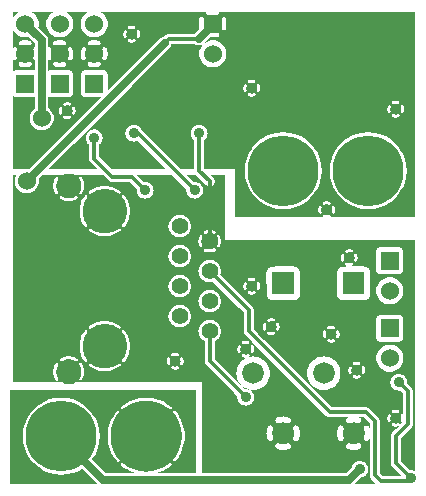
<source format=gbr>
G04 start of page 3 for group 1 idx 1 *
G04 Title: (unknown), bottom *
G04 Creator: pcb 20140316 *
G04 CreationDate: Tue 15 Mar 2016 09:58:54 PM GMT UTC *
G04 For: commonadmin *
G04 Format: Gerber/RS-274X *
G04 PCB-Dimensions (mil): 1410.00 1650.00 *
G04 PCB-Coordinate-Origin: lower left *
%MOIN*%
%FSLAX25Y25*%
%LNBOTTOM*%
%ADD51C,0.0630*%
%ADD50C,0.1280*%
%ADD49C,0.0354*%
%ADD48C,0.0300*%
%ADD47C,0.1870*%
%ADD46C,0.0380*%
%ADD45C,0.0350*%
%ADD44C,0.0200*%
%ADD43C,0.0360*%
%ADD42C,0.0827*%
%ADD41C,0.1476*%
%ADD40C,0.0551*%
%ADD39C,0.0720*%
%ADD38C,0.2362*%
%ADD37C,0.0600*%
%ADD36C,0.0140*%
%ADD35C,0.0250*%
%ADD34C,0.0001*%
G54D34*G36*
X57694Y25645D02*X57933Y25073D01*
X58248Y24083D01*
X58475Y23069D01*
X58612Y22038D01*
X58657Y21000D01*
X58612Y19962D01*
X58475Y18931D01*
X58248Y17917D01*
X57933Y16927D01*
X57694Y16355D01*
Y25645D01*
G37*
G36*
Y36500D02*X63500D01*
Y8750D01*
X57694D01*
Y14183D01*
X57923Y14538D01*
X58448Y15537D01*
X58883Y16578D01*
X59225Y17653D01*
X59472Y18754D01*
X59620Y19873D01*
X59670Y21000D01*
X59620Y22127D01*
X59472Y23246D01*
X59225Y24347D01*
X58883Y25422D01*
X58448Y26463D01*
X57923Y27462D01*
X57694Y27817D01*
Y36500D01*
G37*
G36*
X46841D02*X57694D01*
Y27817D01*
X57312Y28411D01*
X56620Y29302D01*
X56564Y29359D01*
X56499Y29407D01*
X56427Y29444D01*
X56350Y29469D01*
X56271Y29482D01*
X56190Y29482D01*
X56111Y29469D01*
X56034Y29445D01*
X55962Y29408D01*
X55897Y29361D01*
X55840Y29304D01*
X55793Y29239D01*
X55756Y29168D01*
X55731Y29091D01*
X55718Y29012D01*
X55718Y28931D01*
X55730Y28852D01*
X55755Y28775D01*
X55791Y28703D01*
X55839Y28639D01*
X56486Y27826D01*
X57048Y26952D01*
X57532Y26032D01*
X57694Y25645D01*
Y16355D01*
X57532Y15968D01*
X57048Y15048D01*
X56486Y14174D01*
X55848Y13354D01*
X55801Y13291D01*
X55765Y13221D01*
X55741Y13146D01*
X55729Y13068D01*
X55729Y12989D01*
X55742Y12911D01*
X55766Y12837D01*
X55802Y12767D01*
X55849Y12703D01*
X55905Y12648D01*
X55968Y12602D01*
X56039Y12566D01*
X56114Y12542D01*
X56191Y12530D01*
X56270Y12530D01*
X56348Y12542D01*
X56422Y12567D01*
X56492Y12603D01*
X56556Y12649D01*
X56610Y12706D01*
X57312Y13589D01*
X57694Y14183D01*
Y8750D01*
X50599D01*
X51269Y8963D01*
X52310Y9399D01*
X53308Y9924D01*
X54257Y10535D01*
X55148Y11227D01*
X55206Y11283D01*
X55253Y11348D01*
X55290Y11420D01*
X55315Y11496D01*
X55328Y11576D01*
X55328Y11656D01*
X55316Y11736D01*
X55291Y11812D01*
X55255Y11884D01*
X55208Y11949D01*
X55151Y12006D01*
X55086Y12054D01*
X55014Y12091D01*
X54938Y12116D01*
X54858Y12128D01*
X54778Y12129D01*
X54698Y12116D01*
X54622Y12092D01*
X54550Y12055D01*
X54486Y12007D01*
X53672Y11361D01*
X52798Y10798D01*
X51878Y10314D01*
X50920Y9914D01*
X49929Y9598D01*
X48915Y9372D01*
X47885Y9235D01*
X46846Y9189D01*
X46841Y9189D01*
Y32811D01*
X46846Y32811D01*
X47885Y32765D01*
X48915Y32628D01*
X49929Y32402D01*
X50920Y32086D01*
X51878Y31686D01*
X52798Y31202D01*
X53672Y30639D01*
X54493Y30002D01*
X54556Y29955D01*
X54626Y29919D01*
X54701Y29895D01*
X54779Y29883D01*
X54857Y29883D01*
X54935Y29895D01*
X55010Y29920D01*
X55080Y29956D01*
X55143Y30002D01*
X55199Y30058D01*
X55245Y30122D01*
X55280Y30192D01*
X55305Y30267D01*
X55317Y30345D01*
X55317Y30424D01*
X55304Y30501D01*
X55279Y30576D01*
X55244Y30646D01*
X55197Y30710D01*
X55140Y30764D01*
X54257Y31465D01*
X53308Y32076D01*
X52310Y32601D01*
X51269Y33037D01*
X50193Y33379D01*
X49092Y33625D01*
X47974Y33774D01*
X46846Y33823D01*
X46841Y33823D01*
Y36500D01*
G37*
G36*
X35999D02*X46841D01*
Y33823D01*
X45719Y33774D01*
X44601Y33625D01*
X43499Y33379D01*
X42424Y33037D01*
X41383Y32601D01*
X40385Y32076D01*
X39436Y31465D01*
X38545Y30773D01*
X38487Y30717D01*
X38440Y30652D01*
X38403Y30580D01*
X38378Y30504D01*
X38365Y30424D01*
X38365Y30344D01*
X38377Y30264D01*
X38402Y30188D01*
X38438Y30116D01*
X38485Y30051D01*
X38542Y29994D01*
X38607Y29946D01*
X38679Y29909D01*
X38755Y29884D01*
X38835Y29872D01*
X38915Y29871D01*
X38995Y29884D01*
X39071Y29908D01*
X39143Y29945D01*
X39207Y29993D01*
X40021Y30639D01*
X40895Y31202D01*
X41815Y31686D01*
X42773Y32086D01*
X43764Y32402D01*
X44778Y32628D01*
X45808Y32765D01*
X46841Y32811D01*
Y9189D01*
X45808Y9235D01*
X44778Y9372D01*
X43764Y9598D01*
X42773Y9914D01*
X41815Y10314D01*
X40895Y10798D01*
X40021Y11361D01*
X39200Y11998D01*
X39137Y12045D01*
X39067Y12081D01*
X38992Y12105D01*
X38914Y12117D01*
X38836Y12117D01*
X38758Y12105D01*
X38683Y12080D01*
X38613Y12044D01*
X38550Y11998D01*
X38494Y11942D01*
X38448Y11878D01*
X38412Y11808D01*
X38388Y11733D01*
X38376Y11655D01*
X38376Y11576D01*
X38389Y11499D01*
X38413Y11424D01*
X38449Y11354D01*
X38496Y11290D01*
X38553Y11236D01*
X39436Y10535D01*
X40385Y9924D01*
X41383Y9399D01*
X42424Y8963D01*
X43094Y8750D01*
X35999D01*
Y14183D01*
X36381Y13589D01*
X37073Y12698D01*
X37129Y12641D01*
X37194Y12593D01*
X37266Y12556D01*
X37343Y12531D01*
X37422Y12518D01*
X37502Y12518D01*
X37582Y12531D01*
X37659Y12555D01*
X37730Y12592D01*
X37796Y12639D01*
X37853Y12696D01*
X37900Y12761D01*
X37937Y12832D01*
X37962Y12909D01*
X37975Y12988D01*
X37975Y13069D01*
X37963Y13148D01*
X37938Y13225D01*
X37902Y13297D01*
X37853Y13361D01*
X37207Y14174D01*
X36645Y15048D01*
X36161Y15968D01*
X35999Y16355D01*
Y25645D01*
X36161Y26032D01*
X36645Y26952D01*
X37207Y27826D01*
X37845Y28646D01*
X37892Y28709D01*
X37927Y28779D01*
X37952Y28854D01*
X37964Y28932D01*
X37963Y29011D01*
X37951Y29089D01*
X37926Y29163D01*
X37891Y29233D01*
X37844Y29297D01*
X37788Y29352D01*
X37725Y29399D01*
X37654Y29434D01*
X37579Y29458D01*
X37502Y29470D01*
X37423Y29470D01*
X37345Y29458D01*
X37270Y29433D01*
X37200Y29397D01*
X37137Y29351D01*
X37083Y29294D01*
X36381Y28411D01*
X35999Y27817D01*
Y36500D01*
G37*
G36*
Y16355D02*X35760Y16927D01*
X35445Y17917D01*
X35218Y18931D01*
X35081Y19962D01*
X35035Y21000D01*
X35081Y22038D01*
X35218Y23069D01*
X35445Y24083D01*
X35760Y25073D01*
X35999Y25645D01*
Y16355D01*
G37*
G36*
X1500Y36500D02*X35999D01*
Y27817D01*
X35770Y27462D01*
X35245Y26463D01*
X34810Y25422D01*
X34468Y24347D01*
X34221Y23246D01*
X34073Y22127D01*
X34023Y21000D01*
X34073Y19873D01*
X34221Y18754D01*
X34468Y17653D01*
X34810Y16578D01*
X35245Y15537D01*
X35770Y14538D01*
X35999Y14183D01*
Y8750D01*
X33278D01*
X28751Y13277D01*
X28896Y13447D01*
X29950Y15166D01*
X30722Y17029D01*
X31192Y18990D01*
X31311Y21000D01*
X31192Y23010D01*
X30722Y24971D01*
X29950Y26834D01*
X28896Y28553D01*
X27587Y30087D01*
X26053Y31396D01*
X24334Y32450D01*
X22471Y33222D01*
X20510Y33692D01*
X18500Y33851D01*
X16490Y33692D01*
X14529Y33222D01*
X12666Y32450D01*
X10947Y31396D01*
X9413Y30087D01*
X8104Y28553D01*
X7050Y26834D01*
X6278Y24971D01*
X5808Y23010D01*
X5649Y21000D01*
X5808Y18990D01*
X6278Y17029D01*
X7050Y15166D01*
X8104Y13447D01*
X9413Y11913D01*
X10947Y10604D01*
X12666Y9550D01*
X14529Y8778D01*
X16490Y8308D01*
X18500Y8149D01*
X20510Y8308D01*
X22471Y8778D01*
X24334Y9550D01*
X25438Y10227D01*
X30664Y5000D01*
X1500D01*
Y36500D01*
G37*
G36*
X132230Y162500D02*X136500D01*
Y94000D01*
X132230D01*
Y103558D01*
X132296Y103666D01*
X133068Y105529D01*
X133539Y107490D01*
X133657Y109500D01*
X133539Y111510D01*
X133068Y113471D01*
X132296Y115334D01*
X132230Y115442D01*
Y128714D01*
X132298Y128728D01*
X132371Y128755D01*
X132440Y128794D01*
X132502Y128843D01*
X132555Y128901D01*
X132598Y128966D01*
X132630Y129038D01*
X132706Y129271D01*
X132760Y129511D01*
X132792Y129755D01*
X132803Y130000D01*
X132792Y130245D01*
X132760Y130489D01*
X132706Y130729D01*
X132632Y130963D01*
X132600Y131035D01*
X132556Y131100D01*
X132503Y131159D01*
X132441Y131208D01*
X132372Y131246D01*
X132298Y131274D01*
X132230Y131288D01*
Y162500D01*
G37*
G36*
Y94000D02*X130001D01*
Y100493D01*
X131243Y101947D01*
X132230Y103558D01*
Y94000D01*
G37*
G36*
X130001Y162500D02*X132230D01*
Y131288D01*
X132221Y131290D01*
X132142Y131293D01*
X132063Y131284D01*
X131987Y131263D01*
X131915Y131230D01*
X131850Y131186D01*
X131791Y131133D01*
X131742Y131071D01*
X131704Y131002D01*
X131676Y130928D01*
X131660Y130851D01*
X131657Y130772D01*
X131666Y130693D01*
X131689Y130618D01*
X131738Y130468D01*
X131772Y130314D01*
X131793Y130158D01*
X131800Y130000D01*
X131793Y129842D01*
X131772Y129686D01*
X131738Y129532D01*
X131690Y129382D01*
X131668Y129306D01*
X131659Y129228D01*
X131662Y129150D01*
X131678Y129073D01*
X131705Y128999D01*
X131744Y128930D01*
X131793Y128869D01*
X131851Y128815D01*
X131916Y128772D01*
X131988Y128739D01*
X132064Y128718D01*
X132142Y128709D01*
X132220Y128712D01*
X132230Y128714D01*
Y115442D01*
X131243Y117053D01*
X130001Y118507D01*
Y127197D01*
X130245Y127208D01*
X130489Y127240D01*
X130729Y127294D01*
X130963Y127368D01*
X131035Y127400D01*
X131100Y127444D01*
X131159Y127497D01*
X131208Y127559D01*
X131246Y127628D01*
X131274Y127702D01*
X131290Y127779D01*
X131293Y127858D01*
X131284Y127937D01*
X131263Y128013D01*
X131230Y128085D01*
X131186Y128150D01*
X131133Y128209D01*
X131071Y128258D01*
X131002Y128296D01*
X130928Y128324D01*
X130851Y128340D01*
X130772Y128343D01*
X130693Y128334D01*
X130618Y128311D01*
X130468Y128262D01*
X130314Y128228D01*
X130158Y128207D01*
X130001Y128200D01*
Y131800D01*
X130158Y131793D01*
X130314Y131772D01*
X130468Y131738D01*
X130618Y131690D01*
X130694Y131668D01*
X130772Y131659D01*
X130850Y131662D01*
X130927Y131678D01*
X131001Y131705D01*
X131070Y131744D01*
X131131Y131793D01*
X131185Y131851D01*
X131228Y131916D01*
X131261Y131988D01*
X131282Y132064D01*
X131291Y132142D01*
X131288Y132220D01*
X131272Y132298D01*
X131245Y132371D01*
X131206Y132440D01*
X131157Y132502D01*
X131099Y132555D01*
X131034Y132598D01*
X130962Y132630D01*
X130729Y132706D01*
X130489Y132760D01*
X130245Y132792D01*
X130001Y132803D01*
Y162500D01*
G37*
G36*
X127770Y98718D02*X128400Y99104D01*
X129933Y100413D01*
X130001Y100493D01*
Y94000D01*
X127770D01*
Y98718D01*
G37*
G36*
Y162500D02*X130001D01*
Y132803D01*
X130000Y132803D01*
X129755Y132792D01*
X129511Y132760D01*
X129271Y132706D01*
X129037Y132632D01*
X128965Y132600D01*
X128900Y132556D01*
X128841Y132503D01*
X128792Y132441D01*
X128754Y132372D01*
X128726Y132298D01*
X128710Y132221D01*
X128707Y132142D01*
X128716Y132063D01*
X128737Y131987D01*
X128770Y131915D01*
X128814Y131850D01*
X128867Y131791D01*
X128929Y131742D01*
X128998Y131704D01*
X129072Y131676D01*
X129149Y131660D01*
X129228Y131657D01*
X129307Y131666D01*
X129382Y131689D01*
X129532Y131738D01*
X129686Y131772D01*
X129842Y131793D01*
X130000Y131800D01*
X130001Y131800D01*
Y128200D01*
X130000Y128200D01*
X129842Y128207D01*
X129686Y128228D01*
X129532Y128262D01*
X129382Y128310D01*
X129306Y128332D01*
X129228Y128341D01*
X129150Y128338D01*
X129073Y128322D01*
X128999Y128295D01*
X128930Y128256D01*
X128869Y128207D01*
X128815Y128149D01*
X128772Y128084D01*
X128739Y128012D01*
X128718Y127936D01*
X128709Y127858D01*
X128712Y127780D01*
X128728Y127702D01*
X128755Y127629D01*
X128794Y127560D01*
X128843Y127498D01*
X128901Y127445D01*
X128966Y127402D01*
X129038Y127370D01*
X129271Y127294D01*
X129511Y127240D01*
X129755Y127208D01*
X130000Y127197D01*
X130001Y127197D01*
Y118507D01*
X129933Y118587D01*
X128400Y119896D01*
X127770Y120282D01*
Y128712D01*
X127779Y128710D01*
X127858Y128707D01*
X127937Y128716D01*
X128013Y128737D01*
X128085Y128770D01*
X128150Y128814D01*
X128209Y128867D01*
X128258Y128929D01*
X128296Y128998D01*
X128324Y129072D01*
X128340Y129149D01*
X128343Y129228D01*
X128334Y129307D01*
X128311Y129382D01*
X128262Y129532D01*
X128228Y129686D01*
X128207Y129842D01*
X128200Y130000D01*
X128207Y130158D01*
X128228Y130314D01*
X128262Y130468D01*
X128310Y130618D01*
X128332Y130694D01*
X128341Y130772D01*
X128338Y130850D01*
X128322Y130927D01*
X128295Y131001D01*
X128256Y131070D01*
X128207Y131131D01*
X128149Y131185D01*
X128084Y131228D01*
X128012Y131261D01*
X127936Y131282D01*
X127858Y131291D01*
X127780Y131288D01*
X127770Y131286D01*
Y162500D01*
G37*
G36*
X109230Y104068D02*X109397Y103666D01*
X110450Y101947D01*
X111760Y100413D01*
X113293Y99104D01*
X115012Y98050D01*
X116875Y97278D01*
X118836Y96808D01*
X120846Y96649D01*
X122857Y96808D01*
X124817Y97278D01*
X126680Y98050D01*
X127770Y98718D01*
Y94000D01*
X109230D01*
Y95214D01*
X109298Y95228D01*
X109371Y95255D01*
X109440Y95294D01*
X109502Y95343D01*
X109555Y95401D01*
X109598Y95466D01*
X109630Y95538D01*
X109706Y95771D01*
X109760Y96011D01*
X109792Y96255D01*
X109803Y96500D01*
X109792Y96745D01*
X109760Y96989D01*
X109706Y97229D01*
X109632Y97463D01*
X109600Y97535D01*
X109556Y97600D01*
X109503Y97659D01*
X109441Y97708D01*
X109372Y97746D01*
X109298Y97774D01*
X109230Y97788D01*
Y104068D01*
G37*
G36*
Y162500D02*X127770D01*
Y131286D01*
X127702Y131272D01*
X127629Y131245D01*
X127560Y131206D01*
X127498Y131157D01*
X127445Y131099D01*
X127402Y131034D01*
X127370Y130962D01*
X127294Y130729D01*
X127240Y130489D01*
X127208Y130245D01*
X127197Y130000D01*
X127208Y129755D01*
X127240Y129511D01*
X127294Y129271D01*
X127368Y129037D01*
X127400Y128965D01*
X127444Y128900D01*
X127497Y128841D01*
X127559Y128792D01*
X127628Y128754D01*
X127702Y128726D01*
X127770Y128712D01*
Y120282D01*
X126680Y120950D01*
X124817Y121722D01*
X122857Y122192D01*
X120846Y122351D01*
X118836Y122192D01*
X116875Y121722D01*
X115012Y120950D01*
X113293Y119896D01*
X111760Y118587D01*
X110450Y117053D01*
X109397Y115334D01*
X109230Y114932D01*
Y162500D01*
G37*
G36*
X106999D02*X109230D01*
Y114932D01*
X108625Y113471D01*
X108154Y111510D01*
X107996Y109500D01*
X108154Y107490D01*
X108625Y105529D01*
X109230Y104068D01*
Y97788D01*
X109221Y97790D01*
X109142Y97793D01*
X109063Y97784D01*
X108987Y97763D01*
X108915Y97730D01*
X108850Y97686D01*
X108791Y97633D01*
X108742Y97571D01*
X108704Y97502D01*
X108676Y97428D01*
X108660Y97351D01*
X108657Y97272D01*
X108666Y97193D01*
X108689Y97118D01*
X108738Y96968D01*
X108772Y96814D01*
X108793Y96658D01*
X108800Y96500D01*
X108793Y96342D01*
X108772Y96186D01*
X108738Y96032D01*
X108690Y95882D01*
X108668Y95806D01*
X108659Y95728D01*
X108662Y95650D01*
X108678Y95573D01*
X108705Y95499D01*
X108744Y95430D01*
X108793Y95369D01*
X108851Y95315D01*
X108916Y95272D01*
X108988Y95239D01*
X109064Y95218D01*
X109142Y95209D01*
X109220Y95212D01*
X109230Y95214D01*
Y94000D01*
X108161D01*
X108208Y94059D01*
X108246Y94128D01*
X108274Y94202D01*
X108290Y94279D01*
X108293Y94358D01*
X108284Y94437D01*
X108263Y94513D01*
X108230Y94585D01*
X108186Y94650D01*
X108133Y94709D01*
X108071Y94758D01*
X108002Y94796D01*
X107928Y94824D01*
X107851Y94840D01*
X107772Y94843D01*
X107693Y94834D01*
X107618Y94811D01*
X107468Y94762D01*
X107314Y94728D01*
X107158Y94707D01*
X107000Y94700D01*
X106999Y94700D01*
Y98300D01*
X107000Y98300D01*
X107158Y98293D01*
X107314Y98272D01*
X107468Y98238D01*
X107618Y98190D01*
X107694Y98168D01*
X107772Y98159D01*
X107850Y98162D01*
X107927Y98178D01*
X108001Y98205D01*
X108070Y98244D01*
X108131Y98293D01*
X108185Y98351D01*
X108228Y98416D01*
X108261Y98488D01*
X108282Y98564D01*
X108291Y98642D01*
X108288Y98720D01*
X108272Y98798D01*
X108245Y98871D01*
X108206Y98940D01*
X108157Y99002D01*
X108099Y99055D01*
X108034Y99098D01*
X107962Y99130D01*
X107729Y99206D01*
X107489Y99260D01*
X107245Y99292D01*
X107000Y99303D01*
X106999Y99303D01*
Y162500D01*
G37*
G36*
X104770D02*X106999D01*
Y99303D01*
X106755Y99292D01*
X106511Y99260D01*
X106271Y99206D01*
X106037Y99132D01*
X105965Y99100D01*
X105900Y99056D01*
X105841Y99003D01*
X105792Y98941D01*
X105754Y98872D01*
X105726Y98798D01*
X105710Y98721D01*
X105707Y98642D01*
X105716Y98563D01*
X105737Y98487D01*
X105770Y98415D01*
X105814Y98350D01*
X105867Y98291D01*
X105929Y98242D01*
X105998Y98204D01*
X106072Y98176D01*
X106149Y98160D01*
X106228Y98157D01*
X106307Y98166D01*
X106382Y98189D01*
X106532Y98238D01*
X106686Y98272D01*
X106842Y98293D01*
X106999Y98300D01*
Y94700D01*
X106842Y94707D01*
X106686Y94728D01*
X106532Y94762D01*
X106382Y94810D01*
X106306Y94832D01*
X106228Y94841D01*
X106150Y94838D01*
X106073Y94822D01*
X105999Y94795D01*
X105930Y94756D01*
X105869Y94707D01*
X105815Y94649D01*
X105772Y94584D01*
X105739Y94512D01*
X105718Y94436D01*
X105709Y94358D01*
X105712Y94280D01*
X105728Y94202D01*
X105755Y94129D01*
X105794Y94060D01*
X105841Y94000D01*
X104770D01*
Y95212D01*
X104779Y95210D01*
X104858Y95207D01*
X104937Y95216D01*
X105013Y95237D01*
X105085Y95270D01*
X105150Y95314D01*
X105209Y95367D01*
X105258Y95429D01*
X105296Y95498D01*
X105324Y95572D01*
X105340Y95649D01*
X105343Y95728D01*
X105334Y95807D01*
X105311Y95882D01*
X105262Y96032D01*
X105228Y96186D01*
X105207Y96342D01*
X105200Y96500D01*
X105207Y96658D01*
X105228Y96814D01*
X105262Y96968D01*
X105310Y97118D01*
X105332Y97194D01*
X105341Y97272D01*
X105338Y97350D01*
X105322Y97427D01*
X105295Y97501D01*
X105256Y97570D01*
X105207Y97631D01*
X105149Y97685D01*
X105084Y97728D01*
X105012Y97761D01*
X104936Y97782D01*
X104858Y97791D01*
X104780Y97788D01*
X104770Y97786D01*
Y105731D01*
X105192Y107490D01*
X105311Y109500D01*
X105192Y111510D01*
X104770Y113269D01*
Y162500D01*
G37*
G36*
X42001Y119288D02*X42261Y119226D01*
X42700Y119191D01*
X43139Y119226D01*
X43568Y119329D01*
X43975Y119497D01*
X44052Y119544D01*
X53596Y110000D01*
X42001D01*
Y119288D01*
G37*
G36*
X82001Y102114D02*X82104Y101947D01*
X83413Y100413D01*
X84947Y99104D01*
X86666Y98050D01*
X88529Y97278D01*
X90490Y96808D01*
X92500Y96649D01*
X94510Y96808D01*
X96471Y97278D01*
X98334Y98050D01*
X100053Y99104D01*
X101587Y100413D01*
X102896Y101947D01*
X103950Y103666D01*
X104722Y105529D01*
X104770Y105731D01*
Y97786D01*
X104702Y97772D01*
X104629Y97745D01*
X104560Y97706D01*
X104498Y97657D01*
X104445Y97599D01*
X104402Y97534D01*
X104370Y97462D01*
X104294Y97229D01*
X104240Y96989D01*
X104208Y96745D01*
X104197Y96500D01*
X104208Y96255D01*
X104240Y96011D01*
X104294Y95771D01*
X104368Y95537D01*
X104400Y95465D01*
X104444Y95400D01*
X104497Y95341D01*
X104559Y95292D01*
X104628Y95254D01*
X104702Y95226D01*
X104770Y95212D01*
Y94000D01*
X82001D01*
Y102114D01*
G37*
G36*
X84230Y162500D02*X104770D01*
Y113269D01*
X104722Y113471D01*
X103950Y115334D01*
X102896Y117053D01*
X101587Y118587D01*
X100053Y119896D01*
X98334Y120950D01*
X96471Y121722D01*
X94510Y122192D01*
X92500Y122351D01*
X90490Y122192D01*
X88529Y121722D01*
X86666Y120950D01*
X84947Y119896D01*
X84230Y119284D01*
Y135714D01*
X84298Y135728D01*
X84371Y135755D01*
X84440Y135794D01*
X84502Y135843D01*
X84555Y135901D01*
X84598Y135966D01*
X84630Y136038D01*
X84706Y136271D01*
X84760Y136511D01*
X84792Y136755D01*
X84803Y137000D01*
X84792Y137245D01*
X84760Y137489D01*
X84706Y137729D01*
X84632Y137963D01*
X84600Y138035D01*
X84556Y138100D01*
X84503Y138159D01*
X84441Y138208D01*
X84372Y138246D01*
X84298Y138274D01*
X84230Y138288D01*
Y162500D01*
G37*
G36*
X82001D02*X84230D01*
Y138288D01*
X84221Y138290D01*
X84142Y138293D01*
X84063Y138284D01*
X83987Y138263D01*
X83915Y138230D01*
X83850Y138186D01*
X83791Y138133D01*
X83742Y138071D01*
X83704Y138002D01*
X83676Y137928D01*
X83660Y137851D01*
X83657Y137772D01*
X83666Y137693D01*
X83689Y137618D01*
X83738Y137468D01*
X83772Y137314D01*
X83793Y137158D01*
X83800Y137000D01*
X83793Y136842D01*
X83772Y136686D01*
X83738Y136532D01*
X83690Y136382D01*
X83668Y136306D01*
X83659Y136228D01*
X83662Y136150D01*
X83678Y136073D01*
X83705Y135999D01*
X83744Y135930D01*
X83793Y135869D01*
X83851Y135815D01*
X83916Y135772D01*
X83988Y135739D01*
X84064Y135718D01*
X84142Y135709D01*
X84220Y135712D01*
X84230Y135714D01*
Y119284D01*
X83413Y118587D01*
X82104Y117053D01*
X82001Y116886D01*
Y134197D01*
X82245Y134208D01*
X82489Y134240D01*
X82729Y134294D01*
X82963Y134368D01*
X83035Y134400D01*
X83100Y134444D01*
X83159Y134497D01*
X83208Y134559D01*
X83246Y134628D01*
X83274Y134702D01*
X83290Y134779D01*
X83293Y134858D01*
X83284Y134937D01*
X83263Y135013D01*
X83230Y135085D01*
X83186Y135150D01*
X83133Y135209D01*
X83071Y135258D01*
X83002Y135296D01*
X82928Y135324D01*
X82851Y135340D01*
X82772Y135343D01*
X82693Y135334D01*
X82618Y135311D01*
X82468Y135262D01*
X82314Y135228D01*
X82158Y135207D01*
X82001Y135200D01*
Y138800D01*
X82158Y138793D01*
X82314Y138772D01*
X82468Y138738D01*
X82618Y138690D01*
X82694Y138668D01*
X82772Y138659D01*
X82850Y138662D01*
X82927Y138678D01*
X83001Y138705D01*
X83070Y138744D01*
X83131Y138793D01*
X83185Y138851D01*
X83228Y138916D01*
X83261Y138988D01*
X83282Y139064D01*
X83291Y139142D01*
X83288Y139220D01*
X83272Y139298D01*
X83245Y139371D01*
X83206Y139440D01*
X83157Y139502D01*
X83099Y139555D01*
X83034Y139598D01*
X82962Y139630D01*
X82729Y139706D01*
X82489Y139760D01*
X82245Y139792D01*
X82001Y139803D01*
Y162500D01*
G37*
G36*
X79770Y107967D02*X79808Y107490D01*
X80278Y105529D01*
X81050Y103666D01*
X82001Y102114D01*
Y94000D01*
X79770D01*
Y107967D01*
G37*
G36*
Y162500D02*X82001D01*
Y139803D01*
X82000Y139803D01*
X81755Y139792D01*
X81511Y139760D01*
X81271Y139706D01*
X81037Y139632D01*
X80965Y139600D01*
X80900Y139556D01*
X80841Y139503D01*
X80792Y139441D01*
X80754Y139372D01*
X80726Y139298D01*
X80710Y139221D01*
X80707Y139142D01*
X80716Y139063D01*
X80737Y138987D01*
X80770Y138915D01*
X80814Y138850D01*
X80867Y138791D01*
X80929Y138742D01*
X80998Y138704D01*
X81072Y138676D01*
X81149Y138660D01*
X81228Y138657D01*
X81307Y138666D01*
X81382Y138689D01*
X81532Y138738D01*
X81686Y138772D01*
X81842Y138793D01*
X82000Y138800D01*
X82001Y138800D01*
Y135200D01*
X82000Y135200D01*
X81842Y135207D01*
X81686Y135228D01*
X81532Y135262D01*
X81382Y135310D01*
X81306Y135332D01*
X81228Y135341D01*
X81150Y135338D01*
X81073Y135322D01*
X80999Y135295D01*
X80930Y135256D01*
X80869Y135207D01*
X80815Y135149D01*
X80772Y135084D01*
X80739Y135012D01*
X80718Y134936D01*
X80709Y134858D01*
X80712Y134780D01*
X80728Y134702D01*
X80755Y134629D01*
X80794Y134560D01*
X80843Y134498D01*
X80901Y134445D01*
X80966Y134402D01*
X81038Y134370D01*
X81271Y134294D01*
X81511Y134240D01*
X81755Y134208D01*
X82000Y134197D01*
X82001Y134197D01*
Y116886D01*
X81050Y115334D01*
X80278Y113471D01*
X79808Y111510D01*
X79770Y111033D01*
Y135712D01*
X79779Y135710D01*
X79858Y135707D01*
X79937Y135716D01*
X80013Y135737D01*
X80085Y135770D01*
X80150Y135814D01*
X80209Y135867D01*
X80258Y135929D01*
X80296Y135998D01*
X80324Y136072D01*
X80340Y136149D01*
X80343Y136228D01*
X80334Y136307D01*
X80311Y136382D01*
X80262Y136532D01*
X80228Y136686D01*
X80207Y136842D01*
X80200Y137000D01*
X80207Y137158D01*
X80228Y137314D01*
X80262Y137468D01*
X80310Y137618D01*
X80332Y137694D01*
X80341Y137772D01*
X80338Y137850D01*
X80322Y137927D01*
X80295Y138001D01*
X80256Y138070D01*
X80207Y138131D01*
X80149Y138185D01*
X80084Y138228D01*
X80012Y138261D01*
X79936Y138282D01*
X79858Y138291D01*
X79780Y138288D01*
X79770Y138286D01*
Y162500D01*
G37*
G36*
X72750D02*X79770D01*
Y138286D01*
X79702Y138272D01*
X79629Y138245D01*
X79560Y138206D01*
X79498Y138157D01*
X79445Y138099D01*
X79402Y138034D01*
X79370Y137962D01*
X79294Y137729D01*
X79240Y137489D01*
X79208Y137245D01*
X79197Y137000D01*
X79208Y136755D01*
X79240Y136511D01*
X79294Y136271D01*
X79368Y136037D01*
X79400Y135965D01*
X79444Y135900D01*
X79497Y135841D01*
X79559Y135792D01*
X79628Y135754D01*
X79702Y135726D01*
X79770Y135712D01*
Y111033D01*
X79649Y109500D01*
X79770Y107967D01*
Y94000D01*
X76500D01*
Y110000D01*
X72750D01*
Y146007D01*
X73022Y146451D01*
X73293Y147105D01*
X73458Y147794D01*
X73500Y148500D01*
X73458Y149206D01*
X73293Y149895D01*
X73022Y150549D01*
X72750Y150993D01*
Y156248D01*
X72868Y156257D01*
X72982Y156285D01*
X73092Y156330D01*
X73192Y156391D01*
X73282Y156468D01*
X73359Y156558D01*
X73420Y156658D01*
X73465Y156768D01*
X73493Y156882D01*
X73500Y157000D01*
Y160000D01*
X73493Y160118D01*
X73465Y160232D01*
X73420Y160342D01*
X73359Y160442D01*
X73282Y160532D01*
X73192Y160609D01*
X73092Y160670D01*
X72982Y160715D01*
X72868Y160743D01*
X72750Y160752D01*
Y162500D01*
G37*
G36*
Y110000D02*X66404D01*
X66200Y110204D01*
Y119770D01*
X66486Y120014D01*
X66772Y120349D01*
X67003Y120725D01*
X67171Y121132D01*
X67274Y121561D01*
X67300Y122000D01*
X67274Y122439D01*
X67171Y122868D01*
X67003Y123275D01*
X66772Y123651D01*
X66486Y123986D01*
X66151Y124272D01*
X65775Y124503D01*
X65368Y124671D01*
X64939Y124774D01*
X64500Y124809D01*
X64061Y124774D01*
X63632Y124671D01*
X63225Y124503D01*
X62849Y124272D01*
X62514Y123986D01*
X62228Y123651D01*
X61997Y123275D01*
X61829Y122868D01*
X61726Y122439D01*
X61691Y122000D01*
X61726Y121561D01*
X61829Y121132D01*
X61997Y120725D01*
X62228Y120349D01*
X62514Y120014D01*
X62800Y119770D01*
Y110000D01*
X58404D01*
X45254Y123150D01*
X45203Y123275D01*
X44972Y123651D01*
X44686Y123986D01*
X44351Y124272D01*
X44230Y124346D01*
Y140048D01*
X54591Y150409D01*
X54826Y150673D01*
X55011Y150975D01*
X55146Y151303D01*
X55229Y151647D01*
X55241Y151800D01*
X63026D01*
X63173Y151674D01*
X63475Y151489D01*
X63803Y151354D01*
X64147Y151271D01*
X64500Y151243D01*
X64853Y151271D01*
X65197Y151354D01*
X65525Y151489D01*
X65756Y151631D01*
X65348Y151153D01*
X64978Y150549D01*
X64707Y149895D01*
X64542Y149206D01*
X64486Y148500D01*
X64542Y147794D01*
X64707Y147105D01*
X64978Y146451D01*
X65348Y145847D01*
X65808Y145308D01*
X66347Y144848D01*
X66951Y144478D01*
X67605Y144207D01*
X68294Y144042D01*
X69000Y143986D01*
X69706Y144042D01*
X70395Y144207D01*
X71049Y144478D01*
X71653Y144848D01*
X72192Y145308D01*
X72652Y145847D01*
X72750Y146007D01*
Y110000D01*
G37*
G36*
X44230Y162500D02*X66792D01*
X66785Y162482D01*
X66757Y162368D01*
X66748Y162250D01*
X66757Y162132D01*
X66785Y162018D01*
X66830Y161908D01*
X66891Y161808D01*
X66968Y161718D01*
X67058Y161641D01*
X67158Y161580D01*
X67268Y161535D01*
X67382Y161507D01*
X67500Y161500D01*
X70500D01*
X70618Y161507D01*
X70732Y161535D01*
X70842Y161580D01*
X70942Y161641D01*
X71032Y161718D01*
X71109Y161808D01*
X71170Y161908D01*
X71215Y162018D01*
X71243Y162132D01*
X71252Y162250D01*
X71243Y162368D01*
X71215Y162482D01*
X71208Y162500D01*
X72750D01*
Y160752D01*
X72632Y160743D01*
X72518Y160715D01*
X72408Y160670D01*
X72308Y160609D01*
X72218Y160532D01*
X72141Y160442D01*
X72080Y160342D01*
X72035Y160232D01*
X72007Y160118D01*
X72000Y160000D01*
Y157000D01*
X72007Y156882D01*
X72035Y156768D01*
X72080Y156658D01*
X72141Y156558D01*
X72218Y156468D01*
X72308Y156391D01*
X72408Y156330D01*
X72518Y156285D01*
X72632Y156257D01*
X72750Y156248D01*
Y150993D01*
X72652Y151153D01*
X72192Y151692D01*
X71653Y152152D01*
X71049Y152522D01*
X70395Y152793D01*
X69706Y152958D01*
X69000Y153014D01*
X68294Y152958D01*
X67605Y152793D01*
X66951Y152522D01*
X66347Y152152D01*
X66258Y152076D01*
X68182Y154000D01*
X70500D01*
X70618Y154007D01*
X70732Y154035D01*
X70842Y154080D01*
X70942Y154141D01*
X71032Y154218D01*
X71109Y154308D01*
X71170Y154408D01*
X71215Y154518D01*
X71243Y154632D01*
X71252Y154750D01*
X71243Y154868D01*
X71215Y154982D01*
X71170Y155092D01*
X71109Y155192D01*
X71032Y155282D01*
X70942Y155359D01*
X70842Y155420D01*
X70732Y155465D01*
X70618Y155493D01*
X70500Y155500D01*
X69682D01*
X70529Y156347D01*
X70596Y156404D01*
X70826Y156673D01*
X70826Y156673D01*
X71011Y156975D01*
X71146Y157303D01*
X71229Y157647D01*
X71257Y158000D01*
X71250Y158088D01*
Y158500D01*
X71229Y158853D01*
X71146Y159197D01*
X71011Y159525D01*
X70826Y159827D01*
X70596Y160096D01*
X70327Y160326D01*
X70025Y160511D01*
X69697Y160646D01*
X69353Y160729D01*
X69000Y160757D01*
X68647Y160729D01*
X68303Y160646D01*
X67975Y160511D01*
X67673Y160326D01*
X67404Y160096D01*
X67174Y159827D01*
X66989Y159525D01*
X66854Y159197D01*
X66802Y158984D01*
X66000Y158182D01*
Y160000D01*
X65993Y160118D01*
X65965Y160232D01*
X65920Y160342D01*
X65859Y160442D01*
X65782Y160532D01*
X65692Y160609D01*
X65592Y160670D01*
X65482Y160715D01*
X65368Y160743D01*
X65250Y160752D01*
X65132Y160743D01*
X65018Y160715D01*
X64908Y160670D01*
X64808Y160609D01*
X64718Y160532D01*
X64641Y160442D01*
X64580Y160342D01*
X64535Y160232D01*
X64507Y160118D01*
X64500Y160000D01*
Y157000D01*
X64507Y156882D01*
X64535Y156768D01*
X64549Y156731D01*
X63018Y155200D01*
X54567D01*
X54500Y155205D01*
X54233Y155184D01*
X53973Y155122D01*
X53726Y155019D01*
X53498Y154880D01*
X53498Y154879D01*
X53294Y154706D01*
X53251Y154655D01*
X52840Y154244D01*
X52647Y154229D01*
X52303Y154146D01*
X51975Y154011D01*
X51673Y153826D01*
X51409Y153591D01*
X44230Y146412D01*
Y153714D01*
X44298Y153728D01*
X44371Y153755D01*
X44440Y153794D01*
X44502Y153843D01*
X44555Y153901D01*
X44598Y153966D01*
X44630Y154038D01*
X44706Y154271D01*
X44760Y154511D01*
X44792Y154755D01*
X44803Y155000D01*
X44792Y155245D01*
X44760Y155489D01*
X44706Y155729D01*
X44632Y155963D01*
X44600Y156035D01*
X44556Y156100D01*
X44503Y156159D01*
X44441Y156208D01*
X44372Y156246D01*
X44298Y156274D01*
X44230Y156288D01*
Y162500D01*
G37*
G36*
Y124346D02*X43975Y124503D01*
X43568Y124671D01*
X43139Y124774D01*
X42700Y124809D01*
X42261Y124774D01*
X42001Y124712D01*
Y137819D01*
X44230Y140048D01*
Y124346D01*
G37*
G36*
X42001Y162500D02*X44230D01*
Y156288D01*
X44221Y156290D01*
X44142Y156293D01*
X44063Y156284D01*
X43987Y156263D01*
X43915Y156230D01*
X43850Y156186D01*
X43791Y156133D01*
X43742Y156071D01*
X43704Y156002D01*
X43676Y155928D01*
X43660Y155851D01*
X43657Y155772D01*
X43666Y155693D01*
X43689Y155618D01*
X43738Y155468D01*
X43772Y155314D01*
X43793Y155158D01*
X43800Y155000D01*
X43793Y154842D01*
X43772Y154686D01*
X43738Y154532D01*
X43690Y154382D01*
X43668Y154306D01*
X43659Y154228D01*
X43662Y154150D01*
X43678Y154073D01*
X43705Y153999D01*
X43744Y153930D01*
X43793Y153869D01*
X43851Y153815D01*
X43916Y153772D01*
X43988Y153739D01*
X44064Y153718D01*
X44142Y153709D01*
X44220Y153712D01*
X44230Y153714D01*
Y146412D01*
X42001Y144183D01*
Y152197D01*
X42245Y152208D01*
X42489Y152240D01*
X42729Y152294D01*
X42963Y152368D01*
X43035Y152400D01*
X43100Y152444D01*
X43159Y152497D01*
X43208Y152559D01*
X43246Y152628D01*
X43274Y152702D01*
X43290Y152779D01*
X43293Y152858D01*
X43284Y152937D01*
X43263Y153013D01*
X43230Y153085D01*
X43186Y153150D01*
X43133Y153209D01*
X43071Y153258D01*
X43002Y153296D01*
X42928Y153324D01*
X42851Y153340D01*
X42772Y153343D01*
X42693Y153334D01*
X42618Y153311D01*
X42468Y153262D01*
X42314Y153228D01*
X42158Y153207D01*
X42001Y153200D01*
Y156800D01*
X42158Y156793D01*
X42314Y156772D01*
X42468Y156738D01*
X42618Y156690D01*
X42694Y156668D01*
X42772Y156659D01*
X42850Y156662D01*
X42927Y156678D01*
X43001Y156705D01*
X43070Y156744D01*
X43131Y156793D01*
X43185Y156851D01*
X43228Y156916D01*
X43261Y156988D01*
X43282Y157064D01*
X43291Y157142D01*
X43288Y157220D01*
X43272Y157298D01*
X43245Y157371D01*
X43206Y157440D01*
X43157Y157502D01*
X43099Y157555D01*
X43034Y157598D01*
X42962Y157630D01*
X42729Y157706D01*
X42489Y157760D01*
X42245Y157792D01*
X42001Y157803D01*
Y162500D01*
G37*
G36*
Y124712D02*X41832Y124671D01*
X41425Y124503D01*
X41049Y124272D01*
X40714Y123986D01*
X40428Y123651D01*
X40197Y123275D01*
X40029Y122868D01*
X39926Y122439D01*
X39891Y122000D01*
X39926Y121561D01*
X40029Y121132D01*
X40197Y120725D01*
X40428Y120349D01*
X40714Y120014D01*
X41049Y119728D01*
X41425Y119497D01*
X41832Y119329D01*
X42001Y119288D01*
Y110000D01*
X35404D01*
X31200Y114204D01*
Y118270D01*
X31486Y118514D01*
X31772Y118849D01*
X32003Y119225D01*
X32171Y119632D01*
X32274Y120061D01*
X32300Y120500D01*
X32274Y120939D01*
X32171Y121368D01*
X32003Y121775D01*
X31772Y122151D01*
X31486Y122486D01*
X31151Y122772D01*
X30775Y123003D01*
X30368Y123171D01*
X29939Y123274D01*
X29500Y123309D01*
X29061Y123274D01*
X28632Y123171D01*
X28225Y123003D01*
X27849Y122772D01*
X27514Y122486D01*
X27228Y122151D01*
X26997Y121775D01*
X26829Y121368D01*
X26726Y120939D01*
X26691Y120500D01*
X26726Y120061D01*
X26829Y119632D01*
X26997Y119225D01*
X27228Y118849D01*
X27514Y118514D01*
X27800Y118270D01*
Y113567D01*
X27795Y113500D01*
X27816Y113233D01*
Y113233D01*
X27878Y112973D01*
X27981Y112726D01*
X28120Y112498D01*
X28294Y112294D01*
X28345Y112251D01*
X30596Y110000D01*
X22730D01*
Y118548D01*
X42001Y137819D01*
Y124712D01*
G37*
G36*
X39770Y162500D02*X42001D01*
Y157803D01*
X42000Y157803D01*
X41755Y157792D01*
X41511Y157760D01*
X41271Y157706D01*
X41037Y157632D01*
X40965Y157600D01*
X40900Y157556D01*
X40841Y157503D01*
X40792Y157441D01*
X40754Y157372D01*
X40726Y157298D01*
X40710Y157221D01*
X40707Y157142D01*
X40716Y157063D01*
X40737Y156987D01*
X40770Y156915D01*
X40814Y156850D01*
X40867Y156791D01*
X40929Y156742D01*
X40998Y156704D01*
X41072Y156676D01*
X41149Y156660D01*
X41228Y156657D01*
X41307Y156666D01*
X41382Y156689D01*
X41532Y156738D01*
X41686Y156772D01*
X41842Y156793D01*
X42000Y156800D01*
X42001Y156800D01*
Y153200D01*
X42000Y153200D01*
X41842Y153207D01*
X41686Y153228D01*
X41532Y153262D01*
X41382Y153310D01*
X41306Y153332D01*
X41228Y153341D01*
X41150Y153338D01*
X41073Y153322D01*
X40999Y153295D01*
X40930Y153256D01*
X40869Y153207D01*
X40815Y153149D01*
X40772Y153084D01*
X40739Y153012D01*
X40718Y152936D01*
X40709Y152858D01*
X40712Y152780D01*
X40728Y152702D01*
X40755Y152629D01*
X40794Y152560D01*
X40843Y152498D01*
X40901Y152445D01*
X40966Y152402D01*
X41038Y152370D01*
X41271Y152294D01*
X41511Y152240D01*
X41755Y152208D01*
X42000Y152197D01*
X42001Y152197D01*
Y144183D01*
X39770Y141952D01*
Y153712D01*
X39779Y153710D01*
X39858Y153707D01*
X39937Y153716D01*
X40013Y153737D01*
X40085Y153770D01*
X40150Y153814D01*
X40209Y153867D01*
X40258Y153929D01*
X40296Y153998D01*
X40324Y154072D01*
X40340Y154149D01*
X40343Y154228D01*
X40334Y154307D01*
X40311Y154382D01*
X40262Y154532D01*
X40228Y154686D01*
X40207Y154842D01*
X40200Y155000D01*
X40207Y155158D01*
X40228Y155314D01*
X40262Y155468D01*
X40310Y155618D01*
X40332Y155694D01*
X40341Y155772D01*
X40338Y155850D01*
X40322Y155927D01*
X40295Y156001D01*
X40256Y156070D01*
X40207Y156131D01*
X40149Y156185D01*
X40084Y156228D01*
X40012Y156261D01*
X39936Y156282D01*
X39858Y156291D01*
X39780Y156288D01*
X39770Y156286D01*
Y162500D01*
G37*
G36*
X29502Y134007D02*X31830Y134012D01*
X29502Y131684D01*
Y134007D01*
G37*
G36*
X33113Y155802D02*X33152Y155847D01*
X33522Y156451D01*
X33793Y157105D01*
X33958Y157794D01*
X34000Y158500D01*
X33958Y159206D01*
X33793Y159895D01*
X33522Y160549D01*
X33152Y161153D01*
X33113Y161198D01*
Y162500D01*
X39770D01*
Y156286D01*
X39702Y156272D01*
X39629Y156245D01*
X39560Y156206D01*
X39498Y156157D01*
X39445Y156099D01*
X39402Y156034D01*
X39370Y155962D01*
X39294Y155729D01*
X39240Y155489D01*
X39208Y155245D01*
X39197Y155000D01*
X39208Y154755D01*
X39240Y154511D01*
X39294Y154271D01*
X39368Y154037D01*
X39400Y153965D01*
X39444Y153900D01*
X39497Y153841D01*
X39559Y153792D01*
X39628Y153754D01*
X39702Y153726D01*
X39770Y153712D01*
Y141952D01*
X33998Y136180D01*
X33986Y141735D01*
X33931Y141965D01*
X33841Y142183D01*
X33717Y142384D01*
X33564Y142564D01*
X33384Y142717D01*
X33183Y142841D01*
X33113Y142870D01*
Y146353D01*
X33156Y146360D01*
X33268Y146397D01*
X33373Y146452D01*
X33468Y146522D01*
X33551Y146606D01*
X33619Y146702D01*
X33670Y146808D01*
X33818Y147216D01*
X33922Y147637D01*
X33984Y148067D01*
X34005Y148500D01*
X33984Y148933D01*
X33922Y149363D01*
X33818Y149784D01*
X33675Y150194D01*
X33622Y150300D01*
X33553Y150396D01*
X33470Y150481D01*
X33375Y150551D01*
X33269Y150606D01*
X33157Y150643D01*
X33113Y150651D01*
Y155802D01*
G37*
G36*
Y161198D02*X32692Y161692D01*
X32153Y162152D01*
X31585Y162500D01*
X33113D01*
Y161198D01*
G37*
G36*
X29502Y153986D02*X30206Y154042D01*
X30895Y154207D01*
X31549Y154478D01*
X32153Y154848D01*
X32692Y155308D01*
X33113Y155802D01*
Y150651D01*
X33040Y150663D01*
X32921Y150664D01*
X32804Y150646D01*
X32691Y150610D01*
X32585Y150557D01*
X32488Y150488D01*
X32404Y150405D01*
X32333Y150309D01*
X32279Y150204D01*
X32241Y150092D01*
X32222Y149975D01*
X32221Y149856D01*
X32239Y149739D01*
X32277Y149626D01*
X32376Y149355D01*
X32444Y149075D01*
X32486Y148789D01*
X32500Y148500D01*
X32486Y148211D01*
X32444Y147925D01*
X32376Y147645D01*
X32280Y147372D01*
X32242Y147261D01*
X32225Y147144D01*
X32225Y147026D01*
X32245Y146909D01*
X32282Y146797D01*
X32336Y146693D01*
X32406Y146598D01*
X32491Y146515D01*
X32587Y146446D01*
X32692Y146393D01*
X32805Y146357D01*
X32921Y146340D01*
X33039Y146341D01*
X33113Y146353D01*
Y142870D01*
X32965Y142931D01*
X32735Y142986D01*
X32500Y143000D01*
X29502Y142993D01*
Y143995D01*
X29933Y144016D01*
X30363Y144078D01*
X30784Y144182D01*
X31194Y144325D01*
X31300Y144378D01*
X31396Y144447D01*
X31481Y144530D01*
X31551Y144625D01*
X31606Y144731D01*
X31643Y144843D01*
X31663Y144960D01*
X31664Y145079D01*
X31646Y145196D01*
X31610Y145309D01*
X31557Y145415D01*
X31488Y145512D01*
X31405Y145596D01*
X31309Y145667D01*
X31204Y145721D01*
X31092Y145759D01*
X30975Y145778D01*
X30856Y145779D01*
X30739Y145761D01*
X30626Y145723D01*
X30355Y145624D01*
X30075Y145556D01*
X29789Y145514D01*
X29502Y145500D01*
Y151500D01*
X29789Y151486D01*
X30075Y151444D01*
X30355Y151376D01*
X30628Y151280D01*
X30739Y151242D01*
X30856Y151225D01*
X30974Y151225D01*
X31091Y151245D01*
X31203Y151282D01*
X31307Y151336D01*
X31402Y151406D01*
X31485Y151491D01*
X31554Y151587D01*
X31607Y151692D01*
X31643Y151805D01*
X31660Y151921D01*
X31659Y152039D01*
X31640Y152156D01*
X31603Y152268D01*
X31548Y152373D01*
X31478Y152468D01*
X31394Y152551D01*
X31298Y152619D01*
X31192Y152670D01*
X30784Y152818D01*
X30363Y152922D01*
X29933Y152984D01*
X29502Y153005D01*
Y153986D01*
G37*
G36*
X25887Y134130D02*X26035Y134069D01*
X26265Y134014D01*
X26500Y134000D01*
X29502Y134007D01*
Y131684D01*
X25887Y128069D01*
Y134130D01*
G37*
G36*
Y155802D02*X26308Y155308D01*
X26847Y154848D01*
X27451Y154478D01*
X28105Y154207D01*
X28794Y154042D01*
X29500Y153986D01*
X29502Y153986D01*
Y153005D01*
X29500Y153005D01*
X29067Y152984D01*
X28637Y152922D01*
X28216Y152818D01*
X27806Y152675D01*
X27700Y152622D01*
X27604Y152553D01*
X27519Y152470D01*
X27449Y152375D01*
X27394Y152269D01*
X27357Y152157D01*
X27337Y152040D01*
X27336Y151921D01*
X27354Y151804D01*
X27390Y151691D01*
X27443Y151585D01*
X27512Y151488D01*
X27595Y151404D01*
X27691Y151333D01*
X27796Y151279D01*
X27908Y151241D01*
X28025Y151222D01*
X28144Y151221D01*
X28261Y151239D01*
X28374Y151277D01*
X28645Y151376D01*
X28925Y151444D01*
X29211Y151486D01*
X29500Y151500D01*
X29502Y151500D01*
Y145500D01*
X29500Y145500D01*
X29211Y145514D01*
X28925Y145556D01*
X28645Y145624D01*
X28372Y145720D01*
X28261Y145758D01*
X28144Y145775D01*
X28026Y145775D01*
X27909Y145755D01*
X27797Y145718D01*
X27693Y145664D01*
X27598Y145594D01*
X27515Y145509D01*
X27446Y145413D01*
X27393Y145308D01*
X27357Y145195D01*
X27340Y145079D01*
X27341Y144961D01*
X27360Y144844D01*
X27397Y144732D01*
X27452Y144627D01*
X27522Y144532D01*
X27606Y144449D01*
X27702Y144381D01*
X27808Y144330D01*
X28216Y144182D01*
X28637Y144078D01*
X29067Y144016D01*
X29500Y143995D01*
X29502Y143995D01*
Y142993D01*
X26265Y142986D01*
X26035Y142931D01*
X25887Y142870D01*
Y146349D01*
X25960Y146337D01*
X26079Y146336D01*
X26196Y146354D01*
X26309Y146390D01*
X26415Y146443D01*
X26512Y146512D01*
X26596Y146595D01*
X26667Y146691D01*
X26721Y146796D01*
X26759Y146908D01*
X26778Y147025D01*
X26779Y147144D01*
X26761Y147261D01*
X26723Y147374D01*
X26624Y147645D01*
X26556Y147925D01*
X26514Y148211D01*
X26500Y148500D01*
X26514Y148789D01*
X26556Y149075D01*
X26624Y149355D01*
X26720Y149628D01*
X26758Y149739D01*
X26775Y149856D01*
X26775Y149974D01*
X26755Y150091D01*
X26718Y150203D01*
X26664Y150307D01*
X26594Y150402D01*
X26509Y150485D01*
X26413Y150554D01*
X26308Y150607D01*
X26195Y150643D01*
X26079Y150660D01*
X25961Y150659D01*
X25887Y150647D01*
Y155802D01*
G37*
G36*
Y162500D02*X27415D01*
X26847Y162152D01*
X26308Y161692D01*
X25887Y161198D01*
Y162500D01*
G37*
G36*
X22730D02*X25887D01*
Y161198D01*
X25848Y161153D01*
X25478Y160549D01*
X25207Y159895D01*
X25042Y159206D01*
X24986Y158500D01*
X25042Y157794D01*
X25207Y157105D01*
X25478Y156451D01*
X25848Y155847D01*
X25887Y155802D01*
Y150647D01*
X25844Y150640D01*
X25732Y150603D01*
X25627Y150548D01*
X25532Y150478D01*
X25449Y150394D01*
X25381Y150298D01*
X25330Y150192D01*
X25182Y149784D01*
X25078Y149363D01*
X25016Y148933D01*
X24995Y148500D01*
X25016Y148067D01*
X25078Y147637D01*
X25182Y147216D01*
X25325Y146806D01*
X25378Y146700D01*
X25447Y146604D01*
X25530Y146519D01*
X25625Y146449D01*
X25731Y146394D01*
X25843Y146357D01*
X25887Y146349D01*
Y142870D01*
X25817Y142841D01*
X25616Y142717D01*
X25436Y142564D01*
X25283Y142384D01*
X25159Y142183D01*
X25069Y141965D01*
X25014Y141735D01*
X25000Y141500D01*
X25014Y135265D01*
X25069Y135035D01*
X25159Y134817D01*
X25283Y134616D01*
X25436Y134436D01*
X25616Y134283D01*
X25817Y134159D01*
X25887Y134130D01*
Y128069D01*
X22730Y124912D01*
Y128214D01*
X22798Y128228D01*
X22871Y128255D01*
X22940Y128294D01*
X23002Y128343D01*
X23055Y128401D01*
X23098Y128466D01*
X23130Y128538D01*
X23206Y128771D01*
X23260Y129011D01*
X23292Y129255D01*
X23303Y129500D01*
X23292Y129745D01*
X23260Y129989D01*
X23206Y130229D01*
X23132Y130463D01*
X23100Y130535D01*
X23056Y130600D01*
X23003Y130659D01*
X22941Y130708D01*
X22872Y130746D01*
X22798Y130774D01*
X22730Y130788D01*
Y162500D01*
G37*
G36*
Y110000D02*X20501D01*
Y116319D01*
X22730Y118548D01*
Y110000D01*
G37*
G36*
X21613Y134130D02*X21683Y134159D01*
X21884Y134283D01*
X22064Y134436D01*
X22217Y134616D01*
X22341Y134817D01*
X22431Y135035D01*
X22486Y135265D01*
X22500Y135500D01*
X22486Y141735D01*
X22431Y141965D01*
X22341Y142183D01*
X22217Y142384D01*
X22064Y142564D01*
X21884Y142717D01*
X21683Y142841D01*
X21613Y142870D01*
Y146353D01*
X21656Y146360D01*
X21768Y146397D01*
X21873Y146452D01*
X21968Y146522D01*
X22051Y146606D01*
X22119Y146702D01*
X22170Y146808D01*
X22318Y147216D01*
X22422Y147637D01*
X22484Y148067D01*
X22505Y148500D01*
X22484Y148933D01*
X22422Y149363D01*
X22318Y149784D01*
X22175Y150194D01*
X22122Y150300D01*
X22053Y150396D01*
X21970Y150481D01*
X21875Y150551D01*
X21769Y150606D01*
X21657Y150643D01*
X21613Y150651D01*
Y155802D01*
X21652Y155847D01*
X22022Y156451D01*
X22293Y157105D01*
X22458Y157794D01*
X22500Y158500D01*
X22458Y159206D01*
X22293Y159895D01*
X22022Y160549D01*
X21652Y161153D01*
X21613Y161198D01*
Y162500D01*
X22730D01*
Y130788D01*
X22721Y130790D01*
X22642Y130793D01*
X22563Y130784D01*
X22487Y130763D01*
X22415Y130730D01*
X22350Y130686D01*
X22291Y130633D01*
X22242Y130571D01*
X22204Y130502D01*
X22176Y130428D01*
X22160Y130351D01*
X22157Y130272D01*
X22166Y130193D01*
X22189Y130118D01*
X22238Y129968D01*
X22272Y129814D01*
X22293Y129658D01*
X22300Y129500D01*
X22293Y129342D01*
X22272Y129186D01*
X22238Y129032D01*
X22190Y128882D01*
X22168Y128806D01*
X22159Y128728D01*
X22162Y128650D01*
X22178Y128573D01*
X22205Y128499D01*
X22244Y128430D01*
X22293Y128369D01*
X22351Y128315D01*
X22416Y128272D01*
X22488Y128239D01*
X22564Y128218D01*
X22642Y128209D01*
X22720Y128212D01*
X22730Y128214D01*
Y124912D01*
X21613Y123795D01*
Y126955D01*
X21659Y126997D01*
X21708Y127059D01*
X21746Y127128D01*
X21774Y127202D01*
X21790Y127279D01*
X21793Y127358D01*
X21784Y127437D01*
X21763Y127513D01*
X21730Y127585D01*
X21686Y127650D01*
X21633Y127709D01*
X21613Y127724D01*
Y131278D01*
X21631Y131293D01*
X21685Y131351D01*
X21728Y131416D01*
X21761Y131488D01*
X21782Y131564D01*
X21791Y131642D01*
X21788Y131720D01*
X21772Y131798D01*
X21745Y131871D01*
X21706Y131940D01*
X21657Y132002D01*
X21613Y132042D01*
Y134130D01*
G37*
G36*
Y127724D02*X21571Y127758D01*
X21502Y127796D01*
X21428Y127824D01*
X21351Y127840D01*
X21272Y127843D01*
X21193Y127834D01*
X21118Y127811D01*
X20968Y127762D01*
X20814Y127728D01*
X20658Y127707D01*
X20501Y127700D01*
Y131300D01*
X20658Y131293D01*
X20814Y131272D01*
X20968Y131238D01*
X21118Y131190D01*
X21194Y131168D01*
X21272Y131159D01*
X21350Y131162D01*
X21427Y131178D01*
X21501Y131205D01*
X21570Y131244D01*
X21613Y131278D01*
Y127724D01*
G37*
G36*
Y123795D02*X20501Y122683D01*
Y126697D01*
X20745Y126708D01*
X20989Y126740D01*
X21229Y126794D01*
X21463Y126868D01*
X21535Y126900D01*
X21600Y126944D01*
X21613Y126955D01*
Y123795D01*
G37*
G36*
Y161198D02*X21192Y161692D01*
X20653Y162152D01*
X20501Y162245D01*
Y162500D01*
X21613D01*
Y161198D01*
G37*
G36*
Y142870D02*X21465Y142931D01*
X21235Y142986D01*
X21000Y143000D01*
X20501Y142999D01*
Y154755D01*
X20653Y154848D01*
X21192Y155308D01*
X21613Y155802D01*
Y150651D01*
X21540Y150663D01*
X21421Y150664D01*
X21304Y150646D01*
X21191Y150610D01*
X21085Y150557D01*
X20988Y150488D01*
X20904Y150405D01*
X20833Y150309D01*
X20779Y150204D01*
X20741Y150092D01*
X20722Y149975D01*
X20721Y149856D01*
X20739Y149739D01*
X20777Y149626D01*
X20876Y149355D01*
X20944Y149075D01*
X20986Y148789D01*
X21000Y148500D01*
X20986Y148211D01*
X20944Y147925D01*
X20876Y147645D01*
X20780Y147372D01*
X20742Y147261D01*
X20725Y147144D01*
X20725Y147026D01*
X20745Y146909D01*
X20782Y146797D01*
X20836Y146693D01*
X20906Y146598D01*
X20991Y146515D01*
X21087Y146446D01*
X21192Y146393D01*
X21305Y146357D01*
X21421Y146340D01*
X21539Y146341D01*
X21613Y146353D01*
Y142870D01*
G37*
G36*
X20501Y134012D02*X21235Y134014D01*
X21465Y134069D01*
X21613Y134130D01*
Y132042D01*
X21599Y132055D01*
X21534Y132098D01*
X21462Y132130D01*
X21229Y132206D01*
X20989Y132260D01*
X20745Y132292D01*
X20501Y132303D01*
Y134012D01*
G37*
G36*
Y110000D02*X14182D01*
X20501Y116319D01*
Y110000D01*
G37*
G36*
Y162245D02*X20085Y162500D01*
X20501D01*
Y162245D01*
G37*
G36*
Y142999D02*X18002Y142993D01*
Y143995D01*
X18433Y144016D01*
X18863Y144078D01*
X19284Y144182D01*
X19694Y144325D01*
X19800Y144378D01*
X19896Y144447D01*
X19981Y144530D01*
X20051Y144625D01*
X20106Y144731D01*
X20143Y144843D01*
X20163Y144960D01*
X20164Y145079D01*
X20146Y145196D01*
X20110Y145309D01*
X20057Y145415D01*
X19988Y145512D01*
X19905Y145596D01*
X19809Y145667D01*
X19704Y145721D01*
X19592Y145759D01*
X19475Y145778D01*
X19356Y145779D01*
X19239Y145761D01*
X19126Y145723D01*
X18855Y145624D01*
X18575Y145556D01*
X18289Y145514D01*
X18002Y145500D01*
Y151500D01*
X18289Y151486D01*
X18575Y151444D01*
X18855Y151376D01*
X19128Y151280D01*
X19239Y151242D01*
X19356Y151225D01*
X19474Y151225D01*
X19591Y151245D01*
X19703Y151282D01*
X19807Y151336D01*
X19902Y151406D01*
X19985Y151491D01*
X20054Y151587D01*
X20107Y151692D01*
X20143Y151805D01*
X20160Y151921D01*
X20159Y152039D01*
X20140Y152156D01*
X20103Y152268D01*
X20048Y152373D01*
X19978Y152468D01*
X19894Y152551D01*
X19798Y152619D01*
X19692Y152670D01*
X19284Y152818D01*
X18863Y152922D01*
X18433Y152984D01*
X18002Y153005D01*
Y153986D01*
X18706Y154042D01*
X19395Y154207D01*
X20049Y154478D01*
X20501Y154755D01*
Y142999D01*
G37*
G36*
X18002Y142993D02*X14765Y142986D01*
X14535Y142931D01*
X14317Y142841D01*
X14250Y142800D01*
Y146388D01*
X14343Y146357D01*
X14460Y146337D01*
X14579Y146336D01*
X14696Y146354D01*
X14809Y146390D01*
X14915Y146443D01*
X15012Y146512D01*
X15096Y146595D01*
X15167Y146691D01*
X15221Y146796D01*
X15259Y146908D01*
X15278Y147025D01*
X15279Y147144D01*
X15261Y147261D01*
X15223Y147374D01*
X15124Y147645D01*
X15056Y147925D01*
X15014Y148211D01*
X15000Y148500D01*
X15014Y148789D01*
X15056Y149075D01*
X15124Y149355D01*
X15220Y149628D01*
X15258Y149739D01*
X15275Y149856D01*
X15275Y149974D01*
X15255Y150091D01*
X15218Y150203D01*
X15164Y150307D01*
X15094Y150402D01*
X15009Y150485D01*
X14913Y150554D01*
X14808Y150607D01*
X14695Y150643D01*
X14579Y150660D01*
X14461Y150659D01*
X14344Y150640D01*
X14250Y150609D01*
Y152912D01*
X14257Y153000D01*
X14229Y153353D01*
X14146Y153697D01*
X14107Y153793D01*
X14011Y154025D01*
X13896Y154212D01*
X13826Y154327D01*
X13826Y154327D01*
X13596Y154596D01*
X13529Y154653D01*
X10848Y157334D01*
X10958Y157794D01*
X11000Y158500D01*
X10958Y159206D01*
X10793Y159895D01*
X10522Y160549D01*
X10152Y161153D01*
X9692Y161692D01*
X9153Y162152D01*
X8585Y162500D01*
X15915D01*
X15347Y162152D01*
X14808Y161692D01*
X14348Y161153D01*
X13978Y160549D01*
X13707Y159895D01*
X13542Y159206D01*
X13486Y158500D01*
X13542Y157794D01*
X13707Y157105D01*
X13978Y156451D01*
X14348Y155847D01*
X14808Y155308D01*
X15347Y154848D01*
X15951Y154478D01*
X16605Y154207D01*
X17294Y154042D01*
X18000Y153986D01*
X18002Y153986D01*
Y153005D01*
X18000Y153005D01*
X17567Y152984D01*
X17137Y152922D01*
X16716Y152818D01*
X16306Y152675D01*
X16200Y152622D01*
X16104Y152553D01*
X16019Y152470D01*
X15949Y152375D01*
X15894Y152269D01*
X15857Y152157D01*
X15837Y152040D01*
X15836Y151921D01*
X15854Y151804D01*
X15890Y151691D01*
X15943Y151585D01*
X16012Y151488D01*
X16095Y151404D01*
X16191Y151333D01*
X16296Y151279D01*
X16408Y151241D01*
X16525Y151222D01*
X16644Y151221D01*
X16761Y151239D01*
X16874Y151277D01*
X17145Y151376D01*
X17425Y151444D01*
X17711Y151486D01*
X18000Y151500D01*
X18002Y151500D01*
Y145500D01*
X18000Y145500D01*
X17711Y145514D01*
X17425Y145556D01*
X17145Y145624D01*
X16872Y145720D01*
X16761Y145758D01*
X16644Y145775D01*
X16526Y145775D01*
X16409Y145755D01*
X16297Y145718D01*
X16193Y145664D01*
X16098Y145594D01*
X16015Y145509D01*
X15946Y145413D01*
X15893Y145308D01*
X15857Y145195D01*
X15840Y145079D01*
X15841Y144961D01*
X15860Y144844D01*
X15897Y144732D01*
X15952Y144627D01*
X16022Y144532D01*
X16106Y144449D01*
X16202Y144381D01*
X16308Y144330D01*
X16716Y144182D01*
X17137Y144078D01*
X17567Y144016D01*
X18000Y143995D01*
X18002Y143995D01*
Y142993D01*
G37*
G36*
X18270Y134007D02*X20501Y134012D01*
Y132303D01*
X20500Y132303D01*
X20255Y132292D01*
X20011Y132260D01*
X19771Y132206D01*
X19537Y132132D01*
X19465Y132100D01*
X19400Y132056D01*
X19341Y132003D01*
X19292Y131941D01*
X19254Y131872D01*
X19226Y131798D01*
X19210Y131721D01*
X19207Y131642D01*
X19216Y131563D01*
X19237Y131487D01*
X19270Y131415D01*
X19314Y131350D01*
X19367Y131291D01*
X19429Y131242D01*
X19498Y131204D01*
X19572Y131176D01*
X19649Y131160D01*
X19728Y131157D01*
X19807Y131166D01*
X19882Y131189D01*
X20032Y131238D01*
X20186Y131272D01*
X20342Y131293D01*
X20500Y131300D01*
X20501Y131300D01*
Y127700D01*
X20500Y127700D01*
X20342Y127707D01*
X20186Y127728D01*
X20032Y127762D01*
X19882Y127810D01*
X19806Y127832D01*
X19728Y127841D01*
X19650Y127838D01*
X19573Y127822D01*
X19499Y127795D01*
X19430Y127756D01*
X19369Y127707D01*
X19315Y127649D01*
X19272Y127584D01*
X19239Y127512D01*
X19218Y127436D01*
X19209Y127358D01*
X19212Y127280D01*
X19228Y127202D01*
X19255Y127129D01*
X19294Y127060D01*
X19343Y126998D01*
X19401Y126945D01*
X19466Y126902D01*
X19538Y126870D01*
X19771Y126794D01*
X20011Y126740D01*
X20255Y126708D01*
X20500Y126697D01*
X20501Y126697D01*
Y122683D01*
X18270Y120452D01*
Y128212D01*
X18279Y128210D01*
X18358Y128207D01*
X18437Y128216D01*
X18513Y128237D01*
X18585Y128270D01*
X18650Y128314D01*
X18709Y128367D01*
X18758Y128429D01*
X18796Y128498D01*
X18824Y128572D01*
X18840Y128649D01*
X18843Y128728D01*
X18834Y128807D01*
X18811Y128882D01*
X18762Y129032D01*
X18728Y129186D01*
X18707Y129342D01*
X18700Y129500D01*
X18707Y129658D01*
X18728Y129814D01*
X18762Y129968D01*
X18810Y130118D01*
X18832Y130194D01*
X18841Y130272D01*
X18838Y130350D01*
X18822Y130427D01*
X18795Y130501D01*
X18756Y130570D01*
X18707Y130631D01*
X18649Y130685D01*
X18584Y130728D01*
X18512Y130761D01*
X18436Y130782D01*
X18358Y130791D01*
X18280Y130788D01*
X18270Y130786D01*
Y134007D01*
G37*
G36*
X9750Y134017D02*Y130312D01*
X9642Y130246D01*
X9163Y129837D01*
X8754Y129358D01*
X8425Y128822D01*
X8184Y128240D01*
X8037Y127628D01*
X7988Y127000D01*
X8037Y126372D01*
X8184Y125760D01*
X8425Y125178D01*
X8754Y124642D01*
X9163Y124163D01*
X9642Y123754D01*
X10178Y123425D01*
X10760Y123184D01*
X11372Y123037D01*
X12000Y122988D01*
X12628Y123037D01*
X13240Y123184D01*
X13822Y123425D01*
X14358Y123754D01*
X14837Y124163D01*
X15246Y124642D01*
X15575Y125178D01*
X15816Y125760D01*
X15963Y126372D01*
X16000Y127000D01*
X15963Y127628D01*
X15816Y128240D01*
X15575Y128822D01*
X15246Y129358D01*
X14837Y129837D01*
X14358Y130246D01*
X14250Y130312D01*
Y134200D01*
X14317Y134159D01*
X14535Y134069D01*
X14765Y134014D01*
X15000Y134000D01*
X18270Y134007D01*
Y130786D01*
X18202Y130772D01*
X18129Y130745D01*
X18060Y130706D01*
X17998Y130657D01*
X17945Y130599D01*
X17902Y130534D01*
X17870Y130462D01*
X17794Y130229D01*
X17740Y129989D01*
X17708Y129745D01*
X17697Y129500D01*
X17708Y129255D01*
X17740Y129011D01*
X17794Y128771D01*
X17868Y128537D01*
X17900Y128465D01*
X17944Y128400D01*
X17997Y128341D01*
X18059Y128292D01*
X18128Y128254D01*
X18202Y128226D01*
X18270Y128212D01*
Y120452D01*
X7818Y110000D01*
X7157D01*
X7000Y110012D01*
X6843Y110000D01*
X2500D01*
Y134381D01*
X2616Y134283D01*
X2817Y134159D01*
X3035Y134069D01*
X3265Y134014D01*
X3500Y134000D01*
X9735Y134014D01*
X9750Y134017D01*
G37*
G36*
X6502Y142993D02*X3265Y142986D01*
X3035Y142931D01*
X2817Y142841D01*
X2616Y142717D01*
X2500Y142619D01*
Y146550D01*
X2530Y146519D01*
X2625Y146449D01*
X2731Y146394D01*
X2843Y146357D01*
X2960Y146337D01*
X3079Y146336D01*
X3196Y146354D01*
X3309Y146390D01*
X3415Y146443D01*
X3512Y146512D01*
X3596Y146595D01*
X3667Y146691D01*
X3721Y146796D01*
X3759Y146908D01*
X3778Y147025D01*
X3779Y147144D01*
X3761Y147261D01*
X3723Y147374D01*
X3624Y147645D01*
X3556Y147925D01*
X3514Y148211D01*
X3500Y148500D01*
X3514Y148789D01*
X3556Y149075D01*
X3624Y149355D01*
X3720Y149628D01*
X3758Y149739D01*
X3775Y149856D01*
X3775Y149974D01*
X3755Y150091D01*
X3718Y150203D01*
X3664Y150307D01*
X3594Y150402D01*
X3509Y150485D01*
X3413Y150554D01*
X3308Y150607D01*
X3195Y150643D01*
X3079Y150660D01*
X2961Y150659D01*
X2844Y150640D01*
X2732Y150603D01*
X2627Y150548D01*
X2532Y150478D01*
X2500Y150445D01*
Y156415D01*
X2848Y155847D01*
X3308Y155308D01*
X3847Y154848D01*
X4451Y154478D01*
X5105Y154207D01*
X5794Y154042D01*
X6500Y153986D01*
X6502Y153986D01*
Y153005D01*
X6500Y153005D01*
X6067Y152984D01*
X5637Y152922D01*
X5216Y152818D01*
X4806Y152675D01*
X4700Y152622D01*
X4604Y152553D01*
X4519Y152470D01*
X4449Y152375D01*
X4394Y152269D01*
X4357Y152157D01*
X4337Y152040D01*
X4336Y151921D01*
X4354Y151804D01*
X4390Y151691D01*
X4443Y151585D01*
X4512Y151488D01*
X4595Y151404D01*
X4691Y151333D01*
X4796Y151279D01*
X4908Y151241D01*
X5025Y151222D01*
X5144Y151221D01*
X5261Y151239D01*
X5374Y151277D01*
X5645Y151376D01*
X5925Y151444D01*
X6211Y151486D01*
X6500Y151500D01*
X6502Y151500D01*
Y145500D01*
X6500Y145500D01*
X6211Y145514D01*
X5925Y145556D01*
X5645Y145624D01*
X5372Y145720D01*
X5261Y145758D01*
X5144Y145775D01*
X5026Y145775D01*
X4909Y145755D01*
X4797Y145718D01*
X4693Y145664D01*
X4598Y145594D01*
X4515Y145509D01*
X4446Y145413D01*
X4393Y145308D01*
X4357Y145195D01*
X4340Y145079D01*
X4341Y144961D01*
X4360Y144844D01*
X4397Y144732D01*
X4452Y144627D01*
X4522Y144532D01*
X4606Y144449D01*
X4702Y144381D01*
X4808Y144330D01*
X5216Y144182D01*
X5637Y144078D01*
X6067Y144016D01*
X6500Y143995D01*
X6502Y143995D01*
Y142993D01*
G37*
G36*
X9750Y152068D02*Y150629D01*
X9691Y150610D01*
X9585Y150557D01*
X9488Y150488D01*
X9404Y150405D01*
X9333Y150309D01*
X9279Y150204D01*
X9241Y150092D01*
X9222Y149975D01*
X9221Y149856D01*
X9239Y149739D01*
X9277Y149626D01*
X9376Y149355D01*
X9444Y149075D01*
X9486Y148789D01*
X9500Y148500D01*
X9486Y148211D01*
X9444Y147925D01*
X9376Y147645D01*
X9280Y147372D01*
X9242Y147261D01*
X9225Y147144D01*
X9225Y147026D01*
X9245Y146909D01*
X9282Y146797D01*
X9336Y146693D01*
X9406Y146598D01*
X9491Y146515D01*
X9587Y146446D01*
X9692Y146393D01*
X9750Y146375D01*
Y142983D01*
X9735Y142986D01*
X9500Y143000D01*
X6502Y142993D01*
Y143995D01*
X6933Y144016D01*
X7363Y144078D01*
X7784Y144182D01*
X8194Y144325D01*
X8300Y144378D01*
X8396Y144447D01*
X8481Y144530D01*
X8551Y144625D01*
X8606Y144731D01*
X8643Y144843D01*
X8663Y144960D01*
X8664Y145079D01*
X8646Y145196D01*
X8610Y145309D01*
X8557Y145415D01*
X8488Y145512D01*
X8405Y145596D01*
X8309Y145667D01*
X8204Y145721D01*
X8092Y145759D01*
X7975Y145778D01*
X7856Y145779D01*
X7739Y145761D01*
X7626Y145723D01*
X7355Y145624D01*
X7075Y145556D01*
X6789Y145514D01*
X6502Y145500D01*
Y151500D01*
X6789Y151486D01*
X7075Y151444D01*
X7355Y151376D01*
X7628Y151280D01*
X7739Y151242D01*
X7856Y151225D01*
X7974Y151225D01*
X8091Y151245D01*
X8203Y151282D01*
X8307Y151336D01*
X8402Y151406D01*
X8485Y151491D01*
X8554Y151587D01*
X8607Y151692D01*
X8643Y151805D01*
X8660Y151921D01*
X8659Y152039D01*
X8640Y152156D01*
X8603Y152268D01*
X8548Y152373D01*
X8478Y152468D01*
X8394Y152551D01*
X8298Y152619D01*
X8192Y152670D01*
X7784Y152818D01*
X7363Y152922D01*
X6933Y152984D01*
X6502Y153005D01*
Y153986D01*
X7206Y154042D01*
X7666Y154152D01*
X9750Y152068D01*
G37*
G36*
X2500Y162500D02*X4415D01*
X3847Y162152D01*
X3308Y161692D01*
X2848Y161153D01*
X2500Y160585D01*
Y162500D01*
G37*
G36*
X116002Y25600D02*X116320Y25586D01*
X116637Y25543D01*
X116950Y25472D01*
X117255Y25374D01*
X117403Y25329D01*
X117556Y25310D01*
X117711Y25316D01*
X117863Y25346D01*
X118009Y25399D01*
X118144Y25475D01*
X118266Y25570D01*
X118371Y25684D01*
X118458Y25812D01*
X118523Y25953D01*
X118566Y26102D01*
X118584Y26256D01*
X118578Y26410D01*
X118549Y26562D01*
X118495Y26708D01*
X118420Y26843D01*
X118324Y26965D01*
X118211Y27071D01*
X118082Y27157D01*
X117941Y27219D01*
X117699Y27300D01*
X119296D01*
X121300Y25296D01*
Y23708D01*
X121225Y23943D01*
X121160Y24084D01*
X121073Y24213D01*
X120968Y24327D01*
X120845Y24423D01*
X120709Y24499D01*
X120563Y24552D01*
X120411Y24582D01*
X120255Y24588D01*
X120101Y24569D01*
X119951Y24526D01*
X119810Y24461D01*
X119681Y24374D01*
X119567Y24268D01*
X119472Y24146D01*
X119396Y24010D01*
X119342Y23864D01*
X119313Y23712D01*
X119307Y23556D01*
X119325Y23402D01*
X119371Y23253D01*
X119472Y22950D01*
X119543Y22637D01*
X119586Y22320D01*
X119600Y22000D01*
X119586Y21680D01*
X119543Y21363D01*
X119472Y21050D01*
X119374Y20745D01*
X119329Y20597D01*
X119310Y20444D01*
X119316Y20289D01*
X119346Y20137D01*
X119399Y19991D01*
X119475Y19856D01*
X119570Y19734D01*
X119684Y19629D01*
X119812Y19542D01*
X119953Y19477D01*
X120102Y19434D01*
X120256Y19416D01*
X120410Y19422D01*
X120562Y19451D01*
X120708Y19505D01*
X120843Y19580D01*
X120965Y19676D01*
X121071Y19789D01*
X121157Y19918D01*
X121219Y20059D01*
X121300Y20301D01*
Y8067D01*
X121295Y8000D01*
X121316Y7733D01*
X121378Y7473D01*
X121481Y7226D01*
X121620Y6998D01*
X121621Y6998D01*
X121794Y6794D01*
X121845Y6751D01*
X123596Y5000D01*
X116182D01*
X118405Y7223D01*
X118439Y7226D01*
X118868Y7329D01*
X119275Y7497D01*
X119651Y7728D01*
X119986Y8014D01*
X120272Y8349D01*
X120503Y8725D01*
X120671Y9132D01*
X120774Y9561D01*
X120800Y10000D01*
X120774Y10439D01*
X120671Y10868D01*
X120503Y11275D01*
X120272Y11651D01*
X119986Y11986D01*
X119651Y12272D01*
X119275Y12503D01*
X118868Y12671D01*
X118439Y12774D01*
X118000Y12809D01*
X117561Y12774D01*
X117132Y12671D01*
X116725Y12503D01*
X116349Y12272D01*
X116014Y11986D01*
X116002Y11972D01*
Y16426D01*
X116495Y16448D01*
X116987Y16514D01*
X117471Y16623D01*
X117943Y16775D01*
X118084Y16840D01*
X118213Y16927D01*
X118327Y17032D01*
X118423Y17155D01*
X118499Y17291D01*
X118552Y17437D01*
X118582Y17589D01*
X118588Y17745D01*
X118569Y17899D01*
X118526Y18049D01*
X118461Y18190D01*
X118374Y18319D01*
X118268Y18433D01*
X118146Y18528D01*
X118010Y18604D01*
X117864Y18658D01*
X117712Y18687D01*
X117556Y18693D01*
X117402Y18675D01*
X117253Y18629D01*
X116950Y18528D01*
X116637Y18457D01*
X116320Y18414D01*
X116002Y18400D01*
Y25600D01*
G37*
G36*
X111560Y27300D02*X114292D01*
X114057Y27225D01*
X113916Y27160D01*
X113787Y27073D01*
X113673Y26968D01*
X113577Y26845D01*
X113501Y26709D01*
X113448Y26563D01*
X113418Y26411D01*
X113412Y26255D01*
X113431Y26101D01*
X113474Y25951D01*
X113539Y25810D01*
X113626Y25681D01*
X113732Y25567D01*
X113854Y25472D01*
X113990Y25396D01*
X114136Y25342D01*
X114288Y25313D01*
X114444Y25307D01*
X114598Y25325D01*
X114747Y25371D01*
X115050Y25472D01*
X115363Y25543D01*
X115680Y25586D01*
X116000Y25600D01*
X116002Y25600D01*
Y18400D01*
X116000Y18400D01*
X115680Y18414D01*
X115363Y18457D01*
X115050Y18528D01*
X114745Y18626D01*
X114597Y18671D01*
X114444Y18690D01*
X114289Y18684D01*
X114137Y18654D01*
X113991Y18601D01*
X113856Y18525D01*
X113734Y18430D01*
X113629Y18316D01*
X113542Y18188D01*
X113477Y18047D01*
X113434Y17898D01*
X113416Y17744D01*
X113422Y17590D01*
X113451Y17438D01*
X113505Y17292D01*
X113580Y17157D01*
X113676Y17035D01*
X113789Y16929D01*
X113918Y16843D01*
X114059Y16781D01*
X114529Y16623D01*
X115013Y16514D01*
X115505Y16448D01*
X116000Y16426D01*
X116002Y16426D01*
Y11972D01*
X115728Y11651D01*
X115497Y11275D01*
X115329Y10868D01*
X115226Y10439D01*
X115223Y10405D01*
X113568Y8750D01*
X111560D01*
Y19424D01*
X111589Y19418D01*
X111745Y19412D01*
X111899Y19431D01*
X112049Y19474D01*
X112190Y19539D01*
X112319Y19626D01*
X112433Y19732D01*
X112528Y19854D01*
X112604Y19990D01*
X112658Y20136D01*
X112687Y20288D01*
X112693Y20444D01*
X112675Y20598D01*
X112629Y20747D01*
X112528Y21050D01*
X112457Y21363D01*
X112414Y21680D01*
X112400Y22000D01*
X112414Y22320D01*
X112457Y22637D01*
X112528Y22950D01*
X112626Y23255D01*
X112671Y23403D01*
X112690Y23556D01*
X112684Y23711D01*
X112654Y23863D01*
X112601Y24009D01*
X112525Y24144D01*
X112430Y24266D01*
X112316Y24371D01*
X112188Y24458D01*
X112047Y24523D01*
X111898Y24566D01*
X111744Y24584D01*
X111590Y24578D01*
X111560Y24573D01*
Y27300D01*
G37*
G36*
X96940Y37655D02*X106751Y27845D01*
X106794Y27794D01*
X106998Y27620D01*
X107226Y27481D01*
X107473Y27378D01*
X107733Y27316D01*
X107733D01*
X108000Y27295D01*
X108067Y27300D01*
X111560D01*
Y24573D01*
X111438Y24549D01*
X111292Y24495D01*
X111157Y24420D01*
X111035Y24324D01*
X110929Y24211D01*
X110843Y24082D01*
X110781Y23941D01*
X110623Y23471D01*
X110514Y22987D01*
X110448Y22495D01*
X110426Y22000D01*
X110448Y21505D01*
X110514Y21013D01*
X110623Y20529D01*
X110775Y20057D01*
X110840Y19916D01*
X110927Y19787D01*
X111032Y19673D01*
X111155Y19577D01*
X111291Y19501D01*
X111437Y19448D01*
X111560Y19424D01*
Y8750D01*
X96940D01*
Y19427D01*
X97062Y19451D01*
X97208Y19505D01*
X97343Y19580D01*
X97465Y19676D01*
X97571Y19789D01*
X97657Y19918D01*
X97719Y20059D01*
X97877Y20529D01*
X97986Y21013D01*
X98052Y21505D01*
X98074Y22000D01*
X98052Y22495D01*
X97986Y22987D01*
X97877Y23471D01*
X97725Y23943D01*
X97660Y24084D01*
X97573Y24213D01*
X97468Y24327D01*
X97345Y24423D01*
X97209Y24499D01*
X97063Y24552D01*
X96940Y24576D01*
Y37655D01*
G37*
G36*
X92502Y42094D02*X96940Y37655D01*
Y24576D01*
X96911Y24582D01*
X96755Y24588D01*
X96601Y24569D01*
X96451Y24526D01*
X96310Y24461D01*
X96181Y24374D01*
X96067Y24268D01*
X95972Y24146D01*
X95896Y24010D01*
X95842Y23864D01*
X95813Y23712D01*
X95807Y23556D01*
X95825Y23402D01*
X95871Y23253D01*
X95972Y22950D01*
X96043Y22637D01*
X96086Y22320D01*
X96100Y22000D01*
X96086Y21680D01*
X96043Y21363D01*
X95972Y21050D01*
X95874Y20745D01*
X95829Y20597D01*
X95810Y20444D01*
X95816Y20289D01*
X95846Y20137D01*
X95899Y19991D01*
X95975Y19856D01*
X96070Y19734D01*
X96184Y19629D01*
X96312Y19542D01*
X96453Y19477D01*
X96602Y19434D01*
X96756Y19416D01*
X96910Y19422D01*
X96940Y19427D01*
Y8750D01*
X92502D01*
Y16426D01*
X92995Y16448D01*
X93487Y16514D01*
X93971Y16623D01*
X94443Y16775D01*
X94584Y16840D01*
X94713Y16927D01*
X94827Y17032D01*
X94923Y17155D01*
X94999Y17291D01*
X95052Y17437D01*
X95082Y17589D01*
X95088Y17745D01*
X95069Y17899D01*
X95026Y18049D01*
X94961Y18190D01*
X94874Y18319D01*
X94768Y18433D01*
X94646Y18528D01*
X94510Y18604D01*
X94364Y18658D01*
X94212Y18687D01*
X94056Y18693D01*
X93902Y18675D01*
X93753Y18629D01*
X93450Y18528D01*
X93137Y18457D01*
X92820Y18414D01*
X92502Y18400D01*
Y25600D01*
X92820Y25586D01*
X93137Y25543D01*
X93450Y25472D01*
X93755Y25374D01*
X93903Y25329D01*
X94056Y25310D01*
X94211Y25316D01*
X94363Y25346D01*
X94509Y25399D01*
X94644Y25475D01*
X94766Y25570D01*
X94871Y25684D01*
X94958Y25812D01*
X95023Y25953D01*
X95066Y26102D01*
X95084Y26256D01*
X95078Y26410D01*
X95049Y26562D01*
X94995Y26708D01*
X94920Y26843D01*
X94824Y26965D01*
X94711Y27071D01*
X94582Y27157D01*
X94441Y27219D01*
X93971Y27377D01*
X93487Y27486D01*
X92995Y27552D01*
X92502Y27574D01*
Y42094D01*
G37*
G36*
X88060Y46536D02*X92502Y42094D01*
Y27574D01*
X92500Y27574D01*
X92005Y27552D01*
X91513Y27486D01*
X91029Y27377D01*
X90557Y27225D01*
X90416Y27160D01*
X90287Y27073D01*
X90173Y26968D01*
X90077Y26845D01*
X90001Y26709D01*
X89948Y26563D01*
X89918Y26411D01*
X89912Y26255D01*
X89931Y26101D01*
X89974Y25951D01*
X90039Y25810D01*
X90126Y25681D01*
X90232Y25567D01*
X90354Y25472D01*
X90490Y25396D01*
X90636Y25342D01*
X90788Y25313D01*
X90944Y25307D01*
X91098Y25325D01*
X91247Y25371D01*
X91550Y25472D01*
X91863Y25543D01*
X92180Y25586D01*
X92500Y25600D01*
X92502Y25600D01*
Y18400D01*
X92500Y18400D01*
X92180Y18414D01*
X91863Y18457D01*
X91550Y18528D01*
X91245Y18626D01*
X91097Y18671D01*
X90944Y18690D01*
X90789Y18684D01*
X90637Y18654D01*
X90491Y18601D01*
X90356Y18525D01*
X90234Y18430D01*
X90129Y18316D01*
X90042Y18188D01*
X89977Y18047D01*
X89934Y17898D01*
X89916Y17744D01*
X89922Y17590D01*
X89951Y17438D01*
X90005Y17292D01*
X90080Y17157D01*
X90176Y17035D01*
X90289Y16929D01*
X90418Y16843D01*
X90559Y16781D01*
X91029Y16623D01*
X91513Y16514D01*
X92005Y16448D01*
X92500Y16426D01*
X92502Y16426D01*
Y8750D01*
X88060D01*
Y19424D01*
X88089Y19418D01*
X88245Y19412D01*
X88399Y19431D01*
X88549Y19474D01*
X88690Y19539D01*
X88819Y19626D01*
X88933Y19732D01*
X89028Y19854D01*
X89104Y19990D01*
X89158Y20136D01*
X89187Y20288D01*
X89193Y20444D01*
X89175Y20598D01*
X89129Y20747D01*
X89028Y21050D01*
X88957Y21363D01*
X88914Y21680D01*
X88900Y22000D01*
X88914Y22320D01*
X88957Y22637D01*
X89028Y22950D01*
X89126Y23255D01*
X89171Y23403D01*
X89190Y23556D01*
X89184Y23711D01*
X89154Y23863D01*
X89101Y24009D01*
X89025Y24144D01*
X88930Y24266D01*
X88816Y24371D01*
X88688Y24458D01*
X88547Y24523D01*
X88398Y24566D01*
X88244Y24584D01*
X88090Y24578D01*
X88060Y24573D01*
Y41849D01*
X88068Y42000D01*
X88060Y42151D01*
Y46536D01*
G37*
G36*
Y8750D02*X82230D01*
Y32300D01*
X82272Y32349D01*
X82503Y32725D01*
X82671Y33132D01*
X82774Y33561D01*
X82800Y34000D01*
X82774Y34439D01*
X82671Y34868D01*
X82503Y35275D01*
X82272Y35651D01*
X82230Y35700D01*
Y36436D01*
X82500Y36414D01*
X83374Y36483D01*
X84226Y36688D01*
X85036Y37023D01*
X85783Y37481D01*
X86450Y38050D01*
X87019Y38717D01*
X87477Y39464D01*
X87812Y40274D01*
X88017Y41126D01*
X88060Y41849D01*
Y24573D01*
X87938Y24549D01*
X87792Y24495D01*
X87657Y24420D01*
X87535Y24324D01*
X87429Y24211D01*
X87343Y24082D01*
X87281Y23941D01*
X87123Y23471D01*
X87014Y22987D01*
X86948Y22495D01*
X86926Y22000D01*
X86948Y21505D01*
X87014Y21013D01*
X87123Y20529D01*
X87275Y20057D01*
X87340Y19916D01*
X87427Y19787D01*
X87532Y19673D01*
X87655Y19577D01*
X87791Y19501D01*
X87937Y19448D01*
X88060Y19424D01*
Y8750D01*
G37*
G36*
X82230Y52366D02*X88060Y46536D01*
Y42151D01*
X88017Y42874D01*
X87812Y43726D01*
X87477Y44536D01*
X87019Y45283D01*
X86450Y45950D01*
X85783Y46519D01*
X85036Y46977D01*
X84226Y47312D01*
X83374Y47517D01*
X82500Y47586D01*
X82230Y47564D01*
Y48714D01*
X82298Y48728D01*
X82371Y48755D01*
X82440Y48794D01*
X82502Y48843D01*
X82555Y48901D01*
X82598Y48966D01*
X82630Y49038D01*
X82706Y49271D01*
X82760Y49511D01*
X82792Y49755D01*
X82803Y50000D01*
X82792Y50245D01*
X82760Y50489D01*
X82706Y50729D01*
X82632Y50963D01*
X82600Y51035D01*
X82556Y51100D01*
X82503Y51159D01*
X82441Y51208D01*
X82372Y51246D01*
X82298Y51274D01*
X82230Y51288D01*
Y52366D01*
G37*
G36*
Y35700D02*X81986Y35986D01*
X81651Y36272D01*
X81275Y36503D01*
X80903Y36657D01*
X81626Y36483D01*
X82230Y36436D01*
Y35700D01*
G37*
G36*
Y8750D02*X76151D01*
Y35445D01*
X77221Y34375D01*
X77191Y34000D01*
X77226Y33561D01*
X77329Y33132D01*
X77497Y32725D01*
X77728Y32349D01*
X78014Y32014D01*
X78349Y31728D01*
X78725Y31497D01*
X79132Y31329D01*
X79561Y31226D01*
X80000Y31191D01*
X80439Y31226D01*
X80868Y31329D01*
X81275Y31497D01*
X81651Y31728D01*
X81986Y32014D01*
X82230Y32300D01*
Y8750D01*
G37*
G36*
X79999Y37009D02*X80739Y36702D01*
X80439Y36774D01*
X80000Y36809D01*
X79999Y36809D01*
Y37009D01*
G37*
G36*
Y47197D02*X80000Y47197D01*
X80245Y47208D01*
X80489Y47240D01*
X80729Y47294D01*
X80730Y47294D01*
X79999Y46991D01*
Y47197D01*
G37*
G36*
Y54597D02*X82230Y52366D01*
Y51288D01*
X82221Y51290D01*
X82142Y51293D01*
X82063Y51284D01*
X81987Y51263D01*
X81915Y51230D01*
X81850Y51186D01*
X81791Y51133D01*
X81742Y51071D01*
X81704Y51002D01*
X81676Y50928D01*
X81660Y50851D01*
X81657Y50772D01*
X81666Y50693D01*
X81689Y50618D01*
X81738Y50468D01*
X81772Y50314D01*
X81793Y50158D01*
X81800Y50000D01*
X81793Y49842D01*
X81772Y49686D01*
X81738Y49532D01*
X81690Y49382D01*
X81668Y49306D01*
X81659Y49228D01*
X81662Y49150D01*
X81678Y49073D01*
X81705Y48999D01*
X81744Y48930D01*
X81793Y48869D01*
X81851Y48815D01*
X81916Y48772D01*
X81988Y48739D01*
X82064Y48718D01*
X82142Y48709D01*
X82220Y48712D01*
X82230Y48714D01*
Y47564D01*
X81626Y47517D01*
X80829Y47326D01*
X80963Y47368D01*
X81035Y47400D01*
X81100Y47444D01*
X81159Y47497D01*
X81208Y47559D01*
X81246Y47628D01*
X81274Y47702D01*
X81290Y47779D01*
X81293Y47858D01*
X81284Y47937D01*
X81263Y48013D01*
X81230Y48085D01*
X81186Y48150D01*
X81133Y48209D01*
X81071Y48258D01*
X81002Y48296D01*
X80928Y48324D01*
X80851Y48340D01*
X80772Y48343D01*
X80693Y48334D01*
X80618Y48311D01*
X80468Y48262D01*
X80314Y48228D01*
X80158Y48207D01*
X80000Y48200D01*
X79999Y48200D01*
Y51800D01*
X80000Y51800D01*
X80158Y51793D01*
X80314Y51772D01*
X80468Y51738D01*
X80618Y51690D01*
X80694Y51668D01*
X80772Y51659D01*
X80850Y51662D01*
X80927Y51678D01*
X81001Y51705D01*
X81070Y51744D01*
X81131Y51793D01*
X81185Y51851D01*
X81228Y51916D01*
X81261Y51988D01*
X81282Y52064D01*
X81291Y52142D01*
X81288Y52220D01*
X81272Y52298D01*
X81245Y52371D01*
X81206Y52440D01*
X81157Y52502D01*
X81099Y52555D01*
X81034Y52598D01*
X80962Y52630D01*
X80729Y52706D01*
X80489Y52760D01*
X80245Y52792D01*
X80000Y52803D01*
X79999Y52803D01*
Y54597D01*
G37*
G36*
X77770Y39061D02*X77981Y38717D01*
X78550Y38050D01*
X79217Y37481D01*
X79964Y37023D01*
X79999Y37009D01*
Y36809D01*
X79625Y36779D01*
X77770Y38634D01*
Y39061D01*
G37*
G36*
Y63826D02*X79300Y62296D01*
Y56067D01*
X79295Y56000D01*
X79316Y55733D01*
Y55733D01*
X79378Y55473D01*
X79481Y55226D01*
X79620Y54998D01*
X79794Y54794D01*
X79845Y54751D01*
X79999Y54597D01*
Y52803D01*
X79755Y52792D01*
X79511Y52760D01*
X79271Y52706D01*
X79037Y52632D01*
X78965Y52600D01*
X78900Y52556D01*
X78841Y52503D01*
X78792Y52441D01*
X78754Y52372D01*
X78726Y52298D01*
X78710Y52221D01*
X78707Y52142D01*
X78716Y52063D01*
X78737Y51987D01*
X78770Y51915D01*
X78814Y51850D01*
X78867Y51791D01*
X78929Y51742D01*
X78998Y51704D01*
X79072Y51676D01*
X79149Y51660D01*
X79228Y51657D01*
X79307Y51666D01*
X79382Y51689D01*
X79532Y51738D01*
X79686Y51772D01*
X79842Y51793D01*
X79999Y51800D01*
Y48200D01*
X79842Y48207D01*
X79686Y48228D01*
X79532Y48262D01*
X79382Y48310D01*
X79306Y48332D01*
X79228Y48341D01*
X79150Y48338D01*
X79073Y48322D01*
X78999Y48295D01*
X78930Y48256D01*
X78869Y48207D01*
X78815Y48149D01*
X78772Y48084D01*
X78739Y48012D01*
X78718Y47936D01*
X78709Y47858D01*
X78712Y47780D01*
X78728Y47702D01*
X78755Y47629D01*
X78794Y47560D01*
X78843Y47498D01*
X78901Y47445D01*
X78966Y47402D01*
X79038Y47370D01*
X79271Y47294D01*
X79511Y47240D01*
X79755Y47208D01*
X79999Y47197D01*
Y46991D01*
X79964Y46977D01*
X79217Y46519D01*
X78550Y45950D01*
X77981Y45283D01*
X77770Y44939D01*
Y48712D01*
X77779Y48710D01*
X77858Y48707D01*
X77937Y48716D01*
X78013Y48737D01*
X78085Y48770D01*
X78150Y48814D01*
X78209Y48867D01*
X78258Y48929D01*
X78296Y48998D01*
X78324Y49072D01*
X78340Y49149D01*
X78343Y49228D01*
X78334Y49307D01*
X78311Y49382D01*
X78262Y49532D01*
X78228Y49686D01*
X78207Y49842D01*
X78200Y50000D01*
X78207Y50158D01*
X78228Y50314D01*
X78262Y50468D01*
X78310Y50618D01*
X78332Y50694D01*
X78341Y50772D01*
X78338Y50850D01*
X78322Y50927D01*
X78295Y51001D01*
X78256Y51070D01*
X78207Y51131D01*
X78149Y51185D01*
X78084Y51228D01*
X78012Y51261D01*
X77936Y51282D01*
X77858Y51291D01*
X77780Y51288D01*
X77770Y51286D01*
Y63826D01*
G37*
G36*
X76151Y65445D02*X77770Y63826D01*
Y51286D01*
X77702Y51272D01*
X77629Y51245D01*
X77560Y51206D01*
X77498Y51157D01*
X77445Y51099D01*
X77402Y51034D01*
X77370Y50962D01*
X77294Y50729D01*
X77240Y50489D01*
X77208Y50245D01*
X77197Y50000D01*
X77208Y49755D01*
X77240Y49511D01*
X77294Y49271D01*
X77368Y49037D01*
X77400Y48965D01*
X77444Y48900D01*
X77497Y48841D01*
X77559Y48792D01*
X77628Y48754D01*
X77702Y48726D01*
X77770Y48712D01*
Y44939D01*
X77523Y44536D01*
X77188Y43726D01*
X76983Y42874D01*
X76914Y42000D01*
X76983Y41126D01*
X77188Y40274D01*
X77523Y39464D01*
X77770Y39061D01*
Y38634D01*
X76151Y40254D01*
Y65445D01*
G37*
G36*
X129999Y9597D02*X131896Y7700D01*
X129999D01*
Y9597D01*
G37*
G36*
Y24197D02*X130000Y24197D01*
X130245Y24208D01*
X130489Y24240D01*
X130729Y24294D01*
X130963Y24368D01*
X130964Y24369D01*
X129999Y23403D01*
Y24197D01*
G37*
G36*
Y36384D02*X130132Y36329D01*
X130561Y36226D01*
X131000Y36191D01*
X131375Y36221D01*
X132300Y35296D01*
Y28273D01*
X132298Y28274D01*
X132221Y28290D01*
X132142Y28293D01*
X132063Y28284D01*
X131987Y28263D01*
X131915Y28230D01*
X131850Y28186D01*
X131791Y28133D01*
X131742Y28071D01*
X131704Y28002D01*
X131676Y27928D01*
X131660Y27851D01*
X131657Y27772D01*
X131666Y27693D01*
X131689Y27618D01*
X131738Y27468D01*
X131772Y27314D01*
X131793Y27158D01*
X131800Y27000D01*
X131793Y26842D01*
X131772Y26686D01*
X131738Y26532D01*
X131690Y26382D01*
X131668Y26306D01*
X131659Y26228D01*
X131662Y26150D01*
X131678Y26073D01*
X131705Y25999D01*
X131744Y25930D01*
X131793Y25869D01*
X131851Y25815D01*
X131916Y25772D01*
X131988Y25739D01*
X132064Y25718D01*
X132142Y25709D01*
X132220Y25712D01*
X132298Y25728D01*
X132300Y25729D01*
Y25704D01*
X131260Y24664D01*
X131274Y24702D01*
X131290Y24779D01*
X131293Y24858D01*
X131284Y24937D01*
X131263Y25013D01*
X131230Y25085D01*
X131186Y25150D01*
X131133Y25209D01*
X131071Y25258D01*
X131002Y25296D01*
X130928Y25324D01*
X130851Y25340D01*
X130772Y25343D01*
X130693Y25334D01*
X130618Y25311D01*
X130468Y25262D01*
X130314Y25228D01*
X130158Y25207D01*
X130000Y25200D01*
X129999Y25200D01*
Y28800D01*
X130000Y28800D01*
X130158Y28793D01*
X130314Y28772D01*
X130468Y28738D01*
X130618Y28690D01*
X130694Y28668D01*
X130772Y28659D01*
X130850Y28662D01*
X130927Y28678D01*
X131001Y28705D01*
X131070Y28744D01*
X131131Y28793D01*
X131185Y28851D01*
X131228Y28916D01*
X131261Y28988D01*
X131282Y29064D01*
X131291Y29142D01*
X131288Y29220D01*
X131272Y29298D01*
X131245Y29371D01*
X131206Y29440D01*
X131157Y29502D01*
X131099Y29555D01*
X131034Y29598D01*
X130962Y29630D01*
X130729Y29706D01*
X130489Y29760D01*
X130245Y29792D01*
X130000Y29803D01*
X129999Y29803D01*
Y36384D01*
G37*
G36*
Y86500D02*X136500D01*
Y9365D01*
X136275Y9503D01*
X135868Y9671D01*
X135439Y9774D01*
X135000Y9809D01*
X134625Y9779D01*
X131700Y12704D01*
Y20296D01*
X135155Y23751D01*
X135206Y23794D01*
X135379Y23998D01*
X135380Y23998D01*
X135519Y24226D01*
X135622Y24473D01*
X135684Y24733D01*
X135705Y25000D01*
X135700Y25067D01*
Y35933D01*
X135705Y36000D01*
X135684Y36267D01*
X135684Y36267D01*
X135622Y36527D01*
X135519Y36774D01*
X135380Y37002D01*
X135206Y37206D01*
X135155Y37249D01*
X133778Y38626D01*
X133800Y39000D01*
X133774Y39439D01*
X133671Y39868D01*
X133503Y40275D01*
X133272Y40651D01*
X132986Y40986D01*
X132651Y41272D01*
X132275Y41503D01*
X131868Y41671D01*
X131439Y41774D01*
X131000Y41809D01*
X130561Y41774D01*
X130132Y41671D01*
X129999Y41616D01*
Y42957D01*
X130049Y42978D01*
X130653Y43348D01*
X131192Y43808D01*
X131652Y44347D01*
X132022Y44951D01*
X132293Y45605D01*
X132458Y46294D01*
X132500Y47000D01*
X132458Y47706D01*
X132293Y48395D01*
X132022Y49049D01*
X131652Y49653D01*
X131192Y50192D01*
X130653Y50652D01*
X130049Y51022D01*
X129999Y51043D01*
Y52511D01*
X131235Y52514D01*
X131465Y52569D01*
X131683Y52659D01*
X131884Y52783D01*
X132064Y52936D01*
X132217Y53116D01*
X132341Y53317D01*
X132431Y53535D01*
X132486Y53765D01*
X132500Y54000D01*
X132486Y60235D01*
X132431Y60465D01*
X132341Y60683D01*
X132217Y60884D01*
X132064Y61064D01*
X131884Y61217D01*
X131683Y61341D01*
X131465Y61431D01*
X131235Y61486D01*
X131000Y61500D01*
X129999Y61498D01*
Y65457D01*
X130049Y65478D01*
X130653Y65848D01*
X131192Y66308D01*
X131652Y66847D01*
X132022Y67451D01*
X132293Y68105D01*
X132458Y68794D01*
X132500Y69500D01*
X132458Y70206D01*
X132293Y70895D01*
X132022Y71549D01*
X131652Y72153D01*
X131192Y72692D01*
X130653Y73152D01*
X130049Y73522D01*
X129999Y73543D01*
Y75011D01*
X131235Y75014D01*
X131465Y75069D01*
X131683Y75159D01*
X131884Y75283D01*
X132064Y75436D01*
X132217Y75616D01*
X132341Y75817D01*
X132431Y76035D01*
X132486Y76265D01*
X132500Y76500D01*
X132486Y82735D01*
X132431Y82965D01*
X132341Y83183D01*
X132217Y83384D01*
X132064Y83564D01*
X131884Y83717D01*
X131683Y83841D01*
X131465Y83931D01*
X131235Y83986D01*
X131000Y84000D01*
X129999Y83998D01*
Y86500D01*
G37*
G36*
X127770Y42504D02*X128000Y42486D01*
X128706Y42542D01*
X129395Y42707D01*
X129999Y42957D01*
Y41616D01*
X129725Y41503D01*
X129349Y41272D01*
X129014Y40986D01*
X128728Y40651D01*
X128497Y40275D01*
X128329Y39868D01*
X128226Y39439D01*
X128191Y39000D01*
X128226Y38561D01*
X128329Y38132D01*
X128497Y37725D01*
X128728Y37349D01*
X129014Y37014D01*
X129349Y36728D01*
X129725Y36497D01*
X129999Y36384D01*
Y29803D01*
X129755Y29792D01*
X129511Y29760D01*
X129271Y29706D01*
X129037Y29632D01*
X128965Y29600D01*
X128900Y29556D01*
X128841Y29503D01*
X128792Y29441D01*
X128754Y29372D01*
X128726Y29298D01*
X128710Y29221D01*
X128707Y29142D01*
X128716Y29063D01*
X128737Y28987D01*
X128770Y28915D01*
X128814Y28850D01*
X128867Y28791D01*
X128929Y28742D01*
X128998Y28704D01*
X129072Y28676D01*
X129149Y28660D01*
X129228Y28657D01*
X129307Y28666D01*
X129382Y28689D01*
X129532Y28738D01*
X129686Y28772D01*
X129842Y28793D01*
X129999Y28800D01*
Y25200D01*
X129842Y25207D01*
X129686Y25228D01*
X129532Y25262D01*
X129382Y25310D01*
X129306Y25332D01*
X129228Y25341D01*
X129150Y25338D01*
X129073Y25322D01*
X128999Y25295D01*
X128930Y25256D01*
X128869Y25207D01*
X128815Y25149D01*
X128772Y25084D01*
X128739Y25012D01*
X128718Y24936D01*
X128709Y24858D01*
X128712Y24780D01*
X128728Y24702D01*
X128755Y24629D01*
X128794Y24560D01*
X128843Y24498D01*
X128901Y24445D01*
X128966Y24402D01*
X129038Y24370D01*
X129271Y24294D01*
X129511Y24240D01*
X129755Y24208D01*
X129999Y24197D01*
Y23403D01*
X128845Y22249D01*
X128794Y22206D01*
X128620Y22002D01*
X128481Y21774D01*
X128378Y21527D01*
X128316Y21267D01*
X128316Y21267D01*
X128295Y21000D01*
X128300Y20933D01*
Y12067D01*
X128295Y12000D01*
X128316Y11733D01*
X128378Y11473D01*
X128481Y11226D01*
X128620Y10998D01*
X128621Y10998D01*
X128794Y10794D01*
X128845Y10751D01*
X129999Y9597D01*
Y7700D01*
X127770D01*
Y25712D01*
X127779Y25710D01*
X127858Y25707D01*
X127937Y25716D01*
X128013Y25737D01*
X128085Y25770D01*
X128150Y25814D01*
X128209Y25867D01*
X128258Y25929D01*
X128296Y25998D01*
X128324Y26072D01*
X128340Y26149D01*
X128343Y26228D01*
X128334Y26307D01*
X128311Y26382D01*
X128262Y26532D01*
X128228Y26686D01*
X128207Y26842D01*
X128200Y27000D01*
X128207Y27158D01*
X128228Y27314D01*
X128262Y27468D01*
X128310Y27618D01*
X128332Y27694D01*
X128341Y27772D01*
X128338Y27850D01*
X128322Y27927D01*
X128295Y28001D01*
X128256Y28070D01*
X128207Y28131D01*
X128149Y28185D01*
X128084Y28228D01*
X128012Y28261D01*
X127936Y28282D01*
X127858Y28291D01*
X127780Y28288D01*
X127770Y28286D01*
Y42504D01*
G37*
G36*
Y52506D02*X129999Y52511D01*
Y51043D01*
X129395Y51293D01*
X128706Y51458D01*
X128000Y51514D01*
X127770Y51496D01*
Y52506D01*
G37*
G36*
Y65004D02*X128000Y64986D01*
X128706Y65042D01*
X129395Y65207D01*
X129999Y65457D01*
Y61498D01*
X127770Y61493D01*
Y65004D01*
G37*
G36*
Y75006D02*X129999Y75011D01*
Y73543D01*
X129395Y73793D01*
X128706Y73958D01*
X128000Y74014D01*
X127770Y73996D01*
Y75006D01*
G37*
G36*
Y86500D02*X129999D01*
Y83998D01*
X127770Y83993D01*
Y86500D01*
G37*
G36*
X119230D02*X127770D01*
Y83993D01*
X124765Y83986D01*
X124535Y83931D01*
X124317Y83841D01*
X124116Y83717D01*
X123936Y83564D01*
X123783Y83384D01*
X123659Y83183D01*
X123569Y82965D01*
X123514Y82735D01*
X123500Y82500D01*
X123514Y76265D01*
X123569Y76035D01*
X123659Y75817D01*
X123783Y75616D01*
X123936Y75436D01*
X124116Y75283D01*
X124317Y75159D01*
X124535Y75069D01*
X124765Y75014D01*
X125000Y75000D01*
X127770Y75006D01*
Y73996D01*
X127294Y73958D01*
X126605Y73793D01*
X125951Y73522D01*
X125347Y73152D01*
X124808Y72692D01*
X124348Y72153D01*
X123978Y71549D01*
X123707Y70895D01*
X123542Y70206D01*
X123486Y69500D01*
X123542Y68794D01*
X123707Y68105D01*
X123978Y67451D01*
X124348Y66847D01*
X124808Y66308D01*
X125347Y65848D01*
X125951Y65478D01*
X126605Y65207D01*
X127294Y65042D01*
X127770Y65004D01*
Y61493D01*
X124765Y61486D01*
X124535Y61431D01*
X124317Y61341D01*
X124116Y61217D01*
X123936Y61064D01*
X123783Y60884D01*
X123659Y60683D01*
X123569Y60465D01*
X123514Y60235D01*
X123500Y60000D01*
X123514Y53765D01*
X123569Y53535D01*
X123659Y53317D01*
X123783Y53116D01*
X123936Y52936D01*
X124116Y52783D01*
X124317Y52659D01*
X124535Y52569D01*
X124765Y52514D01*
X125000Y52500D01*
X127770Y52506D01*
Y51496D01*
X127294Y51458D01*
X126605Y51293D01*
X125951Y51022D01*
X125347Y50652D01*
X124808Y50192D01*
X124348Y49653D01*
X123978Y49049D01*
X123707Y48395D01*
X123542Y47706D01*
X123486Y47000D01*
X123542Y46294D01*
X123707Y45605D01*
X123978Y44951D01*
X124348Y44347D01*
X124808Y43808D01*
X125347Y43348D01*
X125951Y42978D01*
X126605Y42707D01*
X127294Y42542D01*
X127770Y42504D01*
Y28286D01*
X127702Y28272D01*
X127629Y28245D01*
X127560Y28206D01*
X127498Y28157D01*
X127445Y28099D01*
X127402Y28034D01*
X127370Y27962D01*
X127294Y27729D01*
X127240Y27489D01*
X127208Y27245D01*
X127197Y27000D01*
X127208Y26755D01*
X127240Y26511D01*
X127294Y26271D01*
X127368Y26037D01*
X127400Y25965D01*
X127444Y25900D01*
X127497Y25841D01*
X127559Y25792D01*
X127628Y25754D01*
X127702Y25726D01*
X127770Y25712D01*
Y7700D01*
X125704D01*
X124700Y8704D01*
Y25933D01*
X124705Y26000D01*
X124684Y26267D01*
X124622Y26527D01*
X124519Y26774D01*
X124380Y27002D01*
X124206Y27206D01*
X124155Y27249D01*
X121249Y30155D01*
X121206Y30206D01*
X121002Y30380D01*
X120774Y30519D01*
X120527Y30622D01*
X120267Y30684D01*
X120267Y30684D01*
X120000Y30705D01*
X119933Y30700D01*
X119230D01*
Y41714D01*
X119298Y41728D01*
X119371Y41755D01*
X119440Y41794D01*
X119502Y41843D01*
X119555Y41901D01*
X119598Y41966D01*
X119630Y42038D01*
X119706Y42271D01*
X119760Y42511D01*
X119792Y42755D01*
X119803Y43000D01*
X119792Y43245D01*
X119760Y43489D01*
X119706Y43729D01*
X119632Y43963D01*
X119600Y44035D01*
X119556Y44100D01*
X119503Y44159D01*
X119441Y44208D01*
X119372Y44246D01*
X119298Y44274D01*
X119230Y44288D01*
Y66448D01*
X119909Y66450D01*
X120210Y66522D01*
X120496Y66641D01*
X120761Y66803D01*
X120996Y67004D01*
X121197Y67239D01*
X121359Y67504D01*
X121478Y67790D01*
X121550Y68091D01*
X121568Y68400D01*
X121550Y75909D01*
X121478Y76210D01*
X121359Y76496D01*
X121197Y76761D01*
X120996Y76996D01*
X120761Y77197D01*
X120496Y77359D01*
X120210Y77478D01*
X119909Y77550D01*
X119600Y77568D01*
X119230Y77568D01*
Y86500D01*
G37*
G36*
Y30700D02*X116730D01*
Y40211D01*
X116755Y40208D01*
X117000Y40197D01*
X117245Y40208D01*
X117489Y40240D01*
X117729Y40294D01*
X117963Y40368D01*
X118035Y40400D01*
X118100Y40444D01*
X118159Y40497D01*
X118208Y40559D01*
X118246Y40628D01*
X118274Y40702D01*
X118290Y40779D01*
X118293Y40858D01*
X118284Y40937D01*
X118263Y41013D01*
X118230Y41085D01*
X118186Y41150D01*
X118133Y41209D01*
X118071Y41258D01*
X118002Y41296D01*
X117928Y41324D01*
X117851Y41340D01*
X117772Y41343D01*
X117693Y41334D01*
X117618Y41311D01*
X117468Y41262D01*
X117314Y41228D01*
X117158Y41207D01*
X117000Y41200D01*
X116842Y41207D01*
X116730Y41222D01*
Y44778D01*
X116842Y44793D01*
X117000Y44800D01*
X117158Y44793D01*
X117314Y44772D01*
X117468Y44738D01*
X117618Y44690D01*
X117694Y44668D01*
X117772Y44659D01*
X117850Y44662D01*
X117927Y44678D01*
X118001Y44705D01*
X118070Y44744D01*
X118131Y44793D01*
X118185Y44851D01*
X118228Y44916D01*
X118261Y44988D01*
X118282Y45064D01*
X118291Y45142D01*
X118288Y45220D01*
X118272Y45298D01*
X118245Y45371D01*
X118206Y45440D01*
X118157Y45502D01*
X118099Y45555D01*
X118034Y45598D01*
X117962Y45630D01*
X117729Y45706D01*
X117489Y45760D01*
X117245Y45792D01*
X117000Y45803D01*
X116755Y45792D01*
X116730Y45789D01*
Y66442D01*
X119230Y66448D01*
Y44288D01*
X119221Y44290D01*
X119142Y44293D01*
X119063Y44284D01*
X118987Y44263D01*
X118915Y44230D01*
X118850Y44186D01*
X118791Y44133D01*
X118742Y44071D01*
X118704Y44002D01*
X118676Y43928D01*
X118660Y43851D01*
X118657Y43772D01*
X118666Y43693D01*
X118689Y43618D01*
X118738Y43468D01*
X118772Y43314D01*
X118793Y43158D01*
X118800Y43000D01*
X118793Y42842D01*
X118772Y42686D01*
X118738Y42532D01*
X118690Y42382D01*
X118668Y42306D01*
X118659Y42228D01*
X118662Y42150D01*
X118678Y42073D01*
X118705Y41999D01*
X118744Y41930D01*
X118793Y41869D01*
X118851Y41815D01*
X118916Y41772D01*
X118988Y41739D01*
X119064Y41718D01*
X119142Y41709D01*
X119220Y41712D01*
X119230Y41714D01*
Y30700D01*
G37*
G36*
X116730Y86500D02*X119230D01*
Y77568D01*
X116730Y77562D01*
Y79214D01*
X116798Y79228D01*
X116871Y79255D01*
X116940Y79294D01*
X117002Y79343D01*
X117055Y79401D01*
X117098Y79466D01*
X117130Y79538D01*
X117206Y79771D01*
X117260Y80011D01*
X117292Y80255D01*
X117303Y80500D01*
X117292Y80745D01*
X117260Y80989D01*
X117206Y81229D01*
X117132Y81463D01*
X117100Y81535D01*
X117056Y81600D01*
X117003Y81659D01*
X116941Y81708D01*
X116872Y81746D01*
X116798Y81774D01*
X116730Y81788D01*
Y86500D01*
G37*
G36*
Y30700D02*X114501D01*
Y41839D01*
X114559Y41792D01*
X114628Y41754D01*
X114702Y41726D01*
X114779Y41710D01*
X114858Y41707D01*
X114937Y41716D01*
X115013Y41737D01*
X115085Y41770D01*
X115150Y41814D01*
X115209Y41867D01*
X115258Y41929D01*
X115296Y41998D01*
X115324Y42072D01*
X115340Y42149D01*
X115343Y42228D01*
X115334Y42307D01*
X115311Y42382D01*
X115262Y42532D01*
X115228Y42686D01*
X115207Y42842D01*
X115200Y43000D01*
X115207Y43158D01*
X115228Y43314D01*
X115262Y43468D01*
X115310Y43618D01*
X115332Y43694D01*
X115341Y43772D01*
X115338Y43850D01*
X115322Y43927D01*
X115295Y44001D01*
X115256Y44070D01*
X115207Y44131D01*
X115149Y44185D01*
X115084Y44228D01*
X115012Y44261D01*
X114936Y44282D01*
X114858Y44291D01*
X114780Y44288D01*
X114702Y44272D01*
X114629Y44245D01*
X114560Y44206D01*
X114501Y44159D01*
Y66437D01*
X116730Y66442D01*
Y45789D01*
X116511Y45760D01*
X116271Y45706D01*
X116037Y45632D01*
X115965Y45600D01*
X115900Y45556D01*
X115841Y45503D01*
X115792Y45441D01*
X115754Y45372D01*
X115726Y45298D01*
X115710Y45221D01*
X115707Y45142D01*
X115716Y45063D01*
X115737Y44987D01*
X115770Y44915D01*
X115814Y44850D01*
X115867Y44791D01*
X115929Y44742D01*
X115998Y44704D01*
X116072Y44676D01*
X116149Y44660D01*
X116228Y44657D01*
X116307Y44666D01*
X116382Y44689D01*
X116532Y44738D01*
X116686Y44772D01*
X116730Y44778D01*
Y41222D01*
X116686Y41228D01*
X116532Y41262D01*
X116382Y41310D01*
X116306Y41332D01*
X116228Y41341D01*
X116150Y41338D01*
X116073Y41322D01*
X115999Y41295D01*
X115930Y41256D01*
X115869Y41207D01*
X115815Y41149D01*
X115772Y41084D01*
X115739Y41012D01*
X115718Y40936D01*
X115709Y40858D01*
X115712Y40780D01*
X115728Y40702D01*
X115755Y40629D01*
X115794Y40560D01*
X115843Y40498D01*
X115901Y40445D01*
X115966Y40402D01*
X116038Y40370D01*
X116271Y40294D01*
X116511Y40240D01*
X116730Y40211D01*
Y30700D01*
G37*
G36*
X114501Y86500D02*X116730D01*
Y81788D01*
X116721Y81790D01*
X116642Y81793D01*
X116563Y81784D01*
X116487Y81763D01*
X116415Y81730D01*
X116350Y81686D01*
X116291Y81633D01*
X116242Y81571D01*
X116204Y81502D01*
X116176Y81428D01*
X116160Y81351D01*
X116157Y81272D01*
X116166Y81193D01*
X116189Y81118D01*
X116238Y80968D01*
X116272Y80814D01*
X116293Y80658D01*
X116300Y80500D01*
X116293Y80342D01*
X116272Y80186D01*
X116238Y80032D01*
X116190Y79882D01*
X116168Y79806D01*
X116159Y79728D01*
X116162Y79650D01*
X116178Y79573D01*
X116205Y79499D01*
X116244Y79430D01*
X116293Y79369D01*
X116351Y79315D01*
X116416Y79272D01*
X116488Y79239D01*
X116564Y79218D01*
X116642Y79209D01*
X116720Y79212D01*
X116730Y79214D01*
Y77562D01*
X114501Y77556D01*
Y77697D01*
X114745Y77708D01*
X114989Y77740D01*
X115229Y77794D01*
X115463Y77868D01*
X115535Y77900D01*
X115600Y77944D01*
X115659Y77997D01*
X115708Y78059D01*
X115746Y78128D01*
X115774Y78202D01*
X115790Y78279D01*
X115793Y78358D01*
X115784Y78437D01*
X115763Y78513D01*
X115730Y78585D01*
X115686Y78650D01*
X115633Y78709D01*
X115571Y78758D01*
X115502Y78796D01*
X115428Y78824D01*
X115351Y78840D01*
X115272Y78843D01*
X115193Y78834D01*
X115118Y78811D01*
X114968Y78762D01*
X114814Y78728D01*
X114658Y78707D01*
X114501Y78700D01*
Y82300D01*
X114658Y82293D01*
X114814Y82272D01*
X114968Y82238D01*
X115118Y82190D01*
X115194Y82168D01*
X115272Y82159D01*
X115350Y82162D01*
X115427Y82178D01*
X115501Y82205D01*
X115570Y82244D01*
X115631Y82293D01*
X115685Y82351D01*
X115728Y82416D01*
X115761Y82488D01*
X115782Y82564D01*
X115791Y82642D01*
X115788Y82720D01*
X115772Y82798D01*
X115745Y82871D01*
X115706Y82940D01*
X115657Y83002D01*
X115599Y83055D01*
X115534Y83098D01*
X115462Y83130D01*
X115229Y83206D01*
X114989Y83260D01*
X114745Y83292D01*
X114501Y83303D01*
Y86500D01*
G37*
G36*
Y30700D02*X110730D01*
Y39061D01*
X110977Y39464D01*
X111312Y40274D01*
X111517Y41126D01*
X111568Y42000D01*
X111517Y42874D01*
X111312Y43726D01*
X110977Y44536D01*
X110730Y44939D01*
Y53714D01*
X110798Y53728D01*
X110871Y53755D01*
X110940Y53794D01*
X111002Y53843D01*
X111055Y53901D01*
X111098Y53966D01*
X111130Y54038D01*
X111206Y54271D01*
X111260Y54511D01*
X111292Y54755D01*
X111303Y55000D01*
X111292Y55245D01*
X111260Y55489D01*
X111206Y55729D01*
X111132Y55963D01*
X111100Y56035D01*
X111056Y56100D01*
X111003Y56159D01*
X110941Y56208D01*
X110872Y56246D01*
X110798Y56274D01*
X110730Y56288D01*
Y67358D01*
X110803Y67239D01*
X111004Y67004D01*
X111239Y66803D01*
X111504Y66641D01*
X111790Y66522D01*
X112091Y66450D01*
X112400Y66432D01*
X114501Y66437D01*
Y44159D01*
X114498Y44157D01*
X114445Y44099D01*
X114402Y44034D01*
X114370Y43962D01*
X114294Y43729D01*
X114240Y43489D01*
X114208Y43245D01*
X114197Y43000D01*
X114208Y42755D01*
X114240Y42511D01*
X114294Y42271D01*
X114368Y42037D01*
X114400Y41965D01*
X114444Y41900D01*
X114497Y41841D01*
X114501Y41839D01*
Y30700D01*
G37*
G36*
X112270Y86500D02*X114501D01*
Y83303D01*
X114500Y83303D01*
X114255Y83292D01*
X114011Y83260D01*
X113771Y83206D01*
X113537Y83132D01*
X113465Y83100D01*
X113400Y83056D01*
X113341Y83003D01*
X113292Y82941D01*
X113254Y82872D01*
X113226Y82798D01*
X113210Y82721D01*
X113207Y82642D01*
X113216Y82563D01*
X113237Y82487D01*
X113270Y82415D01*
X113314Y82350D01*
X113367Y82291D01*
X113429Y82242D01*
X113498Y82204D01*
X113572Y82176D01*
X113649Y82160D01*
X113728Y82157D01*
X113807Y82166D01*
X113882Y82189D01*
X114032Y82238D01*
X114186Y82272D01*
X114342Y82293D01*
X114500Y82300D01*
X114501Y82300D01*
Y78700D01*
X114500Y78700D01*
X114342Y78707D01*
X114186Y78728D01*
X114032Y78762D01*
X113882Y78810D01*
X113806Y78832D01*
X113728Y78841D01*
X113650Y78838D01*
X113573Y78822D01*
X113499Y78795D01*
X113430Y78756D01*
X113369Y78707D01*
X113315Y78649D01*
X113272Y78584D01*
X113239Y78512D01*
X113218Y78436D01*
X113209Y78358D01*
X113212Y78280D01*
X113228Y78202D01*
X113255Y78129D01*
X113294Y78060D01*
X113343Y77998D01*
X113401Y77945D01*
X113466Y77902D01*
X113538Y77870D01*
X113771Y77794D01*
X114011Y77740D01*
X114255Y77708D01*
X114500Y77697D01*
X114501Y77697D01*
Y77556D01*
X112270Y77551D01*
Y79212D01*
X112279Y79210D01*
X112358Y79207D01*
X112437Y79216D01*
X112513Y79237D01*
X112585Y79270D01*
X112650Y79314D01*
X112709Y79367D01*
X112758Y79429D01*
X112796Y79498D01*
X112824Y79572D01*
X112840Y79649D01*
X112843Y79728D01*
X112834Y79807D01*
X112811Y79882D01*
X112762Y80032D01*
X112728Y80186D01*
X112707Y80342D01*
X112700Y80500D01*
X112707Y80658D01*
X112728Y80814D01*
X112762Y80968D01*
X112810Y81118D01*
X112832Y81194D01*
X112841Y81272D01*
X112838Y81350D01*
X112822Y81427D01*
X112795Y81501D01*
X112756Y81570D01*
X112707Y81631D01*
X112649Y81685D01*
X112584Y81728D01*
X112512Y81761D01*
X112436Y81782D01*
X112358Y81791D01*
X112280Y81788D01*
X112270Y81786D01*
Y86500D01*
G37*
G36*
X110730D02*X112270D01*
Y81786D01*
X112202Y81772D01*
X112129Y81745D01*
X112060Y81706D01*
X111998Y81657D01*
X111945Y81599D01*
X111902Y81534D01*
X111870Y81462D01*
X111794Y81229D01*
X111740Y80989D01*
X111708Y80745D01*
X111697Y80500D01*
X111708Y80255D01*
X111740Y80011D01*
X111794Y79771D01*
X111868Y79537D01*
X111900Y79465D01*
X111944Y79400D01*
X111997Y79341D01*
X112059Y79292D01*
X112128Y79254D01*
X112202Y79226D01*
X112270Y79212D01*
Y77551D01*
X112091Y77550D01*
X111790Y77478D01*
X111504Y77359D01*
X111239Y77197D01*
X111004Y76996D01*
X110803Y76761D01*
X110730Y76642D01*
Y86500D01*
G37*
G36*
Y30700D02*X108704D01*
X108501Y30903D01*
Y37009D01*
X108536Y37023D01*
X109283Y37481D01*
X109950Y38050D01*
X110519Y38717D01*
X110730Y39061D01*
Y30700D01*
G37*
G36*
X108501Y86500D02*X110730D01*
Y76642D01*
X110641Y76496D01*
X110522Y76210D01*
X110450Y75909D01*
X110432Y75600D01*
X110450Y68091D01*
X110522Y67790D01*
X110641Y67504D01*
X110730Y67358D01*
Y56288D01*
X110721Y56290D01*
X110642Y56293D01*
X110563Y56284D01*
X110487Y56263D01*
X110415Y56230D01*
X110350Y56186D01*
X110291Y56133D01*
X110242Y56071D01*
X110204Y56002D01*
X110176Y55928D01*
X110160Y55851D01*
X110157Y55772D01*
X110166Y55693D01*
X110189Y55618D01*
X110238Y55468D01*
X110272Y55314D01*
X110293Y55158D01*
X110300Y55000D01*
X110293Y54842D01*
X110272Y54686D01*
X110238Y54532D01*
X110190Y54382D01*
X110168Y54306D01*
X110159Y54228D01*
X110162Y54150D01*
X110178Y54073D01*
X110205Y53999D01*
X110244Y53930D01*
X110293Y53869D01*
X110351Y53815D01*
X110416Y53772D01*
X110488Y53739D01*
X110564Y53718D01*
X110642Y53709D01*
X110720Y53712D01*
X110730Y53714D01*
Y44939D01*
X110519Y45283D01*
X109950Y45950D01*
X109283Y46519D01*
X108536Y46977D01*
X108501Y46991D01*
Y52197D01*
X108745Y52208D01*
X108989Y52240D01*
X109229Y52294D01*
X109463Y52368D01*
X109535Y52400D01*
X109600Y52444D01*
X109659Y52497D01*
X109708Y52559D01*
X109746Y52628D01*
X109774Y52702D01*
X109790Y52779D01*
X109793Y52858D01*
X109784Y52937D01*
X109763Y53013D01*
X109730Y53085D01*
X109686Y53150D01*
X109633Y53209D01*
X109571Y53258D01*
X109502Y53296D01*
X109428Y53324D01*
X109351Y53340D01*
X109272Y53343D01*
X109193Y53334D01*
X109118Y53311D01*
X108968Y53262D01*
X108814Y53228D01*
X108658Y53207D01*
X108501Y53200D01*
Y56800D01*
X108658Y56793D01*
X108814Y56772D01*
X108968Y56738D01*
X109118Y56690D01*
X109194Y56668D01*
X109272Y56659D01*
X109350Y56662D01*
X109427Y56678D01*
X109501Y56705D01*
X109570Y56744D01*
X109631Y56793D01*
X109685Y56851D01*
X109728Y56916D01*
X109761Y56988D01*
X109782Y57064D01*
X109791Y57142D01*
X109788Y57220D01*
X109772Y57298D01*
X109745Y57371D01*
X109706Y57440D01*
X109657Y57502D01*
X109599Y57555D01*
X109534Y57598D01*
X109462Y57630D01*
X109229Y57706D01*
X108989Y57760D01*
X108745Y57792D01*
X108501Y57803D01*
Y86500D01*
G37*
G36*
X106270Y36436D02*X106874Y36483D01*
X107726Y36688D01*
X108501Y37009D01*
Y30903D01*
X106270Y33134D01*
Y36436D01*
G37*
G36*
Y86500D02*X108501D01*
Y57803D01*
X108500Y57803D01*
X108255Y57792D01*
X108011Y57760D01*
X107771Y57706D01*
X107537Y57632D01*
X107465Y57600D01*
X107400Y57556D01*
X107341Y57503D01*
X107292Y57441D01*
X107254Y57372D01*
X107226Y57298D01*
X107210Y57221D01*
X107207Y57142D01*
X107216Y57063D01*
X107237Y56987D01*
X107270Y56915D01*
X107314Y56850D01*
X107367Y56791D01*
X107429Y56742D01*
X107498Y56704D01*
X107572Y56676D01*
X107649Y56660D01*
X107728Y56657D01*
X107807Y56666D01*
X107882Y56689D01*
X108032Y56738D01*
X108186Y56772D01*
X108342Y56793D01*
X108500Y56800D01*
X108501Y56800D01*
Y53200D01*
X108500Y53200D01*
X108342Y53207D01*
X108186Y53228D01*
X108032Y53262D01*
X107882Y53310D01*
X107806Y53332D01*
X107728Y53341D01*
X107650Y53338D01*
X107573Y53322D01*
X107499Y53295D01*
X107430Y53256D01*
X107369Y53207D01*
X107315Y53149D01*
X107272Y53084D01*
X107239Y53012D01*
X107218Y52936D01*
X107209Y52858D01*
X107212Y52780D01*
X107228Y52702D01*
X107255Y52629D01*
X107294Y52560D01*
X107343Y52498D01*
X107401Y52445D01*
X107466Y52402D01*
X107538Y52370D01*
X107771Y52294D01*
X108011Y52240D01*
X108255Y52208D01*
X108500Y52197D01*
X108501Y52197D01*
Y46991D01*
X107726Y47312D01*
X106874Y47517D01*
X106270Y47564D01*
Y53712D01*
X106279Y53710D01*
X106358Y53707D01*
X106437Y53716D01*
X106513Y53737D01*
X106585Y53770D01*
X106650Y53814D01*
X106709Y53867D01*
X106758Y53929D01*
X106796Y53998D01*
X106824Y54072D01*
X106840Y54149D01*
X106843Y54228D01*
X106834Y54307D01*
X106811Y54382D01*
X106762Y54532D01*
X106728Y54686D01*
X106707Y54842D01*
X106700Y55000D01*
X106707Y55158D01*
X106728Y55314D01*
X106762Y55468D01*
X106810Y55618D01*
X106832Y55694D01*
X106841Y55772D01*
X106838Y55850D01*
X106822Y55927D01*
X106795Y56001D01*
X106756Y56070D01*
X106707Y56131D01*
X106649Y56185D01*
X106584Y56228D01*
X106512Y56261D01*
X106436Y56282D01*
X106358Y56291D01*
X106280Y56288D01*
X106270Y56286D01*
Y86500D01*
G37*
G36*
X90730D02*X106270D01*
Y56286D01*
X106202Y56272D01*
X106129Y56245D01*
X106060Y56206D01*
X105998Y56157D01*
X105945Y56099D01*
X105902Y56034D01*
X105870Y55962D01*
X105794Y55729D01*
X105740Y55489D01*
X105708Y55245D01*
X105697Y55000D01*
X105708Y54755D01*
X105740Y54511D01*
X105794Y54271D01*
X105868Y54037D01*
X105900Y53965D01*
X105944Y53900D01*
X105997Y53841D01*
X106059Y53792D01*
X106128Y53754D01*
X106202Y53726D01*
X106270Y53712D01*
Y47564D01*
X106000Y47586D01*
X105126Y47517D01*
X104274Y47312D01*
X103464Y46977D01*
X102717Y46519D01*
X102050Y45950D01*
X101481Y45283D01*
X101023Y44536D01*
X100688Y43726D01*
X100483Y42874D01*
X100414Y42000D01*
X100483Y41126D01*
X100688Y40274D01*
X101023Y39464D01*
X101481Y38717D01*
X102050Y38050D01*
X102717Y37481D01*
X103464Y37023D01*
X104274Y36688D01*
X105126Y36483D01*
X106000Y36414D01*
X106270Y36436D01*
Y33134D01*
X90730Y48674D01*
Y56214D01*
X90798Y56228D01*
X90871Y56255D01*
X90940Y56294D01*
X91002Y56343D01*
X91055Y56401D01*
X91098Y56466D01*
X91130Y56538D01*
X91206Y56771D01*
X91260Y57011D01*
X91292Y57255D01*
X91303Y57500D01*
X91292Y57745D01*
X91260Y57989D01*
X91206Y58229D01*
X91132Y58463D01*
X91100Y58535D01*
X91056Y58600D01*
X91003Y58659D01*
X90941Y58708D01*
X90872Y58746D01*
X90798Y58774D01*
X90730Y58788D01*
Y66436D01*
X96409Y66450D01*
X96710Y66522D01*
X96996Y66641D01*
X97261Y66803D01*
X97496Y67004D01*
X97697Y67239D01*
X97859Y67504D01*
X97978Y67790D01*
X98050Y68091D01*
X98068Y68400D01*
X98050Y75909D01*
X97978Y76210D01*
X97859Y76496D01*
X97697Y76761D01*
X97496Y76996D01*
X97261Y77197D01*
X96996Y77359D01*
X96710Y77478D01*
X96409Y77550D01*
X96100Y77568D01*
X90730Y77555D01*
Y86500D01*
G37*
G36*
Y48674D02*X88501Y50903D01*
Y54697D01*
X88745Y54708D01*
X88989Y54740D01*
X89229Y54794D01*
X89463Y54868D01*
X89535Y54900D01*
X89600Y54944D01*
X89659Y54997D01*
X89708Y55059D01*
X89746Y55128D01*
X89774Y55202D01*
X89790Y55279D01*
X89793Y55358D01*
X89784Y55437D01*
X89763Y55513D01*
X89730Y55585D01*
X89686Y55650D01*
X89633Y55709D01*
X89571Y55758D01*
X89502Y55796D01*
X89428Y55824D01*
X89351Y55840D01*
X89272Y55843D01*
X89193Y55834D01*
X89118Y55811D01*
X88968Y55762D01*
X88814Y55728D01*
X88658Y55707D01*
X88501Y55700D01*
Y59300D01*
X88658Y59293D01*
X88814Y59272D01*
X88968Y59238D01*
X89118Y59190D01*
X89194Y59168D01*
X89272Y59159D01*
X89350Y59162D01*
X89427Y59178D01*
X89501Y59205D01*
X89570Y59244D01*
X89631Y59293D01*
X89685Y59351D01*
X89728Y59416D01*
X89761Y59488D01*
X89782Y59564D01*
X89791Y59642D01*
X89788Y59720D01*
X89772Y59798D01*
X89745Y59871D01*
X89706Y59940D01*
X89657Y60002D01*
X89599Y60055D01*
X89534Y60098D01*
X89462Y60130D01*
X89229Y60206D01*
X88989Y60260D01*
X88745Y60292D01*
X88501Y60303D01*
Y66471D01*
X88591Y66450D01*
X88900Y66432D01*
X90730Y66436D01*
Y58788D01*
X90721Y58790D01*
X90642Y58793D01*
X90563Y58784D01*
X90487Y58763D01*
X90415Y58730D01*
X90350Y58686D01*
X90291Y58633D01*
X90242Y58571D01*
X90204Y58502D01*
X90176Y58428D01*
X90160Y58351D01*
X90157Y58272D01*
X90166Y58193D01*
X90189Y58118D01*
X90238Y57968D01*
X90272Y57814D01*
X90293Y57658D01*
X90300Y57500D01*
X90293Y57342D01*
X90272Y57186D01*
X90238Y57032D01*
X90190Y56882D01*
X90168Y56806D01*
X90159Y56728D01*
X90162Y56650D01*
X90178Y56573D01*
X90205Y56499D01*
X90244Y56430D01*
X90293Y56369D01*
X90351Y56315D01*
X90416Y56272D01*
X90488Y56239D01*
X90564Y56218D01*
X90642Y56209D01*
X90720Y56212D01*
X90730Y56214D01*
Y48674D01*
G37*
G36*
X88501Y86500D02*X90730D01*
Y77555D01*
X88591Y77550D01*
X88501Y77529D01*
Y86500D01*
G37*
G36*
X86270D02*X88501D01*
Y77529D01*
X88290Y77478D01*
X88004Y77359D01*
X87739Y77197D01*
X87504Y76996D01*
X87303Y76761D01*
X87141Y76496D01*
X87022Y76210D01*
X86950Y75909D01*
X86932Y75600D01*
X86950Y68091D01*
X87022Y67790D01*
X87141Y67504D01*
X87303Y67239D01*
X87504Y67004D01*
X87739Y66803D01*
X88004Y66641D01*
X88290Y66522D01*
X88501Y66471D01*
Y60303D01*
X88500Y60303D01*
X88255Y60292D01*
X88011Y60260D01*
X87771Y60206D01*
X87537Y60132D01*
X87465Y60100D01*
X87400Y60056D01*
X87341Y60003D01*
X87292Y59941D01*
X87254Y59872D01*
X87226Y59798D01*
X87210Y59721D01*
X87207Y59642D01*
X87216Y59563D01*
X87237Y59487D01*
X87270Y59415D01*
X87314Y59350D01*
X87367Y59291D01*
X87429Y59242D01*
X87498Y59204D01*
X87572Y59176D01*
X87649Y59160D01*
X87728Y59157D01*
X87807Y59166D01*
X87882Y59189D01*
X88032Y59238D01*
X88186Y59272D01*
X88342Y59293D01*
X88500Y59300D01*
X88501Y59300D01*
Y55700D01*
X88500Y55700D01*
X88342Y55707D01*
X88186Y55728D01*
X88032Y55762D01*
X87882Y55810D01*
X87806Y55832D01*
X87728Y55841D01*
X87650Y55838D01*
X87573Y55822D01*
X87499Y55795D01*
X87430Y55756D01*
X87369Y55707D01*
X87315Y55649D01*
X87272Y55584D01*
X87239Y55512D01*
X87218Y55436D01*
X87209Y55358D01*
X87212Y55280D01*
X87228Y55202D01*
X87255Y55129D01*
X87294Y55060D01*
X87343Y54998D01*
X87401Y54945D01*
X87466Y54902D01*
X87538Y54870D01*
X87771Y54794D01*
X88011Y54740D01*
X88255Y54708D01*
X88500Y54697D01*
X88501Y54697D01*
Y50903D01*
X86270Y53134D01*
Y56212D01*
X86279Y56210D01*
X86358Y56207D01*
X86437Y56216D01*
X86513Y56237D01*
X86585Y56270D01*
X86650Y56314D01*
X86709Y56367D01*
X86758Y56429D01*
X86796Y56498D01*
X86824Y56572D01*
X86840Y56649D01*
X86843Y56728D01*
X86834Y56807D01*
X86811Y56882D01*
X86762Y57032D01*
X86728Y57186D01*
X86707Y57342D01*
X86700Y57500D01*
X86707Y57658D01*
X86728Y57814D01*
X86762Y57968D01*
X86810Y58118D01*
X86832Y58194D01*
X86841Y58272D01*
X86838Y58350D01*
X86822Y58427D01*
X86795Y58501D01*
X86756Y58570D01*
X86707Y58631D01*
X86649Y58685D01*
X86584Y58728D01*
X86512Y58761D01*
X86436Y58782D01*
X86358Y58791D01*
X86280Y58788D01*
X86270Y58786D01*
Y86500D01*
G37*
G36*
X84230D02*X86270D01*
Y58786D01*
X86202Y58772D01*
X86129Y58745D01*
X86060Y58706D01*
X85998Y58657D01*
X85945Y58599D01*
X85902Y58534D01*
X85870Y58462D01*
X85794Y58229D01*
X85740Y57989D01*
X85708Y57745D01*
X85697Y57500D01*
X85708Y57255D01*
X85740Y57011D01*
X85794Y56771D01*
X85868Y56537D01*
X85900Y56465D01*
X85944Y56400D01*
X85997Y56341D01*
X86059Y56292D01*
X86128Y56254D01*
X86202Y56226D01*
X86270Y56212D01*
Y53134D01*
X84230Y55174D01*
Y69714D01*
X84298Y69728D01*
X84371Y69755D01*
X84440Y69794D01*
X84502Y69843D01*
X84555Y69901D01*
X84598Y69966D01*
X84630Y70038D01*
X84706Y70271D01*
X84760Y70511D01*
X84792Y70755D01*
X84803Y71000D01*
X84792Y71245D01*
X84760Y71489D01*
X84706Y71729D01*
X84632Y71963D01*
X84600Y72035D01*
X84556Y72100D01*
X84503Y72159D01*
X84441Y72208D01*
X84372Y72246D01*
X84298Y72274D01*
X84230Y72288D01*
Y86500D01*
G37*
G36*
X82001D02*X84230D01*
Y72288D01*
X84221Y72290D01*
X84142Y72293D01*
X84063Y72284D01*
X83987Y72263D01*
X83915Y72230D01*
X83850Y72186D01*
X83791Y72133D01*
X83742Y72071D01*
X83704Y72002D01*
X83676Y71928D01*
X83660Y71851D01*
X83657Y71772D01*
X83666Y71693D01*
X83689Y71618D01*
X83738Y71468D01*
X83772Y71314D01*
X83793Y71158D01*
X83800Y71000D01*
X83793Y70842D01*
X83772Y70686D01*
X83738Y70532D01*
X83690Y70382D01*
X83668Y70306D01*
X83659Y70228D01*
X83662Y70150D01*
X83678Y70073D01*
X83705Y69999D01*
X83744Y69930D01*
X83793Y69869D01*
X83851Y69815D01*
X83916Y69772D01*
X83988Y69739D01*
X84064Y69718D01*
X84142Y69709D01*
X84220Y69712D01*
X84230Y69714D01*
Y55174D01*
X82700Y56704D01*
Y62933D01*
X82705Y63000D01*
X82684Y63267D01*
X82684Y63267D01*
X82622Y63527D01*
X82519Y63774D01*
X82380Y64002D01*
X82206Y64206D01*
X82155Y64249D01*
X82001Y64403D01*
Y68197D01*
X82245Y68208D01*
X82489Y68240D01*
X82729Y68294D01*
X82963Y68368D01*
X83035Y68400D01*
X83100Y68444D01*
X83159Y68497D01*
X83208Y68559D01*
X83246Y68628D01*
X83274Y68702D01*
X83290Y68779D01*
X83293Y68858D01*
X83284Y68937D01*
X83263Y69013D01*
X83230Y69085D01*
X83186Y69150D01*
X83133Y69209D01*
X83071Y69258D01*
X83002Y69296D01*
X82928Y69324D01*
X82851Y69340D01*
X82772Y69343D01*
X82693Y69334D01*
X82618Y69311D01*
X82468Y69262D01*
X82314Y69228D01*
X82158Y69207D01*
X82001Y69200D01*
Y72800D01*
X82158Y72793D01*
X82314Y72772D01*
X82468Y72738D01*
X82618Y72690D01*
X82694Y72668D01*
X82772Y72659D01*
X82850Y72662D01*
X82927Y72678D01*
X83001Y72705D01*
X83070Y72744D01*
X83131Y72793D01*
X83185Y72851D01*
X83228Y72916D01*
X83261Y72988D01*
X83282Y73064D01*
X83291Y73142D01*
X83288Y73220D01*
X83272Y73298D01*
X83245Y73371D01*
X83206Y73440D01*
X83157Y73502D01*
X83099Y73555D01*
X83034Y73598D01*
X82962Y73630D01*
X82729Y73706D01*
X82489Y73760D01*
X82245Y73792D01*
X82001Y73803D01*
Y86500D01*
G37*
G36*
X79770D02*X82001D01*
Y73803D01*
X82000Y73803D01*
X81755Y73792D01*
X81511Y73760D01*
X81271Y73706D01*
X81037Y73632D01*
X80965Y73600D01*
X80900Y73556D01*
X80841Y73503D01*
X80792Y73441D01*
X80754Y73372D01*
X80726Y73298D01*
X80710Y73221D01*
X80707Y73142D01*
X80716Y73063D01*
X80737Y72987D01*
X80770Y72915D01*
X80814Y72850D01*
X80867Y72791D01*
X80929Y72742D01*
X80998Y72704D01*
X81072Y72676D01*
X81149Y72660D01*
X81228Y72657D01*
X81307Y72666D01*
X81382Y72689D01*
X81532Y72738D01*
X81686Y72772D01*
X81842Y72793D01*
X82000Y72800D01*
X82001Y72800D01*
Y69200D01*
X82000Y69200D01*
X81842Y69207D01*
X81686Y69228D01*
X81532Y69262D01*
X81382Y69310D01*
X81306Y69332D01*
X81228Y69341D01*
X81150Y69338D01*
X81073Y69322D01*
X80999Y69295D01*
X80930Y69256D01*
X80869Y69207D01*
X80815Y69149D01*
X80772Y69084D01*
X80739Y69012D01*
X80718Y68936D01*
X80709Y68858D01*
X80712Y68780D01*
X80728Y68702D01*
X80755Y68629D01*
X80794Y68560D01*
X80843Y68498D01*
X80901Y68445D01*
X80966Y68402D01*
X81038Y68370D01*
X81271Y68294D01*
X81511Y68240D01*
X81755Y68208D01*
X82000Y68197D01*
X82001Y68197D01*
Y64403D01*
X79770Y66634D01*
Y69712D01*
X79779Y69710D01*
X79858Y69707D01*
X79937Y69716D01*
X80013Y69737D01*
X80085Y69770D01*
X80150Y69814D01*
X80209Y69867D01*
X80258Y69929D01*
X80296Y69998D01*
X80324Y70072D01*
X80340Y70149D01*
X80343Y70228D01*
X80334Y70307D01*
X80311Y70382D01*
X80262Y70532D01*
X80228Y70686D01*
X80207Y70842D01*
X80200Y71000D01*
X80207Y71158D01*
X80228Y71314D01*
X80262Y71468D01*
X80310Y71618D01*
X80332Y71694D01*
X80341Y71772D01*
X80338Y71850D01*
X80322Y71927D01*
X80295Y72001D01*
X80256Y72070D01*
X80207Y72131D01*
X80149Y72185D01*
X80084Y72228D01*
X80012Y72261D01*
X79936Y72282D01*
X79858Y72291D01*
X79780Y72288D01*
X79770Y72286D01*
Y86500D01*
G37*
G36*
X76151D02*X79770D01*
Y72286D01*
X79702Y72272D01*
X79629Y72245D01*
X79560Y72206D01*
X79498Y72157D01*
X79445Y72099D01*
X79402Y72034D01*
X79370Y71962D01*
X79294Y71729D01*
X79240Y71489D01*
X79208Y71245D01*
X79197Y71000D01*
X79208Y70755D01*
X79240Y70511D01*
X79294Y70271D01*
X79368Y70037D01*
X79400Y69965D01*
X79444Y69900D01*
X79497Y69841D01*
X79559Y69792D01*
X79628Y69754D01*
X79702Y69726D01*
X79770Y69712D01*
Y66634D01*
X76151Y70254D01*
Y86500D01*
G37*
G36*
X68002Y43594D02*X76151Y35445D01*
Y8750D01*
X68002D01*
Y43594D01*
G37*
G36*
Y72233D02*X68589Y72279D01*
X69164Y72417D01*
X69175Y72421D01*
X76151Y65445D01*
Y40254D01*
X69700Y46704D01*
Y52639D01*
X69710Y52643D01*
X70214Y52952D01*
X70664Y53336D01*
X71048Y53786D01*
X71357Y54290D01*
X71583Y54836D01*
X71721Y55411D01*
X71756Y56000D01*
X71721Y56589D01*
X71583Y57164D01*
X71357Y57710D01*
X71048Y58214D01*
X70664Y58664D01*
X70214Y59048D01*
X69710Y59357D01*
X69164Y59583D01*
X68589Y59721D01*
X68002Y59767D01*
Y62233D01*
X68589Y62279D01*
X69164Y62417D01*
X69710Y62643D01*
X70214Y62952D01*
X70664Y63336D01*
X71048Y63786D01*
X71357Y64290D01*
X71583Y64836D01*
X71721Y65411D01*
X71756Y66000D01*
X71721Y66589D01*
X71583Y67164D01*
X71357Y67710D01*
X71048Y68214D01*
X70664Y68664D01*
X70214Y69048D01*
X69710Y69357D01*
X69164Y69583D01*
X68589Y69721D01*
X68002Y69767D01*
Y72233D01*
G37*
G36*
X71073Y108000D02*X73000D01*
Y86500D01*
X76151D01*
Y70254D01*
X71579Y74825D01*
X71583Y74836D01*
X71721Y75411D01*
X71756Y76000D01*
X71721Y76589D01*
X71583Y77164D01*
X71357Y77710D01*
X71073Y78174D01*
Y84036D01*
X71115Y84053D01*
X71183Y84094D01*
X71243Y84144D01*
X71294Y84204D01*
X71334Y84271D01*
X71488Y84596D01*
X71606Y84936D01*
X71692Y85285D01*
X71743Y85641D01*
X71760Y86000D01*
X71743Y86359D01*
X71692Y86715D01*
X71606Y87064D01*
X71488Y87404D01*
X71338Y87731D01*
X71297Y87798D01*
X71245Y87858D01*
X71184Y87909D01*
X71117Y87950D01*
X71073Y87967D01*
Y108000D01*
G37*
G36*
X68002Y104295D02*X68267Y104316D01*
X68527Y104378D01*
X68774Y104481D01*
X69002Y104620D01*
X69206Y104794D01*
X69380Y104998D01*
X69519Y105226D01*
X69622Y105473D01*
X69684Y105733D01*
X69705Y106000D01*
X69684Y106267D01*
X69622Y106527D01*
X69519Y106774D01*
X69380Y107002D01*
X69202Y107202D01*
X68404Y108000D01*
X71073D01*
Y87967D01*
X71043Y87980D01*
X70966Y87998D01*
X70887Y88003D01*
X70808Y87996D01*
X70731Y87977D01*
X70658Y87947D01*
X70591Y87905D01*
X70531Y87853D01*
X70480Y87792D01*
X70439Y87724D01*
X70409Y87651D01*
X70392Y87574D01*
X70386Y87495D01*
X70393Y87416D01*
X70412Y87339D01*
X70444Y87267D01*
X70557Y87029D01*
X70643Y86780D01*
X70706Y86524D01*
X70743Y86263D01*
X70756Y86000D01*
X70743Y85737D01*
X70706Y85476D01*
X70643Y85220D01*
X70557Y84971D01*
X70447Y84732D01*
X70415Y84660D01*
X70396Y84583D01*
X70389Y84505D01*
X70395Y84427D01*
X70413Y84350D01*
X70442Y84277D01*
X70483Y84210D01*
X70533Y84149D01*
X70593Y84098D01*
X70660Y84056D01*
X70732Y84026D01*
X70809Y84007D01*
X70887Y84000D01*
X70966Y84006D01*
X71042Y84023D01*
X71073Y84036D01*
Y78174D01*
X71048Y78214D01*
X70664Y78664D01*
X70214Y79048D01*
X69710Y79357D01*
X69164Y79583D01*
X68589Y79721D01*
X68002Y79767D01*
Y82240D01*
X68359Y82257D01*
X68715Y82308D01*
X69064Y82394D01*
X69404Y82512D01*
X69731Y82662D01*
X69798Y82703D01*
X69858Y82755D01*
X69909Y82816D01*
X69950Y82883D01*
X69980Y82957D01*
X69998Y83034D01*
X70003Y83113D01*
X69996Y83192D01*
X69977Y83269D01*
X69947Y83342D01*
X69905Y83409D01*
X69853Y83469D01*
X69792Y83520D01*
X69724Y83561D01*
X69651Y83591D01*
X69574Y83608D01*
X69495Y83614D01*
X69416Y83607D01*
X69339Y83588D01*
X69267Y83556D01*
X69029Y83443D01*
X68780Y83357D01*
X68524Y83294D01*
X68263Y83257D01*
X68002Y83244D01*
Y88756D01*
X68263Y88743D01*
X68524Y88706D01*
X68780Y88643D01*
X69029Y88557D01*
X69268Y88447D01*
X69340Y88415D01*
X69417Y88396D01*
X69495Y88389D01*
X69573Y88395D01*
X69650Y88413D01*
X69723Y88442D01*
X69790Y88483D01*
X69851Y88533D01*
X69902Y88593D01*
X69944Y88660D01*
X69974Y88732D01*
X69993Y88809D01*
X70000Y88887D01*
X69994Y88966D01*
X69977Y89042D01*
X69947Y89115D01*
X69906Y89183D01*
X69856Y89243D01*
X69796Y89294D01*
X69729Y89334D01*
X69404Y89488D01*
X69064Y89606D01*
X68715Y89692D01*
X68359Y89743D01*
X68002Y89760D01*
Y104295D01*
G37*
G36*
X64927Y53826D02*X64952Y53786D01*
X65336Y53336D01*
X65786Y52952D01*
X66290Y52643D01*
X66300Y52639D01*
Y46067D01*
X66295Y46000D01*
X66316Y45733D01*
Y45733D01*
X66378Y45473D01*
X66481Y45226D01*
X66620Y44998D01*
X66794Y44794D01*
X66845Y44751D01*
X68002Y43594D01*
Y8750D01*
X65500D01*
Y39000D01*
X64927D01*
Y53826D01*
G37*
G36*
Y63826D02*X64952Y63786D01*
X65336Y63336D01*
X65786Y62952D01*
X66290Y62643D01*
X66836Y62417D01*
X67411Y62279D01*
X68000Y62233D01*
X68002Y62233D01*
Y59767D01*
X68000Y59767D01*
X67411Y59721D01*
X66836Y59583D01*
X66290Y59357D01*
X65786Y59048D01*
X65336Y58664D01*
X64952Y58214D01*
X64927Y58174D01*
Y63826D01*
G37*
G36*
Y73826D02*X64952Y73786D01*
X65336Y73336D01*
X65786Y72952D01*
X66290Y72643D01*
X66836Y72417D01*
X67411Y72279D01*
X68000Y72233D01*
X68002Y72233D01*
Y69767D01*
X68000Y69767D01*
X67411Y69721D01*
X66836Y69583D01*
X66290Y69357D01*
X65786Y69048D01*
X65336Y68664D01*
X64952Y68214D01*
X64927Y68174D01*
Y73826D01*
G37*
G36*
Y100964D02*X64986Y101014D01*
X65272Y101349D01*
X65503Y101725D01*
X65671Y102132D01*
X65774Y102561D01*
X65800Y103000D01*
X65774Y103439D01*
X65671Y103868D01*
X65503Y104275D01*
X65272Y104651D01*
X64986Y104986D01*
X64927Y105036D01*
Y106669D01*
X66798Y104798D01*
X66998Y104620D01*
X67226Y104481D01*
X67473Y104378D01*
X67733Y104316D01*
X68000Y104295D01*
X68002Y104295D01*
Y89760D01*
X68000Y89760D01*
X67641Y89743D01*
X67285Y89692D01*
X66936Y89606D01*
X66596Y89488D01*
X66269Y89338D01*
X66202Y89297D01*
X66142Y89245D01*
X66091Y89184D01*
X66050Y89117D01*
X66020Y89043D01*
X66002Y88966D01*
X65997Y88887D01*
X66004Y88808D01*
X66023Y88731D01*
X66053Y88658D01*
X66095Y88591D01*
X66147Y88531D01*
X66208Y88480D01*
X66276Y88439D01*
X66349Y88409D01*
X66426Y88392D01*
X66505Y88386D01*
X66584Y88393D01*
X66661Y88412D01*
X66733Y88444D01*
X66971Y88557D01*
X67220Y88643D01*
X67476Y88706D01*
X67737Y88743D01*
X68000Y88756D01*
X68002Y88756D01*
Y83244D01*
X68000Y83244D01*
X67737Y83257D01*
X67476Y83294D01*
X67220Y83357D01*
X66971Y83443D01*
X66732Y83553D01*
X66660Y83585D01*
X66583Y83604D01*
X66505Y83611D01*
X66427Y83605D01*
X66350Y83587D01*
X66277Y83558D01*
X66210Y83517D01*
X66149Y83467D01*
X66098Y83407D01*
X66056Y83340D01*
X66026Y83268D01*
X66007Y83191D01*
X66000Y83113D01*
X66006Y83034D01*
X66023Y82958D01*
X66053Y82885D01*
X66094Y82817D01*
X66144Y82757D01*
X66204Y82706D01*
X66271Y82666D01*
X66596Y82512D01*
X66936Y82394D01*
X67285Y82308D01*
X67641Y82257D01*
X68000Y82240D01*
X68002Y82240D01*
Y79767D01*
X68000Y79767D01*
X67411Y79721D01*
X66836Y79583D01*
X66290Y79357D01*
X65786Y79048D01*
X65336Y78664D01*
X64952Y78214D01*
X64927Y78174D01*
Y84033D01*
X64957Y84020D01*
X65034Y84002D01*
X65113Y83997D01*
X65192Y84004D01*
X65269Y84023D01*
X65342Y84053D01*
X65409Y84095D01*
X65469Y84147D01*
X65520Y84208D01*
X65561Y84276D01*
X65591Y84349D01*
X65608Y84426D01*
X65614Y84505D01*
X65607Y84584D01*
X65588Y84661D01*
X65556Y84733D01*
X65443Y84971D01*
X65357Y85220D01*
X65294Y85476D01*
X65257Y85737D01*
X65244Y86000D01*
X65257Y86263D01*
X65294Y86524D01*
X65357Y86780D01*
X65443Y87029D01*
X65553Y87268D01*
X65585Y87340D01*
X65604Y87417D01*
X65611Y87495D01*
X65605Y87573D01*
X65587Y87650D01*
X65558Y87723D01*
X65517Y87790D01*
X65467Y87851D01*
X65407Y87902D01*
X65340Y87944D01*
X65268Y87974D01*
X65191Y87993D01*
X65113Y88000D01*
X65034Y87994D01*
X64958Y87977D01*
X64927Y87964D01*
Y100964D01*
G37*
G36*
Y105036D02*X64651Y105272D01*
X64275Y105503D01*
X63868Y105671D01*
X63439Y105774D01*
X63000Y105809D01*
X62625Y105779D01*
X60404Y108000D01*
X63596D01*
X64927Y106669D01*
Y105036D01*
G37*
G36*
X58730Y104866D02*X60221Y103375D01*
X60191Y103000D01*
X60226Y102561D01*
X60329Y102132D01*
X60497Y101725D01*
X60728Y101349D01*
X61014Y101014D01*
X61349Y100728D01*
X61725Y100497D01*
X62132Y100329D01*
X62561Y100226D01*
X63000Y100191D01*
X63439Y100226D01*
X63868Y100329D01*
X64275Y100497D01*
X64651Y100728D01*
X64927Y100964D01*
Y87964D01*
X64885Y87947D01*
X64817Y87906D01*
X64757Y87856D01*
X64706Y87796D01*
X64666Y87729D01*
X64512Y87404D01*
X64394Y87064D01*
X64308Y86715D01*
X64257Y86359D01*
X64240Y86000D01*
X64257Y85641D01*
X64308Y85285D01*
X64394Y84936D01*
X64512Y84596D01*
X64662Y84269D01*
X64703Y84202D01*
X64755Y84142D01*
X64816Y84091D01*
X64883Y84050D01*
X64927Y84033D01*
Y78174D01*
X64643Y77710D01*
X64417Y77164D01*
X64279Y76589D01*
X64233Y76000D01*
X64279Y75411D01*
X64417Y74836D01*
X64643Y74290D01*
X64927Y73826D01*
Y68174D01*
X64643Y67710D01*
X64417Y67164D01*
X64279Y66589D01*
X64233Y66000D01*
X64279Y65411D01*
X64417Y64836D01*
X64643Y64290D01*
X64927Y63826D01*
Y58174D01*
X64643Y57710D01*
X64417Y57164D01*
X64279Y56589D01*
X64233Y56000D01*
X64279Y55411D01*
X64417Y54836D01*
X64643Y54290D01*
X64927Y53826D01*
Y39000D01*
X58730D01*
Y44714D01*
X58798Y44728D01*
X58871Y44755D01*
X58940Y44794D01*
X59002Y44843D01*
X59055Y44901D01*
X59098Y44966D01*
X59130Y45038D01*
X59206Y45271D01*
X59260Y45511D01*
X59292Y45755D01*
X59303Y46000D01*
X59292Y46245D01*
X59260Y46489D01*
X59206Y46729D01*
X59132Y46963D01*
X59100Y47035D01*
X59056Y47100D01*
X59003Y47159D01*
X58941Y47208D01*
X58872Y47246D01*
X58798Y47274D01*
X58730Y47288D01*
Y57313D01*
X59164Y57417D01*
X59710Y57643D01*
X60214Y57952D01*
X60664Y58336D01*
X61048Y58786D01*
X61357Y59290D01*
X61583Y59836D01*
X61721Y60411D01*
X61756Y61000D01*
X61721Y61589D01*
X61583Y62164D01*
X61357Y62710D01*
X61048Y63214D01*
X60664Y63664D01*
X60214Y64048D01*
X59710Y64357D01*
X59164Y64583D01*
X58730Y64687D01*
Y67313D01*
X59164Y67417D01*
X59710Y67643D01*
X60214Y67952D01*
X60664Y68336D01*
X61048Y68786D01*
X61357Y69290D01*
X61583Y69836D01*
X61721Y70411D01*
X61756Y71000D01*
X61721Y71589D01*
X61583Y72164D01*
X61357Y72710D01*
X61048Y73214D01*
X60664Y73664D01*
X60214Y74048D01*
X59710Y74357D01*
X59164Y74583D01*
X58730Y74687D01*
Y77313D01*
X59164Y77417D01*
X59710Y77643D01*
X60214Y77952D01*
X60664Y78336D01*
X61048Y78786D01*
X61357Y79290D01*
X61583Y79836D01*
X61721Y80411D01*
X61756Y81000D01*
X61721Y81589D01*
X61583Y82164D01*
X61357Y82710D01*
X61048Y83214D01*
X60664Y83664D01*
X60214Y84048D01*
X59710Y84357D01*
X59164Y84583D01*
X58730Y84687D01*
Y87313D01*
X59164Y87417D01*
X59710Y87643D01*
X60214Y87952D01*
X60664Y88336D01*
X61048Y88786D01*
X61357Y89290D01*
X61583Y89836D01*
X61721Y90411D01*
X61756Y91000D01*
X61721Y91589D01*
X61583Y92164D01*
X61357Y92710D01*
X61048Y93214D01*
X60664Y93664D01*
X60214Y94048D01*
X59710Y94357D01*
X59164Y94583D01*
X58730Y94687D01*
Y104866D01*
G37*
G36*
Y84687D02*X58589Y84721D01*
X58000Y84767D01*
X57411Y84721D01*
X56836Y84583D01*
X56501Y84444D01*
Y87556D01*
X56836Y87417D01*
X57411Y87279D01*
X58000Y87233D01*
X58589Y87279D01*
X58730Y87313D01*
Y84687D01*
G37*
G36*
Y74687D02*X58589Y74721D01*
X58000Y74767D01*
X57411Y74721D01*
X56836Y74583D01*
X56501Y74444D01*
Y77556D01*
X56836Y77417D01*
X57411Y77279D01*
X58000Y77233D01*
X58589Y77279D01*
X58730Y77313D01*
Y74687D01*
G37*
G36*
Y64687D02*X58589Y64721D01*
X58000Y64767D01*
X57411Y64721D01*
X56836Y64583D01*
X56501Y64444D01*
Y67556D01*
X56836Y67417D01*
X57411Y67279D01*
X58000Y67233D01*
X58589Y67279D01*
X58730Y67313D01*
Y64687D01*
G37*
G36*
Y39000D02*X56501D01*
Y43197D01*
X56745Y43208D01*
X56989Y43240D01*
X57229Y43294D01*
X57463Y43368D01*
X57535Y43400D01*
X57600Y43444D01*
X57659Y43497D01*
X57708Y43559D01*
X57746Y43628D01*
X57774Y43702D01*
X57790Y43779D01*
X57793Y43858D01*
X57784Y43937D01*
X57763Y44013D01*
X57730Y44085D01*
X57686Y44150D01*
X57633Y44209D01*
X57571Y44258D01*
X57502Y44296D01*
X57428Y44324D01*
X57351Y44340D01*
X57272Y44343D01*
X57193Y44334D01*
X57118Y44311D01*
X56968Y44262D01*
X56814Y44228D01*
X56658Y44207D01*
X56501Y44200D01*
Y47800D01*
X56658Y47793D01*
X56814Y47772D01*
X56968Y47738D01*
X57118Y47690D01*
X57194Y47668D01*
X57272Y47659D01*
X57350Y47662D01*
X57427Y47678D01*
X57501Y47705D01*
X57570Y47744D01*
X57631Y47793D01*
X57685Y47851D01*
X57728Y47916D01*
X57761Y47988D01*
X57782Y48064D01*
X57791Y48142D01*
X57788Y48220D01*
X57772Y48298D01*
X57745Y48371D01*
X57706Y48440D01*
X57657Y48502D01*
X57599Y48555D01*
X57534Y48598D01*
X57462Y48630D01*
X57229Y48706D01*
X56989Y48760D01*
X56745Y48792D01*
X56501Y48803D01*
Y57556D01*
X56836Y57417D01*
X57411Y57279D01*
X58000Y57233D01*
X58589Y57279D01*
X58730Y57313D01*
Y47288D01*
X58721Y47290D01*
X58642Y47293D01*
X58563Y47284D01*
X58487Y47263D01*
X58415Y47230D01*
X58350Y47186D01*
X58291Y47133D01*
X58242Y47071D01*
X58204Y47002D01*
X58176Y46928D01*
X58160Y46851D01*
X58157Y46772D01*
X58166Y46693D01*
X58189Y46618D01*
X58238Y46468D01*
X58272Y46314D01*
X58293Y46158D01*
X58300Y46000D01*
X58293Y45842D01*
X58272Y45686D01*
X58238Y45532D01*
X58190Y45382D01*
X58168Y45306D01*
X58159Y45228D01*
X58162Y45150D01*
X58178Y45073D01*
X58205Y44999D01*
X58244Y44930D01*
X58293Y44869D01*
X58351Y44815D01*
X58416Y44772D01*
X58488Y44739D01*
X58564Y44718D01*
X58642Y44709D01*
X58720Y44712D01*
X58730Y44714D01*
Y39000D01*
G37*
G36*
X56501Y107095D02*X58730Y104866D01*
Y94687D01*
X58589Y94721D01*
X58000Y94767D01*
X57411Y94721D01*
X56836Y94583D01*
X56501Y94444D01*
Y107095D01*
G37*
G36*
X54270Y60523D02*X54279Y60411D01*
X54417Y59836D01*
X54643Y59290D01*
X54952Y58786D01*
X55336Y58336D01*
X55786Y57952D01*
X56290Y57643D01*
X56501Y57556D01*
Y48803D01*
X56500Y48803D01*
X56255Y48792D01*
X56011Y48760D01*
X55771Y48706D01*
X55537Y48632D01*
X55465Y48600D01*
X55400Y48556D01*
X55341Y48503D01*
X55292Y48441D01*
X55254Y48372D01*
X55226Y48298D01*
X55210Y48221D01*
X55207Y48142D01*
X55216Y48063D01*
X55237Y47987D01*
X55270Y47915D01*
X55314Y47850D01*
X55367Y47791D01*
X55429Y47742D01*
X55498Y47704D01*
X55572Y47676D01*
X55649Y47660D01*
X55728Y47657D01*
X55807Y47666D01*
X55882Y47689D01*
X56032Y47738D01*
X56186Y47772D01*
X56342Y47793D01*
X56500Y47800D01*
X56501Y47800D01*
Y44200D01*
X56500Y44200D01*
X56342Y44207D01*
X56186Y44228D01*
X56032Y44262D01*
X55882Y44310D01*
X55806Y44332D01*
X55728Y44341D01*
X55650Y44338D01*
X55573Y44322D01*
X55499Y44295D01*
X55430Y44256D01*
X55369Y44207D01*
X55315Y44149D01*
X55272Y44084D01*
X55239Y44012D01*
X55218Y43936D01*
X55209Y43858D01*
X55212Y43780D01*
X55228Y43702D01*
X55255Y43629D01*
X55294Y43560D01*
X55343Y43498D01*
X55401Y43445D01*
X55466Y43402D01*
X55538Y43370D01*
X55771Y43294D01*
X56011Y43240D01*
X56255Y43208D01*
X56500Y43197D01*
X56501Y43197D01*
Y39000D01*
X54270D01*
Y44712D01*
X54279Y44710D01*
X54358Y44707D01*
X54437Y44716D01*
X54513Y44737D01*
X54585Y44770D01*
X54650Y44814D01*
X54709Y44867D01*
X54758Y44929D01*
X54796Y44998D01*
X54824Y45072D01*
X54840Y45149D01*
X54843Y45228D01*
X54834Y45307D01*
X54811Y45382D01*
X54762Y45532D01*
X54728Y45686D01*
X54707Y45842D01*
X54700Y46000D01*
X54707Y46158D01*
X54728Y46314D01*
X54762Y46468D01*
X54810Y46618D01*
X54832Y46694D01*
X54841Y46772D01*
X54838Y46850D01*
X54822Y46927D01*
X54795Y47001D01*
X54756Y47070D01*
X54707Y47131D01*
X54649Y47185D01*
X54584Y47228D01*
X54512Y47261D01*
X54436Y47282D01*
X54358Y47291D01*
X54280Y47288D01*
X54270Y47286D01*
Y60523D01*
G37*
G36*
Y70523D02*X54279Y70411D01*
X54417Y69836D01*
X54643Y69290D01*
X54952Y68786D01*
X55336Y68336D01*
X55786Y67952D01*
X56290Y67643D01*
X56501Y67556D01*
Y64444D01*
X56290Y64357D01*
X55786Y64048D01*
X55336Y63664D01*
X54952Y63214D01*
X54643Y62710D01*
X54417Y62164D01*
X54279Y61589D01*
X54270Y61477D01*
Y70523D01*
G37*
G36*
Y80523D02*X54279Y80411D01*
X54417Y79836D01*
X54643Y79290D01*
X54952Y78786D01*
X55336Y78336D01*
X55786Y77952D01*
X56290Y77643D01*
X56501Y77556D01*
Y74444D01*
X56290Y74357D01*
X55786Y74048D01*
X55336Y73664D01*
X54952Y73214D01*
X54643Y72710D01*
X54417Y72164D01*
X54279Y71589D01*
X54270Y71477D01*
Y80523D01*
G37*
G36*
Y90523D02*X54279Y90411D01*
X54417Y89836D01*
X54643Y89290D01*
X54952Y88786D01*
X55336Y88336D01*
X55786Y87952D01*
X56290Y87643D01*
X56501Y87556D01*
Y84444D01*
X56290Y84357D01*
X55786Y84048D01*
X55336Y83664D01*
X54952Y83214D01*
X54643Y82710D01*
X54417Y82164D01*
X54279Y81589D01*
X54270Y81477D01*
Y90523D01*
G37*
G36*
Y108000D02*X55596D01*
X56501Y107095D01*
Y94444D01*
X56290Y94357D01*
X55786Y94048D01*
X55336Y93664D01*
X54952Y93214D01*
X54643Y92710D01*
X54417Y92164D01*
X54279Y91589D01*
X54270Y91477D01*
Y108000D01*
G37*
G36*
X40054Y53168D02*X40205Y52607D01*
X40318Y51969D01*
X40375Y51324D01*
Y50676D01*
X40318Y50031D01*
X40205Y49393D01*
X40054Y48832D01*
Y53168D01*
G37*
G36*
Y98168D02*X40205Y97607D01*
X40318Y96969D01*
X40375Y96324D01*
Y95676D01*
X40318Y95031D01*
X40205Y94393D01*
X40054Y93832D01*
Y98168D01*
G37*
G36*
Y105800D02*X41296D01*
X43721Y103375D01*
X43691Y103000D01*
X43726Y102561D01*
X43829Y102132D01*
X43997Y101725D01*
X44228Y101349D01*
X44514Y101014D01*
X44849Y100728D01*
X45225Y100497D01*
X45632Y100329D01*
X46061Y100226D01*
X46500Y100191D01*
X46939Y100226D01*
X47368Y100329D01*
X47775Y100497D01*
X48151Y100728D01*
X48486Y101014D01*
X48772Y101349D01*
X49003Y101725D01*
X49171Y102132D01*
X49274Y102561D01*
X49300Y103000D01*
X49274Y103439D01*
X49171Y103868D01*
X49003Y104275D01*
X48772Y104651D01*
X48486Y104986D01*
X48151Y105272D01*
X47775Y105503D01*
X47368Y105671D01*
X46939Y105774D01*
X46500Y105809D01*
X46125Y105779D01*
X43904Y108000D01*
X54270D01*
Y91477D01*
X54233Y91000D01*
X54270Y90523D01*
Y81477D01*
X54233Y81000D01*
X54270Y80523D01*
Y71477D01*
X54233Y71000D01*
X54270Y70523D01*
Y61477D01*
X54233Y61000D01*
X54270Y60523D01*
Y47286D01*
X54202Y47272D01*
X54129Y47245D01*
X54060Y47206D01*
X53998Y47157D01*
X53945Y47099D01*
X53902Y47034D01*
X53870Y46962D01*
X53794Y46729D01*
X53740Y46489D01*
X53708Y46245D01*
X53697Y46000D01*
X53708Y45755D01*
X53740Y45511D01*
X53794Y45271D01*
X53868Y45037D01*
X53900Y44965D01*
X53944Y44900D01*
X53997Y44841D01*
X54059Y44792D01*
X54128Y44754D01*
X54202Y44726D01*
X54270Y44712D01*
Y39000D01*
X40054D01*
Y46458D01*
X40060Y46467D01*
X40431Y47104D01*
X40744Y47771D01*
X40997Y48462D01*
X41189Y49173D01*
X41317Y49898D01*
X41382Y50632D01*
Y51368D01*
X41317Y52102D01*
X41189Y52827D01*
X40997Y53538D01*
X40744Y54229D01*
X40431Y54896D01*
X40060Y55533D01*
X40054Y55542D01*
Y91458D01*
X40060Y91467D01*
X40431Y92104D01*
X40744Y92771D01*
X40997Y93462D01*
X41189Y94173D01*
X41317Y94898D01*
X41382Y95632D01*
Y96368D01*
X41317Y97102D01*
X41189Y97827D01*
X40997Y98538D01*
X40744Y99229D01*
X40431Y99896D01*
X40060Y100533D01*
X40054Y100542D01*
Y105800D01*
G37*
G36*
X33004Y107592D02*X34251Y106345D01*
X34294Y106294D01*
X34498Y106121D01*
X34498Y106120D01*
X34726Y105981D01*
X34973Y105878D01*
X35233Y105816D01*
X35500Y105795D01*
X35567Y105800D01*
X40054D01*
Y100542D01*
X39636Y101134D01*
X39582Y101194D01*
X39520Y101244D01*
X39451Y101283D01*
X39376Y101312D01*
X39298Y101328D01*
X39218Y101332D01*
X39139Y101323D01*
X39062Y101302D01*
X38989Y101269D01*
X38922Y101226D01*
X38863Y101172D01*
X38813Y101110D01*
X38774Y101040D01*
X38745Y100966D01*
X38729Y100888D01*
X38725Y100808D01*
X38734Y100729D01*
X38755Y100652D01*
X38788Y100579D01*
X38833Y100513D01*
X39212Y99988D01*
X39538Y99428D01*
X39813Y98841D01*
X40036Y98233D01*
X40054Y98168D01*
Y93832D01*
X40036Y93767D01*
X39813Y93159D01*
X39538Y92572D01*
X39212Y92012D01*
X38838Y91483D01*
X38794Y91418D01*
X38762Y91346D01*
X38741Y91270D01*
X38732Y91192D01*
X38736Y91113D01*
X38752Y91036D01*
X38780Y90963D01*
X38819Y90894D01*
X38869Y90833D01*
X38927Y90780D01*
X38993Y90737D01*
X39064Y90705D01*
X39140Y90684D01*
X39219Y90675D01*
X39297Y90679D01*
X39374Y90695D01*
X39448Y90723D01*
X39516Y90762D01*
X39578Y90811D01*
X39629Y90871D01*
X40054Y91458D01*
Y55542D01*
X39636Y56134D01*
X39582Y56194D01*
X39520Y56244D01*
X39451Y56283D01*
X39376Y56312D01*
X39298Y56328D01*
X39218Y56332D01*
X39139Y56323D01*
X39062Y56302D01*
X38989Y56269D01*
X38922Y56226D01*
X38863Y56172D01*
X38813Y56110D01*
X38774Y56040D01*
X38745Y55966D01*
X38729Y55888D01*
X38725Y55808D01*
X38734Y55729D01*
X38755Y55652D01*
X38788Y55579D01*
X38833Y55513D01*
X39212Y54988D01*
X39538Y54428D01*
X39813Y53841D01*
X40036Y53233D01*
X40054Y53168D01*
Y48832D01*
X40036Y48767D01*
X39813Y48159D01*
X39538Y47572D01*
X39212Y47012D01*
X38838Y46483D01*
X38794Y46418D01*
X38762Y46346D01*
X38741Y46270D01*
X38732Y46192D01*
X38736Y46113D01*
X38752Y46036D01*
X38780Y45963D01*
X38819Y45894D01*
X38869Y45833D01*
X38927Y45780D01*
X38993Y45737D01*
X39064Y45705D01*
X39140Y45684D01*
X39219Y45675D01*
X39297Y45679D01*
X39374Y45695D01*
X39448Y45723D01*
X39516Y45762D01*
X39578Y45811D01*
X39629Y45871D01*
X40054Y46458D01*
Y39000D01*
X33004D01*
Y42618D01*
X33368D01*
X34102Y42683D01*
X34827Y42811D01*
X35538Y43003D01*
X36229Y43256D01*
X36896Y43569D01*
X37533Y43940D01*
X38134Y44364D01*
X38194Y44418D01*
X38244Y44480D01*
X38283Y44549D01*
X38312Y44624D01*
X38328Y44702D01*
X38332Y44782D01*
X38323Y44861D01*
X38302Y44938D01*
X38269Y45011D01*
X38226Y45078D01*
X38172Y45137D01*
X38110Y45187D01*
X38040Y45226D01*
X37966Y45255D01*
X37888Y45271D01*
X37808Y45275D01*
X37729Y45266D01*
X37652Y45245D01*
X37579Y45212D01*
X37513Y45167D01*
X36988Y44788D01*
X36428Y44462D01*
X35841Y44187D01*
X35233Y43964D01*
X34607Y43795D01*
X33969Y43682D01*
X33324Y43625D01*
X33004D01*
Y58375D01*
X33324D01*
X33969Y58318D01*
X34607Y58205D01*
X35233Y58036D01*
X35841Y57813D01*
X36428Y57538D01*
X36988Y57212D01*
X37517Y56838D01*
X37582Y56794D01*
X37654Y56762D01*
X37730Y56741D01*
X37808Y56732D01*
X37887Y56736D01*
X37964Y56752D01*
X38037Y56780D01*
X38106Y56819D01*
X38167Y56869D01*
X38220Y56927D01*
X38263Y56993D01*
X38295Y57064D01*
X38316Y57140D01*
X38325Y57219D01*
X38321Y57297D01*
X38305Y57374D01*
X38277Y57448D01*
X38238Y57516D01*
X38189Y57578D01*
X38129Y57629D01*
X37533Y58060D01*
X36896Y58431D01*
X36229Y58744D01*
X35538Y58997D01*
X34827Y59189D01*
X34102Y59317D01*
X33368Y59382D01*
X33004D01*
Y87618D01*
X33368D01*
X34102Y87683D01*
X34827Y87811D01*
X35538Y88003D01*
X36229Y88256D01*
X36896Y88569D01*
X37533Y88940D01*
X38134Y89364D01*
X38194Y89418D01*
X38244Y89480D01*
X38283Y89549D01*
X38312Y89624D01*
X38328Y89702D01*
X38332Y89782D01*
X38323Y89861D01*
X38302Y89938D01*
X38269Y90011D01*
X38226Y90078D01*
X38172Y90137D01*
X38110Y90187D01*
X38040Y90226D01*
X37966Y90255D01*
X37888Y90271D01*
X37808Y90275D01*
X37729Y90266D01*
X37652Y90245D01*
X37579Y90212D01*
X37513Y90167D01*
X36988Y89788D01*
X36428Y89462D01*
X35841Y89187D01*
X35233Y88964D01*
X34607Y88795D01*
X33969Y88682D01*
X33324Y88625D01*
X33004D01*
Y103375D01*
X33324D01*
X33969Y103318D01*
X34607Y103205D01*
X35233Y103036D01*
X35841Y102813D01*
X36428Y102538D01*
X36988Y102212D01*
X37517Y101838D01*
X37582Y101794D01*
X37654Y101762D01*
X37730Y101741D01*
X37808Y101732D01*
X37887Y101736D01*
X37964Y101752D01*
X38037Y101780D01*
X38106Y101819D01*
X38167Y101869D01*
X38220Y101927D01*
X38263Y101993D01*
X38295Y102064D01*
X38316Y102140D01*
X38325Y102219D01*
X38321Y102297D01*
X38305Y102374D01*
X38277Y102448D01*
X38238Y102516D01*
X38189Y102578D01*
X38129Y102629D01*
X37533Y103060D01*
X36896Y103431D01*
X36229Y103744D01*
X35538Y103997D01*
X34827Y104189D01*
X34102Y104317D01*
X33368Y104382D01*
X33004D01*
Y107592D01*
G37*
G36*
X25946Y108000D02*X32596D01*
X33004Y107592D01*
Y104382D01*
X32632D01*
X31898Y104317D01*
X31173Y104189D01*
X30462Y103997D01*
X29771Y103744D01*
X29104Y103431D01*
X28467Y103060D01*
X27866Y102636D01*
X27806Y102582D01*
X27756Y102520D01*
X27717Y102451D01*
X27688Y102376D01*
X27672Y102298D01*
X27668Y102218D01*
X27677Y102139D01*
X27698Y102062D01*
X27731Y101989D01*
X27774Y101922D01*
X27828Y101863D01*
X27890Y101813D01*
X27960Y101774D01*
X28034Y101745D01*
X28112Y101729D01*
X28192Y101725D01*
X28271Y101734D01*
X28348Y101755D01*
X28421Y101788D01*
X28487Y101833D01*
X29012Y102212D01*
X29572Y102538D01*
X30159Y102813D01*
X30767Y103036D01*
X31393Y103205D01*
X32031Y103318D01*
X32676Y103375D01*
X33004D01*
Y88625D01*
X32676D01*
X32031Y88682D01*
X31393Y88795D01*
X30767Y88964D01*
X30159Y89187D01*
X29572Y89462D01*
X29012Y89788D01*
X28483Y90162D01*
X28418Y90206D01*
X28346Y90238D01*
X28270Y90259D01*
X28192Y90268D01*
X28113Y90264D01*
X28036Y90248D01*
X27963Y90220D01*
X27894Y90181D01*
X27833Y90131D01*
X27780Y90073D01*
X27737Y90007D01*
X27705Y89936D01*
X27684Y89860D01*
X27675Y89781D01*
X27679Y89703D01*
X27695Y89626D01*
X27723Y89552D01*
X27762Y89484D01*
X27811Y89422D01*
X27871Y89371D01*
X28467Y88940D01*
X29104Y88569D01*
X29771Y88256D01*
X30462Y88003D01*
X31173Y87811D01*
X31898Y87683D01*
X32632Y87618D01*
X33004D01*
Y59382D01*
X32632D01*
X31898Y59317D01*
X31173Y59189D01*
X30462Y58997D01*
X29771Y58744D01*
X29104Y58431D01*
X28467Y58060D01*
X27866Y57636D01*
X27806Y57582D01*
X27756Y57520D01*
X27717Y57451D01*
X27688Y57376D01*
X27672Y57298D01*
X27668Y57218D01*
X27677Y57139D01*
X27698Y57062D01*
X27731Y56989D01*
X27774Y56922D01*
X27828Y56863D01*
X27890Y56813D01*
X27960Y56774D01*
X28034Y56745D01*
X28112Y56729D01*
X28192Y56725D01*
X28271Y56734D01*
X28348Y56755D01*
X28421Y56788D01*
X28487Y56833D01*
X29012Y57212D01*
X29572Y57538D01*
X30159Y57813D01*
X30767Y58036D01*
X31393Y58205D01*
X32031Y58318D01*
X32676Y58375D01*
X33004D01*
Y43625D01*
X32676D01*
X32031Y43682D01*
X31393Y43795D01*
X30767Y43964D01*
X30159Y44187D01*
X29572Y44462D01*
X29012Y44788D01*
X28483Y45162D01*
X28418Y45206D01*
X28346Y45238D01*
X28270Y45259D01*
X28192Y45268D01*
X28113Y45264D01*
X28036Y45248D01*
X27963Y45220D01*
X27894Y45181D01*
X27833Y45131D01*
X27780Y45073D01*
X27737Y45007D01*
X27705Y44936D01*
X27684Y44860D01*
X27675Y44781D01*
X27679Y44703D01*
X27695Y44626D01*
X27723Y44552D01*
X27762Y44484D01*
X27811Y44422D01*
X27871Y44371D01*
X28467Y43940D01*
X29104Y43569D01*
X29771Y43256D01*
X30462Y43003D01*
X31173Y42811D01*
X31898Y42683D01*
X32632Y42618D01*
X33004D01*
Y39000D01*
X25946D01*
Y41189D01*
X26008Y41419D01*
X26087Y41862D01*
X26126Y42310D01*
Y42761D01*
X26087Y43209D01*
X26008Y43652D01*
X25946Y43881D01*
Y46458D01*
X26364Y45866D01*
X26418Y45806D01*
X26480Y45756D01*
X26549Y45717D01*
X26624Y45688D01*
X26702Y45672D01*
X26782Y45668D01*
X26861Y45677D01*
X26938Y45698D01*
X27011Y45731D01*
X27078Y45774D01*
X27137Y45828D01*
X27187Y45890D01*
X27226Y45960D01*
X27255Y46034D01*
X27271Y46112D01*
X27275Y46192D01*
X27266Y46271D01*
X27245Y46348D01*
X27212Y46421D01*
X27167Y46487D01*
X26788Y47012D01*
X26462Y47572D01*
X26187Y48159D01*
X25964Y48767D01*
X25946Y48832D01*
Y53168D01*
X25964Y53233D01*
X26187Y53841D01*
X26462Y54428D01*
X26788Y54988D01*
X27162Y55517D01*
X27206Y55582D01*
X27238Y55654D01*
X27259Y55730D01*
X27268Y55808D01*
X27264Y55887D01*
X27248Y55964D01*
X27220Y56037D01*
X27181Y56106D01*
X27131Y56167D01*
X27073Y56220D01*
X27007Y56263D01*
X26936Y56295D01*
X26860Y56316D01*
X26781Y56325D01*
X26703Y56321D01*
X26626Y56305D01*
X26552Y56277D01*
X26484Y56238D01*
X26422Y56189D01*
X26371Y56129D01*
X25946Y55542D01*
Y91458D01*
X26364Y90866D01*
X26418Y90806D01*
X26480Y90756D01*
X26549Y90717D01*
X26624Y90688D01*
X26702Y90672D01*
X26782Y90668D01*
X26861Y90677D01*
X26938Y90698D01*
X27011Y90731D01*
X27078Y90774D01*
X27137Y90828D01*
X27187Y90890D01*
X27226Y90960D01*
X27255Y91034D01*
X27271Y91112D01*
X27275Y91192D01*
X27266Y91271D01*
X27245Y91348D01*
X27212Y91421D01*
X27167Y91487D01*
X26788Y92012D01*
X26462Y92572D01*
X26187Y93159D01*
X25964Y93767D01*
X25946Y93832D01*
Y98168D01*
X25964Y98233D01*
X26187Y98841D01*
X26462Y99428D01*
X26788Y99988D01*
X27162Y100517D01*
X27206Y100582D01*
X27238Y100654D01*
X27259Y100730D01*
X27268Y100808D01*
X27264Y100887D01*
X27248Y100964D01*
X27220Y101037D01*
X27181Y101106D01*
X27131Y101167D01*
X27073Y101220D01*
X27007Y101263D01*
X26936Y101295D01*
X26860Y101316D01*
X26781Y101325D01*
X26703Y101321D01*
X26626Y101305D01*
X26552Y101277D01*
X26484Y101238D01*
X26422Y101189D01*
X26371Y101129D01*
X25946Y100542D01*
Y103197D01*
X26008Y103427D01*
X26087Y103870D01*
X26126Y104318D01*
Y104768D01*
X26087Y105217D01*
X26008Y105660D01*
X25946Y105889D01*
Y108000D01*
G37*
G36*
Y48832D02*X25795Y49393D01*
X25682Y50031D01*
X25625Y50676D01*
Y51324D01*
X25682Y51969D01*
X25795Y52607D01*
X25946Y53168D01*
Y48832D01*
G37*
G36*
Y93832D02*X25795Y94393D01*
X25682Y95031D01*
X25625Y95676D01*
Y96324D01*
X25682Y96969D01*
X25795Y97607D01*
X25946Y98168D01*
Y93832D01*
G37*
G36*
X20994Y108000D02*X23265D01*
X23290Y107986D01*
X23364Y107960D01*
X23442Y107946D01*
X23521Y107945D01*
X23599Y107956D01*
X23674Y107978D01*
X23718Y108000D01*
X25946D01*
Y105889D01*
X25891Y106095D01*
X25737Y106518D01*
X25546Y106925D01*
X25320Y107315D01*
X25272Y107378D01*
X25215Y107433D01*
X25150Y107478D01*
X25079Y107513D01*
X25003Y107536D01*
X24924Y107547D01*
X24845Y107545D01*
X24767Y107531D01*
X24692Y107505D01*
X24622Y107468D01*
X24559Y107420D01*
X24504Y107363D01*
X24458Y107298D01*
X24424Y107226D01*
X24401Y107151D01*
X24390Y107072D01*
X24391Y106993D01*
X24405Y106915D01*
X24431Y106840D01*
X24470Y106771D01*
X24655Y106459D01*
X24809Y106132D01*
X24933Y105791D01*
X25027Y105442D01*
X25090Y105085D01*
X25122Y104724D01*
Y104362D01*
X25090Y104001D01*
X25027Y103645D01*
X24933Y103295D01*
X24809Y102955D01*
X24655Y102627D01*
X24473Y102314D01*
X24435Y102245D01*
X24409Y102171D01*
X24395Y102094D01*
X24394Y102015D01*
X24404Y101937D01*
X24427Y101862D01*
X24462Y101791D01*
X24507Y101726D01*
X24561Y101669D01*
X24624Y101622D01*
X24693Y101585D01*
X24768Y101559D01*
X24845Y101545D01*
X24924Y101544D01*
X25002Y101554D01*
X25077Y101577D01*
X25148Y101612D01*
X25212Y101657D01*
X25269Y101711D01*
X25315Y101775D01*
X25546Y102161D01*
X25737Y102569D01*
X25891Y102992D01*
X25946Y103197D01*
Y100542D01*
X25940Y100533D01*
X25569Y99896D01*
X25256Y99229D01*
X25003Y98538D01*
X24811Y97827D01*
X24683Y97102D01*
X24618Y96368D01*
Y95632D01*
X24683Y94898D01*
X24811Y94173D01*
X25003Y93462D01*
X25256Y92771D01*
X25569Y92104D01*
X25940Y91467D01*
X25946Y91458D01*
Y55542D01*
X25940Y55533D01*
X25569Y54896D01*
X25256Y54229D01*
X25003Y53538D01*
X24811Y52827D01*
X24683Y52102D01*
X24618Y51368D01*
Y50632D01*
X24683Y49898D01*
X24811Y49173D01*
X25003Y48462D01*
X25256Y47771D01*
X25569Y47104D01*
X25940Y46467D01*
X25946Y46458D01*
Y43881D01*
X25891Y44087D01*
X25737Y44510D01*
X25546Y44917D01*
X25320Y45307D01*
X25272Y45370D01*
X25215Y45425D01*
X25150Y45471D01*
X25079Y45505D01*
X25003Y45528D01*
X24924Y45539D01*
X24845Y45538D01*
X24767Y45524D01*
X24692Y45498D01*
X24622Y45460D01*
X24559Y45412D01*
X24504Y45355D01*
X24458Y45290D01*
X24424Y45219D01*
X24401Y45143D01*
X24390Y45064D01*
X24391Y44985D01*
X24405Y44907D01*
X24431Y44832D01*
X24470Y44763D01*
X24655Y44452D01*
X24809Y44124D01*
X24933Y43784D01*
X25027Y43434D01*
X25090Y43077D01*
X25122Y42717D01*
Y42354D01*
X25090Y41994D01*
X25027Y41637D01*
X24933Y41287D01*
X24809Y40947D01*
X24655Y40619D01*
X24473Y40306D01*
X24435Y40238D01*
X24409Y40163D01*
X24395Y40086D01*
X24394Y40007D01*
X24404Y39929D01*
X24427Y39854D01*
X24462Y39783D01*
X24507Y39718D01*
X24561Y39662D01*
X24624Y39614D01*
X24693Y39577D01*
X24768Y39551D01*
X24845Y39537D01*
X24924Y39536D01*
X25002Y39547D01*
X25077Y39569D01*
X25148Y39604D01*
X25212Y39649D01*
X25269Y39703D01*
X25315Y39767D01*
X25546Y40153D01*
X25737Y40561D01*
X25891Y40984D01*
X25946Y41189D01*
Y39000D01*
X23837D01*
X23812Y39024D01*
X23747Y39069D01*
X23675Y39104D01*
X23599Y39127D01*
X23521Y39138D01*
X23441Y39136D01*
X23363Y39122D01*
X23288Y39096D01*
X23219Y39058D01*
X23123Y39000D01*
X20994D01*
Y46665D01*
X21173D01*
X21534Y46634D01*
X21891Y46570D01*
X22240Y46476D01*
X22580Y46352D01*
X22908Y46198D01*
X23221Y46017D01*
X23290Y45978D01*
X23364Y45952D01*
X23442Y45939D01*
X23521Y45937D01*
X23599Y45948D01*
X23674Y45971D01*
X23745Y46005D01*
X23809Y46050D01*
X23866Y46104D01*
X23913Y46167D01*
X23951Y46237D01*
X23976Y46311D01*
X23990Y46388D01*
X23992Y46467D01*
X23981Y46545D01*
X23958Y46620D01*
X23924Y46691D01*
X23879Y46756D01*
X23824Y46813D01*
X23761Y46859D01*
X23374Y47089D01*
X22966Y47280D01*
X22544Y47434D01*
X22109Y47551D01*
X21666Y47630D01*
X21217Y47669D01*
X20994D01*
Y99409D01*
X21217D01*
X21666Y99449D01*
X22109Y99527D01*
X22544Y99644D01*
X22966Y99799D01*
X23374Y99990D01*
X23763Y100216D01*
X23827Y100263D01*
X23882Y100320D01*
X23927Y100386D01*
X23962Y100457D01*
X23985Y100533D01*
X23996Y100611D01*
X23994Y100691D01*
X23980Y100769D01*
X23954Y100844D01*
X23917Y100914D01*
X23869Y100977D01*
X23812Y101032D01*
X23747Y101077D01*
X23675Y101112D01*
X23599Y101135D01*
X23521Y101146D01*
X23441Y101144D01*
X23363Y101130D01*
X23288Y101104D01*
X23219Y101065D01*
X22908Y100880D01*
X22580Y100727D01*
X22240Y100602D01*
X21891Y100508D01*
X21534Y100445D01*
X21173Y100413D01*
X20994D01*
Y108000D01*
G37*
G36*
X16726D02*X18257D01*
X18309Y107975D01*
X18385Y107952D01*
X18463Y107941D01*
X18543Y107942D01*
X18621Y107956D01*
X18696Y107982D01*
X18727Y108000D01*
X20994D01*
Y100413D01*
X20811D01*
X20450Y100445D01*
X20094Y100508D01*
X19744Y100602D01*
X19404Y100727D01*
X19076Y100880D01*
X18763Y101062D01*
X18694Y101101D01*
X18620Y101126D01*
X18542Y101140D01*
X18464Y101142D01*
X18386Y101131D01*
X18310Y101108D01*
X18240Y101074D01*
X18175Y101029D01*
X18118Y100974D01*
X18071Y100912D01*
X18034Y100842D01*
X18008Y100768D01*
X17994Y100690D01*
X17992Y100612D01*
X18003Y100534D01*
X18026Y100458D01*
X18060Y100388D01*
X18105Y100323D01*
X18160Y100266D01*
X18223Y100220D01*
X18610Y99990D01*
X19018Y99799D01*
X19441Y99644D01*
X19875Y99527D01*
X20319Y99449D01*
X20767Y99409D01*
X20994D01*
Y47669D01*
X20767D01*
X20319Y47630D01*
X19875Y47551D01*
X19441Y47434D01*
X19018Y47280D01*
X18610Y47089D01*
X18221Y46863D01*
X18157Y46816D01*
X18102Y46758D01*
X18057Y46693D01*
X18022Y46622D01*
X17999Y46546D01*
X17988Y46467D01*
X17990Y46388D01*
X18004Y46310D01*
X18030Y46235D01*
X18067Y46165D01*
X18115Y46102D01*
X18172Y46047D01*
X18238Y46002D01*
X18309Y45967D01*
X18385Y45944D01*
X18463Y45933D01*
X18543Y45935D01*
X18621Y45949D01*
X18696Y45975D01*
X18765Y46013D01*
X19076Y46198D01*
X19404Y46352D01*
X19744Y46476D01*
X20094Y46570D01*
X20450Y46634D01*
X20811Y46665D01*
X20994D01*
Y39000D01*
X18856D01*
X18763Y39054D01*
X18694Y39093D01*
X18620Y39118D01*
X18542Y39132D01*
X18464Y39134D01*
X18386Y39123D01*
X18310Y39100D01*
X18240Y39066D01*
X18175Y39021D01*
X18153Y39000D01*
X16726D01*
Y39687D01*
X16769Y39646D01*
X16834Y39600D01*
X16906Y39566D01*
X16982Y39543D01*
X17060Y39532D01*
X17140Y39533D01*
X17218Y39547D01*
X17293Y39573D01*
X17362Y39611D01*
X17426Y39659D01*
X17481Y39716D01*
X17526Y39781D01*
X17561Y39852D01*
X17584Y39928D01*
X17595Y40007D01*
X17593Y40086D01*
X17579Y40164D01*
X17553Y40239D01*
X17514Y40308D01*
X17329Y40619D01*
X17176Y40947D01*
X17051Y41287D01*
X16957Y41637D01*
X16894Y41994D01*
X16862Y42354D01*
Y42717D01*
X16894Y43077D01*
X16957Y43434D01*
X17051Y43784D01*
X17176Y44124D01*
X17329Y44452D01*
X17511Y44765D01*
X17549Y44833D01*
X17575Y44908D01*
X17589Y44985D01*
X17591Y45064D01*
X17580Y45142D01*
X17557Y45217D01*
X17523Y45288D01*
X17478Y45353D01*
X17423Y45409D01*
X17360Y45457D01*
X17291Y45494D01*
X17217Y45520D01*
X17139Y45534D01*
X17060Y45535D01*
X16982Y45524D01*
X16907Y45502D01*
X16836Y45467D01*
X16772Y45422D01*
X16726Y45379D01*
Y101695D01*
X16769Y101653D01*
X16834Y101608D01*
X16906Y101574D01*
X16982Y101551D01*
X17060Y101540D01*
X17140Y101541D01*
X17218Y101555D01*
X17293Y101581D01*
X17362Y101619D01*
X17426Y101666D01*
X17481Y101724D01*
X17526Y101789D01*
X17561Y101860D01*
X17584Y101936D01*
X17595Y102015D01*
X17593Y102094D01*
X17579Y102172D01*
X17553Y102247D01*
X17514Y102316D01*
X17329Y102627D01*
X17176Y102955D01*
X17051Y103295D01*
X16957Y103645D01*
X16894Y104001D01*
X16862Y104362D01*
Y104724D01*
X16894Y105085D01*
X16957Y105442D01*
X17051Y105791D01*
X17176Y106132D01*
X17329Y106459D01*
X17511Y106773D01*
X17549Y106841D01*
X17575Y106916D01*
X17589Y106993D01*
X17591Y107072D01*
X17580Y107150D01*
X17557Y107225D01*
X17523Y107296D01*
X17478Y107360D01*
X17423Y107417D01*
X17360Y107465D01*
X17291Y107502D01*
X17217Y107528D01*
X17139Y107541D01*
X17060Y107543D01*
X16982Y107532D01*
X16907Y107509D01*
X16836Y107475D01*
X16772Y107430D01*
X16726Y107386D01*
Y108000D01*
G37*
G36*
X2500Y39000D02*Y108000D01*
X3534D01*
X3425Y107822D01*
X3184Y107240D01*
X3037Y106628D01*
X2988Y106000D01*
X3037Y105372D01*
X3184Y104760D01*
X3425Y104178D01*
X3754Y103642D01*
X4163Y103163D01*
X4642Y102754D01*
X5178Y102425D01*
X5760Y102184D01*
X6372Y102037D01*
X7000Y101988D01*
X7628Y102037D01*
X8240Y102184D01*
X8822Y102425D01*
X9358Y102754D01*
X9837Y103163D01*
X10246Y103642D01*
X10575Y104178D01*
X10816Y104760D01*
X10963Y105372D01*
X11000Y106000D01*
X10963Y106628D01*
X10933Y106751D01*
X12182Y108000D01*
X16726D01*
Y107386D01*
X16715Y107376D01*
X16669Y107312D01*
X16439Y106925D01*
X16248Y106518D01*
X16093Y106095D01*
X15976Y105660D01*
X15898Y105217D01*
X15858Y104768D01*
Y104318D01*
X15898Y103870D01*
X15976Y103427D01*
X16093Y102992D01*
X16248Y102569D01*
X16439Y102161D01*
X16665Y101772D01*
X16712Y101708D01*
X16726Y101695D01*
Y45379D01*
X16715Y45368D01*
X16669Y45304D01*
X16439Y44917D01*
X16248Y44510D01*
X16093Y44087D01*
X15976Y43652D01*
X15898Y43209D01*
X15858Y42761D01*
Y42310D01*
X15898Y41862D01*
X15976Y41419D01*
X16093Y40984D01*
X16248Y40561D01*
X16439Y40153D01*
X16665Y39764D01*
X16712Y39701D01*
X16726Y39687D01*
Y39000D01*
X2500D01*
G37*
G54D35*X12000Y153000D02*X6500Y158500D01*
X12000Y153000D02*Y127000D01*
G54D36*X29500Y120500D02*Y113500D01*
X35500Y107500D01*
X42000D01*
X46500Y103000D01*
X64500Y122000D02*Y109500D01*
X68000Y106000D01*
Y86000D01*
X42700Y122000D02*X44000D01*
X63000Y103000D01*
G54D35*X69000Y158500D02*Y158000D01*
X64500Y153500D01*
G54D36*X54500D01*
X53000Y152000D01*
G54D35*X7000Y106000D01*
G54D36*X68000Y56000D02*Y46000D01*
X80000Y34000D01*
X81000Y56000D02*X108000Y29000D01*
X68000Y76000D02*X81000Y63000D01*
Y56000D01*
G54D35*X18500Y21000D02*X19000D01*
X18500D02*Y20346D01*
X32346Y6500D01*
G54D36*X108000Y29000D02*X120000D01*
X123000Y26000D01*
Y8000D01*
X125000Y6000D01*
G54D35*X114500Y6500D02*X118000Y10000D01*
G54D36*X125000Y6000D02*X134000D01*
G54D35*X32346Y6500D02*X114500D01*
G54D36*X134000Y6000D02*X135000Y7000D01*
X130000Y12000D01*
Y21000D01*
X134000Y25000D01*
Y36000D01*
X131000Y39000D01*
G54D34*G36*
X125000Y82500D02*Y76500D01*
X131000D01*
Y82500D01*
X125000D01*
G37*
G54D37*X128000Y69500D03*
G54D34*G36*
X125000Y60000D02*Y54000D01*
X131000D01*
Y60000D01*
X125000D01*
G37*
G54D37*X128000Y47000D03*
G54D38*X120846Y109500D03*
X92500D03*
G54D34*G36*
X112400Y75600D02*Y68400D01*
X119600D01*
Y75600D01*
X112400D01*
G37*
G54D39*X106000Y42000D03*
G54D38*X18500Y21000D03*
X46846D03*
G54D39*X92500Y22000D03*
X116000D03*
G54D34*G36*
X26500Y141500D02*Y135500D01*
X32500D01*
Y141500D01*
X26500D01*
G37*
G36*
X15000D02*Y135500D01*
X21000D01*
Y141500D01*
X15000D01*
G37*
G36*
X3500D02*Y135500D01*
X9500D01*
Y141500D01*
X3500D01*
G37*
G54D37*X29500Y148500D03*
X18000D03*
X6500D03*
X69000D03*
X29500Y158500D03*
X18000D03*
X6500D03*
G54D34*G36*
X66000Y161500D02*Y155500D01*
X72000D01*
Y161500D01*
X66000D01*
G37*
G54D40*X68000Y86000D03*
X58000Y91000D03*
Y81000D03*
X68000Y76000D03*
Y66000D03*
X58000Y71000D03*
Y61000D03*
G54D41*X33000Y96000D03*
Y51000D03*
G54D42*X20992Y104543D03*
Y42535D03*
G54D40*X68000Y56000D03*
G54D34*G36*
X88900Y75600D02*Y68400D01*
X96100D01*
Y75600D01*
X88900D01*
G37*
G54D39*X82500Y42000D03*
G54D43*X88500Y57500D03*
X108500Y55000D03*
X114500Y80500D03*
X130000Y130000D03*
X107000Y96500D03*
X130000Y27000D03*
X135000Y7000D03*
X118000Y10000D03*
X117000Y43000D03*
X131000Y39000D03*
X42700Y122000D03*
G54D37*X12000Y127000D03*
X7000Y106000D03*
G54D43*X29500Y120500D03*
X20500Y129500D03*
X64500Y122000D03*
X42000Y155000D03*
X80000Y34000D03*
X46500Y103000D03*
X63000D03*
X56500Y46000D03*
X80000Y50000D03*
X82000Y71000D03*
Y137000D03*
G54D44*G54D45*G54D44*G54D46*G54D47*G54D48*G54D47*G54D48*G54D46*G54D49*G54D50*G54D51*G54D49*G54D48*M02*

</source>
